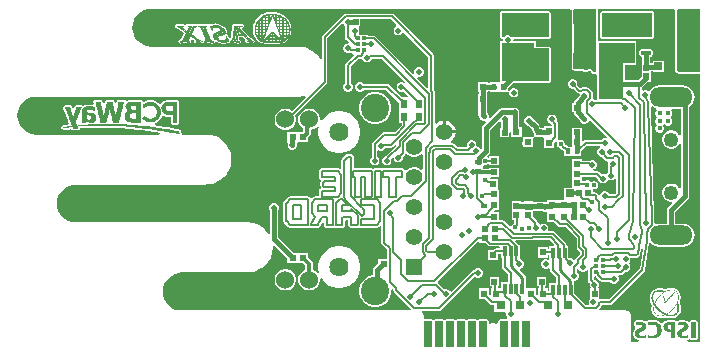
<source format=gbl>
G04*
G04 #@! TF.GenerationSoftware,Altium Limited,Altium Designer,24.8.2 (39)*
G04*
G04 Layer_Physical_Order=4*
G04 Layer_Color=16711680*
%FSLAX44Y44*%
%MOMM*%
G71*
G04*
G04 #@! TF.SameCoordinates,B24E7647-DC98-4454-BF0C-B73D814473A7*
G04*
G04*
G04 #@! TF.FilePolarity,Positive*
G04*
G01*
G75*
%ADD12C,0.2000*%
%ADD30R,0.5000X0.6000*%
%ADD31R,0.5153X0.4725*%
%ADD32R,0.4725X0.5153*%
%ADD35R,0.5000X0.5500*%
%ADD41O,3.6600X1.6600*%
%ADD42C,1.2500*%
%ADD43C,1.6250*%
%ADD44C,2.4000*%
%ADD45C,1.5300*%
%ADD46C,1.4000*%
%ADD47R,1.4000X1.4000*%
%ADD48C,0.5000*%
%ADD49C,0.6000*%
%ADD50C,0.1524*%
%ADD51C,0.3810*%
%ADD52C,0.2030*%
%ADD53C,0.1800*%
%ADD54C,0.1530*%
%ADD55C,0.3490*%
%ADD56R,0.6500X2.2250*%
%ADD57C,0.4000*%
%ADD58C,0.4800*%
%ADD59C,0.4500*%
%ADD60R,0.4000X0.3000*%
%ADD61R,0.6153X0.5725*%
%ADD62R,0.5000X0.4000*%
%ADD63R,0.6000X0.7500*%
%ADD64R,2.3062X1.5549*%
%ADD65R,0.6000X0.5000*%
%ADD66R,1.6500X2.4000*%
%ADD67O,0.7000X0.4000*%
%ADD68R,0.5621X0.5596*%
%ADD69R,0.6500X1.0500*%
%ADD70R,0.8000X0.8000*%
%ADD71R,0.6500X0.6500*%
%ADD72R,0.5500X0.5000*%
%ADD73R,0.6500X0.7000*%
%ADD74O,0.9000X0.4000*%
%ADD75R,0.3000X0.8500*%
%ADD76R,0.4000X0.5000*%
%ADD77R,0.5596X0.5621*%
%ADD78R,0.4725X0.5811*%
%ADD79C,0.2761*%
%ADD80C,0.0127*%
G36*
X830000Y770000D02*
X797639D01*
X797266Y770373D01*
X795796Y770982D01*
X794204D01*
X792734Y770373D01*
X792361Y770000D01*
X790000D01*
Y790000D01*
X830000D01*
Y770000D01*
D02*
G37*
G36*
X958217Y778125D02*
Y740000D01*
X946811D01*
Y740286D01*
X939432D01*
X938183Y741553D01*
X938627Y768650D01*
X938233Y792836D01*
X939124Y793741D01*
X958217D01*
X958217Y778125D01*
D02*
G37*
G36*
X870000Y740000D02*
X867679D01*
X867340Y740817D01*
X866215Y741942D01*
X864745Y742551D01*
X863154D01*
X861802Y741991D01*
X859311D01*
Y742786D01*
X851608D01*
X850718Y743691D01*
X851127Y768650D01*
X850733Y792836D01*
X851624Y793741D01*
X870000D01*
Y740000D01*
D02*
G37*
G36*
X936572Y792857D02*
X936610Y792809D01*
X936892Y775473D01*
X936863Y775330D01*
X936897Y775162D01*
X937003Y768649D01*
X936965Y766341D01*
X936863Y765830D01*
X936949Y765397D01*
X936559Y741580D01*
X936562Y741572D01*
X936559Y741564D01*
X936790Y740995D01*
X937016Y740424D01*
X937023Y740421D01*
X937027Y740413D01*
X938276Y739146D01*
X938282Y739143D01*
X938284Y739138D01*
X938853Y738902D01*
X939421Y738662D01*
X939426Y738664D01*
X939432Y738662D01*
X946121D01*
X946811Y738376D01*
X958217D01*
X958217Y511679D01*
X947359D01*
X946857Y512949D01*
X947033Y513115D01*
X947492D01*
X947939Y513300D01*
X948047D01*
X949195Y513775D01*
X949490Y513775D01*
X950638Y513300D01*
X954154D01*
X955302Y513775D01*
X955778Y514924D01*
Y528062D01*
X955302Y529210D01*
X954154Y529686D01*
X950638D01*
X949490Y529210D01*
X949402Y528998D01*
X948904Y528766D01*
X947715Y528840D01*
X947584Y528894D01*
X947530Y529025D01*
X946382Y529501D01*
X946350D01*
X945456Y529871D01*
X944978D01*
X944531Y530056D01*
X942125D01*
X941679Y529871D01*
X940460D01*
X940013Y529686D01*
X939720D01*
X939178Y529461D01*
X938233Y529275D01*
X937344Y529443D01*
X936759Y529686D01*
X929912D01*
X929465Y529501D01*
X928987D01*
X927839Y529025D01*
X927823Y528987D01*
X927468Y528840D01*
X927453Y528802D01*
X927098Y528655D01*
X927044Y528524D01*
X926913Y528470D01*
X926859Y528339D01*
X926728Y528285D01*
X926674Y528154D01*
X926543Y528100D01*
X926489Y527969D01*
X926358Y527915D01*
X926321Y527824D01*
X926022Y527707D01*
X925150Y527575D01*
X924783Y527693D01*
X924768Y527730D01*
X924637Y527784D01*
X924583Y527915D01*
X924452Y527969D01*
X924398Y528100D01*
X924044Y528247D01*
X924028Y528285D01*
X923897Y528339D01*
X923843Y528470D01*
X923489Y528617D01*
X923473Y528655D01*
X923119Y528802D01*
X923103Y528840D01*
X922748Y528987D01*
X922733Y529025D01*
X922378Y529172D01*
X922363Y529210D01*
X921214Y529686D01*
X920921D01*
X920474Y529871D01*
X919996D01*
X919549Y530056D01*
X916403D01*
X915956Y529871D01*
X914737D01*
X914291Y529686D01*
X913812D01*
X912664Y529210D01*
X911437Y529105D01*
X910481Y529501D01*
X910450D01*
X909556Y529871D01*
X909078D01*
X908631Y530056D01*
X906225D01*
X905778Y529871D01*
X904560D01*
X904113Y529686D01*
X903819D01*
X902671Y529210D01*
X902617Y529080D01*
X902486Y529025D01*
X902011Y527877D01*
Y525657D01*
X902486Y524509D01*
X902961Y524312D01*
X903010Y524232D01*
X903286Y523457D01*
X903226Y522919D01*
X903172Y522788D01*
X903042Y522733D01*
X902987Y522603D01*
X902856Y522548D01*
X902802Y522417D01*
X902671Y522363D01*
X902617Y522233D01*
X902486Y522178D01*
X902432Y522047D01*
X902301Y521993D01*
X902247Y521862D01*
X902116Y521808D01*
X901969Y521454D01*
X901931Y521438D01*
X901784Y521084D01*
X901746Y521068D01*
X901271Y519920D01*
Y519627D01*
X901086Y519180D01*
Y517884D01*
X901271Y517438D01*
Y517144D01*
X901746Y515996D01*
X901784Y515980D01*
X901931Y515626D01*
X901969Y515610D01*
X902116Y515256D01*
X902247Y515202D01*
X902301Y515071D01*
X902432Y515017D01*
X902486Y514886D01*
X902617Y514832D01*
X902671Y514701D01*
X902802Y514646D01*
X902856Y514516D01*
X902987Y514461D01*
X903042Y514331D01*
X903396Y514184D01*
X903412Y514146D01*
X903766Y513999D01*
X903782Y513960D01*
X904136Y513814D01*
X904152Y513775D01*
X905300Y513300D01*
X905408D01*
X905855Y513115D01*
X906017Y512949D01*
X905483Y511679D01*
X899599Y511679D01*
Y533122D01*
X899512Y533561D01*
X899443Y534003D01*
X898751Y535882D01*
X898738Y535902D01*
X898734Y535926D01*
X898479Y536325D01*
X898232Y536730D01*
X898212Y536744D01*
X898199Y536764D01*
X897811Y537036D01*
X897428Y537315D01*
X897404Y537321D01*
X897385Y537335D01*
X895552Y538140D01*
X895524Y538147D01*
X895501Y538162D01*
X895040Y538254D01*
X894581Y538355D01*
X894553Y538351D01*
X894526Y538356D01*
X872648D01*
X872122Y539626D01*
X873893Y541397D01*
X874393Y542145D01*
X874549Y542932D01*
X881972D01*
X882855Y543107D01*
X883603Y543607D01*
X910802Y570806D01*
X910959Y571041D01*
X911150Y571251D01*
X911207Y571412D01*
X911302Y571555D01*
X911357Y571832D01*
X911453Y572098D01*
X914844Y594931D01*
X916179Y595277D01*
X916461Y594911D01*
X918508Y593340D01*
X920892Y592352D01*
X923450Y592015D01*
X943450D01*
X946008Y592352D01*
X948392Y593340D01*
X950439Y594911D01*
X952010Y596958D01*
X952998Y599342D01*
X953335Y601900D01*
X952998Y604458D01*
X952010Y606842D01*
X950439Y608889D01*
X948392Y610460D01*
X946008Y611448D01*
X943450Y611785D01*
X936922D01*
Y621691D01*
X947455Y632224D01*
X948207Y633350D01*
X948472Y634679D01*
Y710401D01*
X950439Y711911D01*
X952010Y713958D01*
X952998Y716342D01*
X953335Y718900D01*
X952998Y721458D01*
X952010Y723842D01*
X950439Y725889D01*
X948392Y727460D01*
X946008Y728448D01*
X943450Y728784D01*
X923450D01*
X920892Y728448D01*
X918508Y727460D01*
X916461Y725889D01*
X915084Y724096D01*
X913647Y723737D01*
X913517Y723866D01*
X912047Y724475D01*
X910456D01*
X910071Y724316D01*
X908801Y725164D01*
Y727309D01*
X909153Y727545D01*
X913547Y731939D01*
X916362D01*
Y740731D01*
X917750D01*
Y739750D01*
X927250D01*
Y749750D01*
X917750D01*
Y747674D01*
X916362D01*
Y748061D01*
X915938D01*
Y752962D01*
X916298Y753033D01*
X917455Y753807D01*
X918229Y754964D01*
X918501Y756330D01*
X918229Y757696D01*
X917455Y758853D01*
X916298Y759627D01*
X914932Y759899D01*
X909932D01*
X908566Y759627D01*
X907409Y758853D01*
X906635Y757696D01*
X906363Y756330D01*
X906635Y754964D01*
X907409Y753807D01*
X908566Y753033D01*
X908994Y752948D01*
Y748061D01*
X908638D01*
Y736849D01*
X905260Y733472D01*
X894124D01*
Y745876D01*
X902500D01*
X903648Y746352D01*
X904124Y747500D01*
Y765000D01*
X903648Y766148D01*
X902500Y766624D01*
X872500D01*
X871624Y767209D01*
Y793741D01*
X935611D01*
X936572Y792857D01*
D02*
G37*
G36*
X700922Y780051D02*
X700624Y778552D01*
X700234Y778391D01*
X699109Y777266D01*
X698500Y775796D01*
Y774204D01*
X699109Y772734D01*
X700234Y771609D01*
X701704Y771000D01*
X703296D01*
X704766Y771609D01*
X705891Y772734D01*
X706052Y773124D01*
X707551Y773422D01*
X727926Y753047D01*
Y726995D01*
X726752Y726509D01*
X718234Y735027D01*
X718954Y736104D01*
X719204Y736000D01*
X720796D01*
X722266Y736609D01*
X723391Y737734D01*
X724000Y739204D01*
Y740796D01*
X723391Y742266D01*
X722266Y743391D01*
X720796Y744000D01*
X719204D01*
X717734Y743391D01*
X716609Y742266D01*
X716000Y740796D01*
Y739204D01*
X716104Y738954D01*
X715027Y738234D01*
X683189Y770073D01*
X682440Y770573D01*
X681558Y770749D01*
X676943D01*
Y771442D01*
X669478D01*
X668952Y772712D01*
X668974Y772734D01*
X669583Y774204D01*
Y775796D01*
X668974Y777266D01*
X668872Y777368D01*
X669398Y778638D01*
X670291D01*
Y784956D01*
X696017D01*
X700922Y780051D01*
D02*
G37*
G36*
X817500Y760000D02*
X830000D01*
Y732500D01*
X790000D01*
Y765000D01*
X817500D01*
Y760000D01*
D02*
G37*
G36*
X656448Y780624D02*
X656609Y780234D01*
X657436Y779407D01*
Y769329D01*
X657631Y768347D01*
X658187Y767516D01*
X660432Y765270D01*
X659906Y764000D01*
X659204D01*
X657734Y763391D01*
X656609Y762266D01*
X656000Y760796D01*
Y759204D01*
X656609Y757734D01*
X657734Y756609D01*
X659204Y756000D01*
X660796D01*
X661590Y756329D01*
X661616Y756311D01*
X662498Y756136D01*
X663461D01*
X664338Y755517D01*
X664596Y754205D01*
X658187Y747795D01*
X657631Y746963D01*
X657436Y745982D01*
Y730593D01*
X656609Y729766D01*
X656000Y728296D01*
Y726704D01*
X656609Y725234D01*
X657734Y724109D01*
X659204Y723500D01*
X660796D01*
X662266Y724109D01*
X663391Y725234D01*
X664000Y726704D01*
Y728296D01*
X663391Y729766D01*
X662564Y730593D01*
Y744920D01*
X669062Y751418D01*
X670540D01*
X670589Y751428D01*
X671651Y751415D01*
X672215Y750555D01*
X672468Y749943D01*
X673593Y748818D01*
X675063Y748209D01*
X676655D01*
X678125Y748818D01*
X679250Y749943D01*
X679857Y751408D01*
X688530D01*
X708137Y731800D01*
X707266Y730891D01*
X705796Y731500D01*
X704204D01*
X702734Y730891D01*
X701609Y729766D01*
X701000Y728296D01*
Y726704D01*
X701609Y725234D01*
X702734Y724109D01*
X704204Y723500D01*
X705796D01*
X706558Y723816D01*
X710700Y719673D01*
X710214Y718500D01*
X705876D01*
X695063Y729313D01*
X694231Y729869D01*
X693250Y730064D01*
X673093D01*
X672266Y730891D01*
X670796Y731500D01*
X669204D01*
X667734Y730891D01*
X666609Y729766D01*
X666000Y728296D01*
Y726704D01*
X666609Y725234D01*
X667734Y724109D01*
X669204Y723500D01*
X670796D01*
X672266Y724109D01*
X673093Y724936D01*
X692188D01*
X702952Y714172D01*
X703000Y714140D01*
Y708000D01*
X703000D01*
Y707000D01*
X703000D01*
Y696500D01*
X705194D01*
Y694984D01*
X699267Y689057D01*
X690016D01*
X689133Y688881D01*
X688385Y688381D01*
X680869Y680865D01*
X680369Y680117D01*
X680194Y679234D01*
Y668351D01*
X679109Y667266D01*
X678500Y665796D01*
Y664204D01*
X679109Y662734D01*
X680234Y661609D01*
X681704Y661000D01*
X683296D01*
X684766Y661609D01*
X685891Y662734D01*
X686500Y664204D01*
Y665796D01*
X685891Y667266D01*
X684806Y668351D01*
Y672912D01*
X686076Y673760D01*
X686704Y673500D01*
X688296D01*
X689766Y674109D01*
X690891Y675234D01*
X691234Y676061D01*
X696116D01*
X696998Y676236D01*
X697746Y676736D01*
X699281Y678271D01*
X700659Y677853D01*
X700698Y677658D01*
X692040Y669000D01*
X691704D01*
X690234Y668391D01*
X689109Y667266D01*
X688500Y665796D01*
Y664204D01*
X689109Y662734D01*
X690234Y661609D01*
X691704Y661000D01*
X693296D01*
X694766Y661609D01*
X695891Y662734D01*
X696500Y664204D01*
Y665796D01*
X696166Y666603D01*
X697230Y667667D01*
X698500Y667141D01*
Y666704D01*
X699109Y665234D01*
X700234Y664109D01*
X701704Y663500D01*
X703296D01*
X704766Y664109D01*
X705891Y665234D01*
X706500Y666704D01*
Y668238D01*
X708369Y670107D01*
X708492Y670291D01*
X709933Y670557D01*
X710057Y670522D01*
X710781Y669798D01*
X712719Y668679D01*
X714881Y668100D01*
X717119D01*
X719281Y668679D01*
X721219Y669798D01*
X721956Y670535D01*
X723226Y670009D01*
Y657791D01*
X721956Y657265D01*
X721219Y658002D01*
X719281Y659121D01*
X717119Y659700D01*
X714881D01*
X712719Y659121D01*
X710781Y658002D01*
X709489Y656709D01*
X709392Y656691D01*
X708332Y656861D01*
X708065Y656997D01*
X708062Y657003D01*
X708034Y657125D01*
X707814Y657430D01*
X707626Y657754D01*
X707526Y657830D01*
X707453Y657932D01*
X707133Y658130D01*
X706835Y658358D01*
X706714Y658390D01*
X706607Y658456D01*
X706188Y658613D01*
X705740Y658686D01*
X705294Y658775D01*
X689742D01*
X689267Y658680D01*
X688791Y658591D01*
X688501Y658474D01*
X688450Y658502D01*
X688010Y658647D01*
X687609Y658696D01*
X687214Y658775D01*
X682895D01*
X682494Y658695D01*
X682088Y658643D01*
X681644Y658495D01*
X681486Y658405D01*
X681311Y658358D01*
X681058Y658161D01*
X681017Y658138D01*
X681009Y658143D01*
X680602Y658414D01*
X680598Y658415D01*
X680594Y658417D01*
X680181Y658586D01*
X679701Y658679D01*
X679218Y658775D01*
X664735D01*
Y668322D01*
X664541Y669298D01*
X663988Y670125D01*
X663161Y670677D01*
X662186Y670871D01*
X660931D01*
X660835Y670852D01*
X660736Y670864D01*
X660160Y670819D01*
X659878Y670741D01*
X659586Y670708D01*
X659038Y670535D01*
X658940Y670481D01*
X658831Y670460D01*
X658508Y670243D01*
X658167Y670056D01*
X658097Y669969D01*
X658004Y669907D01*
X655125Y667028D01*
X655069Y666945D01*
X654990Y666882D01*
X654795Y666534D01*
X654573Y666201D01*
X654553Y666103D01*
X654504Y666015D01*
X654331Y665483D01*
X654303Y665250D01*
X654227Y665029D01*
X654151Y664452D01*
X654162Y664283D01*
X654129Y664117D01*
Y658240D01*
X653418Y657946D01*
X652859Y657831D01*
X652836Y657846D01*
X652774Y657925D01*
X652425Y658120D01*
X652092Y658343D01*
X651994Y658362D01*
X651907Y658411D01*
X651374Y658585D01*
X651145Y658612D01*
X650928Y658687D01*
X650363Y658764D01*
X650190Y658753D01*
X650020Y658787D01*
X638097Y658787D01*
X637618Y658691D01*
X637138Y658599D01*
X636716Y658428D01*
X636701Y658418D01*
X636684Y658415D01*
X636287Y658146D01*
X635886Y657881D01*
X635876Y657867D01*
X635861Y657856D01*
X635597Y657456D01*
X635327Y657058D01*
X635324Y657041D01*
X635314Y657026D01*
X635143Y656604D01*
X635051Y656125D01*
X634955Y655645D01*
X634955Y651702D01*
X634959Y651684D01*
X634955Y651667D01*
X635056Y651197D01*
X635149Y650726D01*
X635159Y650712D01*
X635163Y650695D01*
X635336Y650291D01*
X635341Y650283D01*
X635343Y650274D01*
X635623Y649874D01*
X635899Y649472D01*
X635908Y649467D01*
X635913Y649459D01*
X636093Y649344D01*
X636101Y649338D01*
X636722Y648446D01*
X636705Y647785D01*
X636621Y647317D01*
X636528Y646851D01*
Y643726D01*
X636607Y643325D01*
X636658Y642920D01*
X636807Y642475D01*
X636727Y641921D01*
X636075Y641193D01*
X635880Y641061D01*
X635873Y641051D01*
X635863Y641044D01*
X635600Y640638D01*
X635331Y640232D01*
X635157Y639809D01*
X635063Y639326D01*
X634967Y638843D01*
X634967Y635899D01*
X634069Y635000D01*
X633230D01*
X633055Y634966D01*
X632877Y634976D01*
X632300Y634895D01*
X632098Y634825D01*
X631885Y634801D01*
X631337Y634628D01*
X631239Y634574D01*
X631129Y634552D01*
X630806Y634336D01*
X630465Y634149D01*
X630395Y634062D01*
X630303Y634000D01*
X629494Y633191D01*
X629443Y633177D01*
X628875Y633214D01*
X627985Y633479D01*
X627850Y633676D01*
X627571Y634086D01*
X627568Y634089D01*
X627565Y634092D01*
X627148Y634364D01*
X626740Y634632D01*
X626735Y634632D01*
X626731Y634635D01*
X626314Y634802D01*
X625839Y634890D01*
X625367Y634984D01*
X611815D01*
X611640Y634949D01*
X611462Y634960D01*
X610885Y634879D01*
X610683Y634809D01*
X610470Y634785D01*
X609921Y634612D01*
X609830Y634562D01*
X609727Y634542D01*
X609397Y634324D01*
X609050Y634133D01*
X608984Y634051D01*
X608897Y633994D01*
X606002Y631131D01*
X605946Y631047D01*
X605866Y630984D01*
X605669Y630638D01*
X605445Y630307D01*
X605425Y630208D01*
X605375Y630119D01*
X605205Y629607D01*
X605176Y629373D01*
X605099Y629149D01*
X605023Y628585D01*
X605033Y628412D01*
X605000Y628242D01*
X605000Y614786D01*
X605033Y614616D01*
X605023Y614443D01*
X605099Y613879D01*
X605174Y613661D01*
X605202Y613432D01*
X605375Y612900D01*
X605424Y612812D01*
X605444Y612714D01*
X605666Y612381D01*
X605862Y612033D01*
X605941Y611970D01*
X605996Y611887D01*
X608875Y609008D01*
X608940Y608965D01*
X608987Y608903D01*
X609351Y608690D01*
X609702Y608456D01*
X609778Y608440D01*
X609845Y608401D01*
X610394Y608212D01*
X610682Y608172D01*
X610960Y608086D01*
X611537Y608025D01*
X611671Y608038D01*
X611803Y608012D01*
X625367Y608012D01*
X625768Y608091D01*
X626174Y608143D01*
X626618Y608291D01*
X626776Y608381D01*
X626951Y608429D01*
X627012Y608476D01*
X627072Y608427D01*
X627185Y608394D01*
X627284Y608329D01*
X627627Y608187D01*
X628112Y608092D01*
X628597Y607995D01*
X633573Y607995D01*
X633913Y608063D01*
X634260Y608090D01*
X634764Y608231D01*
X634876Y608288D01*
X635000Y608310D01*
X635316Y608511D01*
X635651Y608681D01*
X635733Y608776D01*
X635839Y608844D01*
X636214Y609203D01*
X636415Y609489D01*
X636648Y609750D01*
X638093Y612203D01*
X639318Y611869D01*
Y611137D01*
X639398Y610735D01*
X639450Y610328D01*
X639599Y609881D01*
X639692Y609719D01*
X639743Y609539D01*
X639937Y609291D01*
X640093Y609018D01*
X640241Y608904D01*
X640357Y608756D01*
X640631Y608602D01*
X640880Y608409D01*
X641060Y608360D01*
X641223Y608269D01*
X641671Y608122D01*
X642070Y608074D01*
X642464Y607995D01*
X646782Y607995D01*
X647184Y608075D01*
X647589Y608126D01*
X648034Y608275D01*
X648191Y608365D01*
X648366Y608412D01*
X648547Y608553D01*
X648810Y608378D01*
X648851Y608370D01*
X648887Y608348D01*
X649310Y608191D01*
X649755Y608120D01*
X650198Y608032D01*
X654549Y608032D01*
X655008Y608123D01*
X655470Y608204D01*
X655876Y608362D01*
X655927Y608394D01*
X655985Y608406D01*
X656344Y608659D01*
X656716Y608895D01*
X656750Y608944D01*
X656799Y608978D01*
X657035Y609349D01*
X657287Y609709D01*
X657300Y609767D01*
X657332Y609817D01*
X657490Y610224D01*
X657571Y610686D01*
X657662Y611145D01*
X657662Y613904D01*
X658560Y614802D01*
X659931D01*
X659931Y611145D01*
X660022Y610686D01*
X660103Y610224D01*
X660261Y609817D01*
X660293Y609767D01*
X660306Y609709D01*
X660558Y609349D01*
X660794Y608978D01*
X660843Y608944D01*
X660877Y608895D01*
X661248Y608659D01*
X661608Y608406D01*
X661666Y608393D01*
X661716Y608362D01*
X662123Y608204D01*
X662585Y608123D01*
X663044Y608032D01*
X667395Y608032D01*
X667857Y608124D01*
X668321Y608206D01*
X668725Y608363D01*
X668733Y608368D01*
X668742Y608370D01*
X669150Y608635D01*
X669241Y608693D01*
X669332Y608634D01*
X669725Y608368D01*
X669747Y608364D01*
X669766Y608352D01*
X670190Y608182D01*
X670664Y608093D01*
X671137Y607999D01*
X683028Y607999D01*
X683164Y608026D01*
X683302Y608014D01*
X683862Y608075D01*
X684148Y608164D01*
X684444Y608208D01*
X684976Y608397D01*
X685032Y608431D01*
X685097Y608443D01*
X685457Y608685D01*
X685830Y608907D01*
X685869Y608960D01*
X685923Y608996D01*
X687032Y610105D01*
X688206Y609619D01*
Y595688D01*
X688382Y594804D01*
X688882Y594055D01*
X692956Y589982D01*
Y581500D01*
X685500D01*
Y578410D01*
X681910Y574820D01*
X681158Y573694D01*
X680893Y572365D01*
Y568062D01*
X677789Y567230D01*
X674711Y565453D01*
X672197Y562939D01*
X670420Y559861D01*
X669500Y556427D01*
Y552873D01*
X670420Y549439D01*
X672197Y546361D01*
X674711Y543847D01*
X677789Y542070D01*
X681223Y541150D01*
X684777D01*
X688211Y542070D01*
X691289Y543847D01*
X693803Y546361D01*
X695580Y549439D01*
X696500Y552873D01*
Y555597D01*
X697741Y556332D01*
X698077Y556129D01*
X698211Y555980D01*
Y555241D01*
X698387Y554357D01*
X698888Y553608D01*
X712922Y539573D01*
X712397Y538302D01*
X665617Y538242D01*
X516438Y538242D01*
X514162Y538554D01*
X512039Y539389D01*
X507617Y542871D01*
X504323Y548124D01*
X503434Y551054D01*
X503108Y554281D01*
X503451Y557458D01*
X504399Y560477D01*
X505914Y563254D01*
X507963Y565707D01*
X510453Y567711D01*
X513258Y569175D01*
X516293Y570068D01*
X519614Y570365D01*
X574634Y570365D01*
X574750Y570388D01*
X574868Y570376D01*
X578656Y570725D01*
X578901Y570798D01*
X579156Y570822D01*
X582691Y571885D01*
X582912Y572003D01*
X583152Y572075D01*
X586358Y573778D01*
X586549Y573934D01*
X586766Y574049D01*
X589566Y576317D01*
X589723Y576505D01*
X589913Y576657D01*
X592232Y579416D01*
X592351Y579631D01*
X592510Y579819D01*
X594271Y582993D01*
X594347Y583232D01*
X594469Y583451D01*
X595597Y586966D01*
X595626Y587220D01*
X595703Y587464D01*
X596121Y591245D01*
X596097Y591525D01*
X596121Y591804D01*
X595975Y593135D01*
X597120Y593685D01*
X608638Y582167D01*
Y578138D01*
X621683D01*
X623791Y576030D01*
Y572886D01*
X623568Y572826D01*
X621482Y571622D01*
X619778Y569918D01*
X618574Y567832D01*
X617950Y565505D01*
Y563095D01*
X618574Y560768D01*
X619778Y558682D01*
X621482Y556978D01*
X623568Y555774D01*
X625895Y555150D01*
X628305D01*
X630632Y555774D01*
X632718Y556978D01*
X634422Y558682D01*
X635626Y560768D01*
X636250Y563095D01*
Y565085D01*
X637520Y565470D01*
X638713Y563685D01*
X641185Y561213D01*
X644092Y559270D01*
X647322Y557932D01*
X650752Y557250D01*
X654248D01*
X657678Y557932D01*
X660908Y559270D01*
X663815Y561213D01*
X666287Y563685D01*
X668230Y566592D01*
X669568Y569823D01*
X670250Y573252D01*
Y576748D01*
X669568Y580177D01*
X668230Y583408D01*
X666287Y586315D01*
X663815Y588787D01*
X660908Y590730D01*
X657678Y592068D01*
X654248Y592750D01*
X650752D01*
X647322Y592068D01*
X644092Y590730D01*
X641185Y588787D01*
X638713Y586315D01*
X636770Y583408D01*
X635432Y580177D01*
X634750Y576748D01*
Y573252D01*
X635213Y570923D01*
X634043Y570297D01*
X632718Y571622D01*
X630632Y572826D01*
X630409Y572886D01*
Y577400D01*
X630157Y578666D01*
X629440Y579740D01*
X626362Y582817D01*
Y586862D01*
X613762D01*
X600710Y599914D01*
Y622929D01*
X601239Y624204D01*
Y625796D01*
X600630Y627266D01*
X599504Y628391D01*
X598034Y629000D01*
X596443D01*
X594973Y628391D01*
X593848Y627266D01*
X593239Y625796D01*
Y624204D01*
X593767Y622929D01*
Y603809D01*
X592606Y603249D01*
X592497Y603256D01*
X592355Y603424D01*
X592236Y603640D01*
X589918Y606400D01*
X589727Y606553D01*
X589571Y606741D01*
X586770Y609010D01*
X586552Y609125D01*
X586362Y609281D01*
X583156Y610985D01*
X582915Y611057D01*
X582694Y611175D01*
X579158Y612239D01*
X578903Y612264D01*
X578657Y612337D01*
X574868Y612686D01*
X574750Y612673D01*
X574634Y612696D01*
X429392Y612696D01*
X426015Y613056D01*
X423023Y614001D01*
X420315Y615485D01*
X417954Y617445D01*
X416007Y619818D01*
X414539Y622534D01*
X413612Y625532D01*
X413288Y628749D01*
X413630Y631913D01*
X414578Y634931D01*
X416093Y637709D01*
X418142Y640162D01*
X420633Y642166D01*
X423437Y643630D01*
X426473Y644522D01*
X429794Y644820D01*
X539720Y644820D01*
X539836Y644843D01*
X539953Y644831D01*
X543743Y645180D01*
X543988Y645253D01*
X544244Y645277D01*
X547779Y646342D01*
X548001Y646459D01*
X548241Y646532D01*
X551447Y648236D01*
X551638Y648392D01*
X551856Y648506D01*
X554656Y650776D01*
X554813Y650964D01*
X555003Y651117D01*
X557322Y653877D01*
X557440Y654093D01*
X557600Y654280D01*
X559360Y657456D01*
X559437Y657695D01*
X559558Y657915D01*
X560685Y661431D01*
X560714Y661685D01*
X560791Y661928D01*
X561209Y665711D01*
X561185Y665988D01*
X561210Y666265D01*
X560812Y669943D01*
X560737Y670183D01*
X560710Y670433D01*
X559613Y673929D01*
X559493Y674148D01*
X559418Y674387D01*
X557663Y677604D01*
X557502Y677797D01*
X557381Y678017D01*
X555010Y680856D01*
X554813Y681015D01*
X554651Y681208D01*
X551769Y683528D01*
X551547Y683644D01*
X551351Y683801D01*
X548103Y685498D01*
X547863Y685568D01*
X547642Y685684D01*
X544126Y686717D01*
X543875Y686740D01*
X543634Y686810D01*
X539950Y687141D01*
X539835Y687129D01*
X539722Y687151D01*
X519210Y687151D01*
X519064Y687369D01*
Y688407D01*
X518718Y689242D01*
Y689791D01*
X518243Y690939D01*
X517998Y691041D01*
X517896Y691286D01*
X516748Y691761D01*
X515854D01*
X515018Y692107D01*
X513777D01*
X512941Y692453D01*
X512047D01*
X511211Y692799D01*
X509970D01*
X509134Y693146D01*
X507893D01*
X507058Y693492D01*
X505817D01*
X504981Y693838D01*
X503394D01*
X502559Y694184D01*
X500971D01*
X500136Y694530D01*
X498203D01*
X497367Y694876D01*
X496722D01*
X496421Y695222D01*
X496404Y695293D01*
X496396Y695426D01*
X496833Y696683D01*
X497477Y696950D01*
X497507Y697021D01*
X498169Y697296D01*
X498199Y697367D01*
X498861Y697642D01*
X498963Y697887D01*
X499207Y697988D01*
X499309Y698233D01*
X499553Y698334D01*
X499655Y698579D01*
X499900Y698680D01*
X500001Y698925D01*
X500246Y699026D01*
X500347Y699271D01*
X500592Y699372D01*
X500693Y699617D01*
X500938Y699718D01*
X501039Y699963D01*
X501284Y700064D01*
X501558Y700727D01*
X501630Y700757D01*
X501904Y701419D01*
X501976Y701449D01*
X502416Y702511D01*
X502460Y702579D01*
X502669Y702702D01*
X503339Y703024D01*
X503911Y703004D01*
X504635Y702704D01*
X504838D01*
X505673Y702358D01*
X510280D01*
Y697059D01*
X510755Y695911D01*
X511903Y695436D01*
X515364D01*
X516512Y695911D01*
X516988Y697059D01*
Y711941D01*
Y714710D01*
X516512Y715858D01*
X515364Y716334D01*
X505673D01*
X504525Y715858D01*
X504496Y715787D01*
X503833Y715512D01*
X503803Y715441D01*
X503141Y715166D01*
X503040Y714921D01*
X502795Y714820D01*
X502765Y714748D01*
X502103Y714474D01*
X502001Y714229D01*
X501757Y714128D01*
X501496Y713499D01*
X501430Y713444D01*
X501411Y713436D01*
X500385Y713131D01*
X500156Y713208D01*
X499958Y713296D01*
X499900Y713436D01*
X499655Y713537D01*
X499553Y713782D01*
X499309Y713883D01*
X499207Y714128D01*
X498545Y714402D01*
X498515Y714474D01*
X498270Y714575D01*
X498169Y714820D01*
X497507Y715094D01*
X497477Y715166D01*
X496329Y715642D01*
X496126D01*
X495291Y715988D01*
X494742D01*
X493906Y716334D01*
X491830D01*
X490994Y715988D01*
X490099D01*
X489264Y715642D01*
X489061D01*
X487913Y715166D01*
X487883Y715094D01*
X487455Y714917D01*
X487150Y714951D01*
X486613Y715140D01*
X485970Y715575D01*
X485710Y716204D01*
X484562Y716680D01*
X475909D01*
X475074Y716334D01*
X474179D01*
X473037Y715861D01*
X473030Y715858D01*
X472239Y715597D01*
X471520Y716204D01*
X470372Y716680D01*
X465873D01*
X464725Y716204D01*
X464623Y715960D01*
X464379Y715858D01*
X463983Y714903D01*
X463591Y714582D01*
X462714Y714221D01*
X462556Y714229D01*
X462305Y714364D01*
X461829Y715512D01*
X461758Y715542D01*
X461483Y716204D01*
X460335Y716680D01*
X455836D01*
X454688Y716204D01*
X454413Y715542D01*
X454342Y715512D01*
X453924Y714503D01*
X453194Y714176D01*
X452268Y714710D01*
X451793Y715858D01*
X451548Y715960D01*
X451446Y716204D01*
X450298Y716680D01*
X445799D01*
X444651Y716204D01*
X444176Y715056D01*
Y714710D01*
X444522Y713875D01*
Y713700D01*
X444317Y713169D01*
X443478Y712527D01*
X437839D01*
X437004Y712181D01*
X436801D01*
X435653Y711705D01*
X434461Y712146D01*
X434378Y712181D01*
X429879D01*
X428731Y711705D01*
X428456Y711043D01*
X428385Y711013D01*
X427909Y709865D01*
X427353Y709803D01*
X426311Y710557D01*
X425835Y711705D01*
X424688Y712181D01*
X420188D01*
X419040Y711705D01*
X418565Y710557D01*
Y710211D01*
X418911Y709375D01*
Y709173D01*
X419386Y708025D01*
X419458Y707995D01*
X419603Y707645D01*
Y707442D01*
X419949Y706607D01*
Y706404D01*
X420295Y705568D01*
Y705366D01*
X420771Y704218D01*
X420842Y704188D01*
X420987Y703838D01*
Y703635D01*
X421333Y702800D01*
Y702597D01*
X421809Y701449D01*
X421881Y701419D01*
X422026Y701069D01*
Y700866D01*
X422372Y700031D01*
Y699828D01*
X422718Y698993D01*
Y698790D01*
X423193Y697642D01*
X423254Y696630D01*
X422385Y695568D01*
X422265D01*
X421429Y695222D01*
X419150D01*
X418002Y694746D01*
X417901Y694502D01*
X417656Y694400D01*
X417180Y693252D01*
Y692906D01*
X417656Y691758D01*
X417901Y691657D01*
X418002Y691412D01*
X419150Y690937D01*
X419496D01*
X420332Y691283D01*
X423995D01*
X424831Y691629D01*
X425526D01*
X425616Y691412D01*
X425861Y691311D01*
X425962Y691066D01*
X427110Y690591D01*
X431609D01*
X432757Y691066D01*
X433233Y692214D01*
Y692321D01*
X435762D01*
X436598Y692667D01*
X440954D01*
X441789Y693013D01*
X459500D01*
X460335Y692667D01*
X466075D01*
X466911Y692321D01*
X471267D01*
X472102Y691975D01*
X475074D01*
X475909Y691629D01*
X478881D01*
X479716Y691283D01*
X481996D01*
X482831Y690937D01*
X484764D01*
X485600Y690591D01*
X487879D01*
X488715Y690244D01*
X490302D01*
X491138Y689898D01*
X492725D01*
X493560Y689552D01*
X495147D01*
X495983Y689206D01*
X497224D01*
X498059Y688860D01*
X499300D01*
X500136Y688514D01*
X500670D01*
X500746Y688421D01*
X500146Y687151D01*
X396342Y687151D01*
X391870Y687642D01*
X387946Y689188D01*
X384561Y691702D01*
X381908Y695079D01*
X380244Y699039D01*
X379691Y703219D01*
X380244Y707399D01*
X381908Y711358D01*
X384561Y714736D01*
X387946Y717250D01*
X391870Y718796D01*
X396342Y719286D01*
X617968Y719286D01*
X618081Y719309D01*
X618195Y719296D01*
X621880Y719627D01*
X622121Y719698D01*
X622371Y719720D01*
X623771Y720132D01*
X624440Y719005D01*
X612588Y707152D01*
X612418Y707322D01*
X610332Y708526D01*
X608005Y709150D01*
X605595D01*
X603268Y708526D01*
X601182Y707322D01*
X599478Y705618D01*
X598274Y703532D01*
X597650Y701205D01*
Y698795D01*
X598274Y696468D01*
X599478Y694382D01*
X601182Y692678D01*
X603268Y691474D01*
X605595Y690850D01*
X608005D01*
X610332Y691474D01*
X612418Y692678D01*
X614122Y694382D01*
X615326Y696468D01*
X615950Y698795D01*
Y701205D01*
X615363Y703395D01*
X641820Y729852D01*
X642320Y730601D01*
X642496Y731485D01*
Y768469D01*
X654949Y780922D01*
X656448Y780624D01*
D02*
G37*
G36*
X902500Y747500D02*
X892500D01*
Y717500D01*
X872500D01*
X872500Y765000D01*
X902500D01*
Y747500D01*
D02*
G37*
G36*
X849072Y792857D02*
X849110Y792809D01*
X849503Y768649D01*
X849094Y743718D01*
X849097Y743711D01*
X849094Y743704D01*
X849325Y743133D01*
X849551Y742562D01*
X849558Y742559D01*
X849560Y742552D01*
X850451Y741647D01*
X850458Y741644D01*
X850460Y741638D01*
X851029Y741402D01*
X851595Y741162D01*
X851602Y741165D01*
X851608Y741162D01*
X858030D01*
X858163Y740843D01*
X859311Y740367D01*
X861802D01*
X862100Y740491D01*
X862423D01*
X863476Y740927D01*
X864422D01*
X865295Y740565D01*
X865964Y739897D01*
X866179Y739379D01*
X866407Y739150D01*
X866530Y738852D01*
X866829Y738728D01*
X867057Y738500D01*
X867380D01*
X867679Y738376D01*
X870000D01*
X870876Y737791D01*
Y717500D01*
X869923Y716517D01*
X869215Y716441D01*
X869000Y716657D01*
X867530Y717265D01*
X867036Y717867D01*
X867068Y718027D01*
Y721973D01*
X866893Y722855D01*
X866393Y723603D01*
X863603Y726393D01*
X862855Y726893D01*
X861973Y727068D01*
X857689D01*
X856806Y726893D01*
X856544Y726717D01*
X854000Y729262D01*
Y730796D01*
X853391Y732266D01*
X852266Y733391D01*
X850796Y734000D01*
X849204D01*
X847734Y733391D01*
X846609Y732266D01*
X846000Y730796D01*
Y729204D01*
X846609Y727734D01*
X847734Y726609D01*
X849204Y726000D01*
X850738D01*
X853966Y722773D01*
X854714Y722273D01*
X855197Y722177D01*
X856084Y720998D01*
X856000Y720796D01*
Y720588D01*
X852002Y716590D01*
X851250Y715464D01*
X850986Y714135D01*
Y713862D01*
X849709D01*
Y706138D01*
X850986D01*
Y705865D01*
X851250Y704536D01*
X852002Y703410D01*
X856000Y699412D01*
Y699204D01*
X856609Y697734D01*
X857734Y696609D01*
X859204Y696000D01*
X860796D01*
X862266Y696609D01*
X863391Y697734D01*
X863757Y698619D01*
X865173Y698999D01*
X879153Y685020D01*
X878433Y683943D01*
X878296Y684000D01*
X876704D01*
X875234Y683391D01*
X874407Y682564D01*
X861000D01*
X860019Y682369D01*
X859187Y681813D01*
X859036Y681662D01*
X857862Y682148D01*
Y684862D01*
X857862D01*
Y685138D01*
X857862D01*
Y692862D01*
X849709D01*
Y685138D01*
X849709D01*
Y684862D01*
X849709D01*
Y678184D01*
X849520Y677116D01*
X848496Y677000D01*
X846126D01*
X845191Y677936D01*
X844359Y678492D01*
X843728Y678617D01*
X843511Y678833D01*
Y679916D01*
X842979Y681203D01*
X841994Y682187D01*
X840708Y682720D01*
X839315D01*
X838029Y682187D01*
X837269Y683143D01*
X837328Y683202D01*
X837884Y684034D01*
X838079Y685015D01*
Y696181D01*
X837884Y697163D01*
X837328Y697995D01*
X836388Y698934D01*
X836500Y699204D01*
Y700796D01*
X835891Y702266D01*
X834766Y703391D01*
X833296Y704000D01*
X831704D01*
X830234Y703391D01*
X829109Y702266D01*
X828500Y700796D01*
Y699204D01*
X829109Y697734D01*
X830234Y696609D01*
X831704Y696000D01*
X831873D01*
X832528Y695270D01*
X832159Y694000D01*
X825500D01*
X825468Y693005D01*
X822653D01*
X822125Y693532D01*
X821923Y694550D01*
X821171Y695676D01*
X816788Y700058D01*
X816413Y700963D01*
X815288Y702088D01*
X813818Y702698D01*
X812227D01*
X810757Y702088D01*
X809631Y700963D01*
X809022Y699493D01*
Y697902D01*
X809631Y696432D01*
X810757Y695306D01*
X812227Y694697D01*
X812329D01*
X815306Y691721D01*
X815508Y690704D01*
X816261Y689577D01*
X817743Y688095D01*
Y686121D01*
X817743Y686101D01*
X816811Y685286D01*
X816310Y685286D01*
X816311Y685286D01*
X808189D01*
Y682015D01*
X808042Y681868D01*
X807509Y680581D01*
Y679189D01*
X808042Y677902D01*
X808189Y677755D01*
Y676689D01*
X809578D01*
X810313Y676385D01*
X811705D01*
X812440Y676689D01*
X816811D01*
Y684016D01*
X816811Y684036D01*
X817743Y684851D01*
X818243Y684851D01*
X818243Y684851D01*
X824583D01*
X825489Y684010D01*
X825500Y683595D01*
Y676000D01*
X834500D01*
Y680374D01*
X836089Y681963D01*
X837044Y681203D01*
X836512Y679916D01*
Y678524D01*
X837044Y677238D01*
X838029Y676253D01*
X839315Y675720D01*
X839372D01*
X840783Y674309D01*
X841615Y673754D01*
X842245Y673628D01*
X842500Y673374D01*
Y669000D01*
X849230D01*
X849500Y669000D01*
X850500D01*
X850770Y669000D01*
X857500D01*
Y672874D01*
X862062Y677436D01*
X873145D01*
X873397Y676166D01*
X872734Y675891D01*
X871609Y674766D01*
X871000Y673296D01*
Y671704D01*
X871609Y670234D01*
X872734Y669109D01*
X874204Y668500D01*
X874824D01*
X877627Y665698D01*
X878454Y665145D01*
X879429Y664951D01*
X879492D01*
X880341Y663681D01*
X880184Y663302D01*
Y661711D01*
X880354Y661300D01*
X880145Y660986D01*
X879951Y660011D01*
Y655552D01*
X879109Y654710D01*
X878854Y654095D01*
X878113Y653312D01*
X877321Y653460D01*
X876520Y653791D01*
X874929D01*
X874706Y653699D01*
X872782Y655624D01*
X871950Y656180D01*
X870969Y656375D01*
X867797D01*
X867544Y657645D01*
X868592Y658079D01*
X869718Y659204D01*
X870327Y660674D01*
Y662266D01*
X869718Y663736D01*
X868592Y664861D01*
X867122Y665470D01*
X865531D01*
X864433Y665015D01*
X864076Y665086D01*
X857862D01*
Y666362D01*
X849709D01*
Y658929D01*
X849709Y658638D01*
X849743Y657382D01*
Y649948D01*
X849602Y649651D01*
X849602D01*
Y642250D01*
X842750D01*
Y632750D01*
X842750D01*
X842702Y631500D01*
X838000D01*
Y631500D01*
X837000D01*
Y631500D01*
X828000D01*
Y629686D01*
X826362D01*
Y630362D01*
X818638D01*
Y629686D01*
X816362D01*
Y630561D01*
X808638D01*
Y629674D01*
X806500D01*
Y630500D01*
X798500D01*
Y622000D01*
Y614500D01*
X800146D01*
Y611797D01*
X799349Y611467D01*
X798364Y610482D01*
X798207Y610103D01*
X796709Y609805D01*
X792259Y614255D01*
X791510Y614755D01*
X790628Y614931D01*
X787791D01*
Y621362D01*
X783648D01*
X783162Y622536D01*
X783966Y623339D01*
X784165Y623638D01*
X787791D01*
Y631362D01*
X787791D01*
X787872Y632542D01*
X787872D01*
X787872Y632599D01*
Y640267D01*
X787673D01*
X786500Y640500D01*
Y649500D01*
X781263D01*
X781015Y649549D01*
X780668D01*
X780511Y649868D01*
X781299Y651138D01*
X787791D01*
Y658862D01*
X779638D01*
Y658309D01*
X774190D01*
X774000Y659500D01*
X774000D01*
X774237Y660652D01*
X775270Y661316D01*
X775380Y661270D01*
X776773D01*
X778059Y661803D01*
X778368Y662111D01*
X779638Y661815D01*
Y661138D01*
X787791D01*
Y668862D01*
X779638D01*
Y667449D01*
X778347D01*
X778059Y667737D01*
X777878Y667812D01*
X777630Y669058D01*
X779050Y670477D01*
X779802Y671604D01*
X780067Y672932D01*
Y691008D01*
X787459Y698400D01*
X788957Y698102D01*
X789028Y697929D01*
Y692862D01*
X788638D01*
Y684709D01*
X796362D01*
Y688410D01*
X797632Y688913D01*
X798189Y688321D01*
Y684714D01*
X806811D01*
Y693311D01*
X804314D01*
Y703771D01*
X804842Y705047D01*
Y706638D01*
X804233Y708108D01*
X803108Y709233D01*
X801638Y709842D01*
X800047D01*
X798923Y709377D01*
X790054D01*
X788726Y709112D01*
X787599Y708360D01*
X779972Y700733D01*
X778896Y701452D01*
X779000Y701704D01*
Y703296D01*
X778391Y704766D01*
X777266Y705891D01*
X777257Y705894D01*
Y713638D01*
X777862D01*
Y721362D01*
X777371D01*
Y723189D01*
X778311D01*
Y724028D01*
X780000D01*
Y723500D01*
X786730D01*
X787000Y723500D01*
X788000D01*
X788270Y723500D01*
X794815Y723500D01*
X795067Y723456D01*
X796000Y722848D01*
X796000Y722706D01*
Y721704D01*
X796609Y720234D01*
X797734Y719109D01*
X799204Y718500D01*
X800796D01*
X802266Y719109D01*
X803391Y720234D01*
X804000Y721704D01*
Y723296D01*
X803391Y724766D01*
X802266Y725891D01*
X800796Y726500D01*
X799204D01*
X797734Y725891D01*
X796609Y724766D01*
X796270Y723948D01*
X795039Y724193D01*
X795000Y724662D01*
X795000Y724745D01*
Y726590D01*
X799286Y730876D01*
X830000D01*
X831148Y731352D01*
X831624Y732500D01*
Y756105D01*
X831637Y756170D01*
X831624Y756235D01*
Y760000D01*
X831148Y761148D01*
X830000Y761624D01*
X819124D01*
Y765000D01*
X818648Y766148D01*
X817500Y766624D01*
X799385D01*
X799253Y767167D01*
X800178Y768376D01*
X830000D01*
X831148Y768852D01*
X831624Y770000D01*
Y775105D01*
X831637Y775170D01*
X831624Y775235D01*
Y790000D01*
X831148Y791148D01*
X830000Y791624D01*
X790000D01*
X788852Y791148D01*
X788376Y790000D01*
Y770000D01*
X788852Y768852D01*
X789892Y768421D01*
X790800Y767894D01*
X790778Y766624D01*
X790000D01*
X788852Y766148D01*
X788376Y765000D01*
Y732500D01*
X787559Y731500D01*
X787000D01*
X786730Y731500D01*
X780000D01*
Y730972D01*
X778311D01*
Y731811D01*
X769714D01*
Y723189D01*
X770427D01*
Y721362D01*
X769709D01*
Y713638D01*
X770314D01*
Y704036D01*
X770578Y702708D01*
X771000Y702076D01*
Y701704D01*
X771609Y700234D01*
X772734Y699109D01*
X774204Y698500D01*
X775796D01*
X776048Y698604D01*
X776767Y697528D01*
X774140Y694901D01*
X773388Y693774D01*
X773123Y692446D01*
Y675185D01*
X771853Y674932D01*
X771712Y675274D01*
X770586Y676400D01*
X769574Y676819D01*
X768456Y677440D01*
Y679031D01*
X767847Y680501D01*
X766722Y681626D01*
X765252Y682235D01*
X763661D01*
X762191Y681626D01*
X761065Y680501D01*
X760456Y679031D01*
Y677440D01*
X760572Y677161D01*
X759784Y676200D01*
X752874D01*
X749535Y679540D01*
X748741Y680070D01*
X747804Y680256D01*
X747356D01*
X747016Y681526D01*
X747258Y681666D01*
X749034Y683442D01*
X750290Y685618D01*
X750936Y688030D01*
X741400D01*
Y689300D01*
X740130D01*
Y698836D01*
X737718Y698190D01*
X735542Y696934D01*
X734892Y696284D01*
X733622Y696810D01*
Y722968D01*
X733447Y723852D01*
X732946Y724601D01*
X732544Y725002D01*
Y754004D01*
X732369Y754887D01*
X731868Y755637D01*
X698607Y788898D01*
X697858Y789399D01*
X696974Y789574D01*
X658026D01*
X657142Y789399D01*
X656393Y788898D01*
X638554Y771058D01*
X638053Y770309D01*
X637877Y769425D01*
Y751103D01*
X636607Y750779D01*
X635909Y752059D01*
X635748Y752252D01*
X635627Y752472D01*
X633256Y755311D01*
X633059Y755470D01*
X632898Y755663D01*
X630015Y757982D01*
X629793Y758099D01*
X629597Y758256D01*
X626349Y759953D01*
X626109Y760023D01*
X625888Y760139D01*
X622371Y761172D01*
X622121Y761195D01*
X621880Y761265D01*
X618196Y761596D01*
X618081Y761583D01*
X617968Y761606D01*
X515033Y761606D01*
X493280D01*
X490006Y761930D01*
X487010Y762841D01*
X484248Y764316D01*
X481802Y766322D01*
X479797Y768769D01*
X478324Y771533D01*
X477415Y774529D01*
X477105Y777679D01*
X477416Y780826D01*
X478326Y783821D01*
X479800Y786582D01*
X481806Y789028D01*
X484251Y791033D01*
X487012Y792507D01*
X490007Y793417D01*
X493280Y793741D01*
X848111D01*
X849072Y792857D01*
D02*
G37*
G36*
X444069Y710557D02*
X445453D01*
Y710211D01*
X445799D01*
Y707096D01*
X444761D01*
Y707442D01*
X443723D01*
Y707788D01*
X442338D01*
Y708134D01*
X440262D01*
Y707788D01*
X439223D01*
Y707442D01*
X438877D01*
Y707096D01*
X438531D01*
Y706058D01*
X439916D01*
Y705712D01*
X442684D01*
Y705366D01*
X443723D01*
Y705020D01*
X444761D01*
Y704673D01*
X445107D01*
Y704327D01*
X445799D01*
Y703635D01*
X446145D01*
Y703289D01*
X446491D01*
Y702597D01*
X446838D01*
Y699828D01*
X446491D01*
Y698790D01*
X446145D01*
Y698444D01*
X445799D01*
Y698098D01*
X445453D01*
Y697752D01*
X445107D01*
Y697405D01*
X444415D01*
Y697059D01*
X443377D01*
Y696713D01*
X441646D01*
Y697059D01*
X440608D01*
Y697405D01*
X439916D01*
Y697752D01*
X439223D01*
Y698098D01*
X438877D01*
Y698444D01*
X438531D01*
Y697405D01*
X438185D01*
Y697059D01*
X434378D01*
Y708134D01*
X434724D01*
Y708827D01*
X435070D01*
Y709173D01*
X435416D01*
Y709519D01*
X435762D01*
Y709865D01*
X436109D01*
Y710211D01*
X436801D01*
Y710557D01*
X437839D01*
Y710903D01*
X444069D01*
Y710557D01*
D02*
G37*
G36*
X470372Y714364D02*
X470026D01*
Y712980D01*
X469680D01*
Y711595D01*
X469334D01*
Y710211D01*
X468988D01*
Y708827D01*
X468641D01*
Y707442D01*
X468295D01*
Y706058D01*
X467949D01*
Y705712D01*
Y705366D01*
Y704673D01*
X467603D01*
Y703289D01*
X467257D01*
Y701905D01*
X466911D01*
Y700520D01*
X466565D01*
Y699136D01*
X466219D01*
Y697752D01*
X465873D01*
Y697059D01*
X461027D01*
Y697405D01*
X460681D01*
Y698790D01*
X460335D01*
Y700174D01*
X459989D01*
Y701559D01*
X459643D01*
Y702943D01*
X459297D01*
Y704327D01*
X458951D01*
Y705712D01*
X458605D01*
Y707096D01*
X458259D01*
Y707788D01*
X457912D01*
Y706404D01*
X457566D01*
Y705020D01*
X457220D01*
Y703635D01*
X456874D01*
Y702597D01*
X456528D01*
Y701212D01*
X456182D01*
Y699828D01*
X455836D01*
Y698444D01*
X455490D01*
Y697405D01*
X455144D01*
Y697059D01*
X450298D01*
Y698098D01*
X449952D01*
Y699482D01*
X449606D01*
Y700866D01*
X449260D01*
Y702251D01*
X448914D01*
Y703635D01*
X448568D01*
Y705020D01*
X448222D01*
Y706404D01*
X447876D01*
Y707788D01*
X447530D01*
Y709173D01*
X447184D01*
Y710557D01*
X446838D01*
Y711941D01*
X446491D01*
Y713326D01*
X446145D01*
Y714710D01*
X445799D01*
Y715056D01*
X450298D01*
Y714710D01*
X450644D01*
Y712980D01*
X450991D01*
Y711595D01*
X451337D01*
Y709865D01*
X451683D01*
Y708134D01*
X452029D01*
Y706750D01*
X452375D01*
Y705020D01*
X452721D01*
Y703635D01*
X453067D01*
Y704327D01*
X453413D01*
Y705712D01*
X453759D01*
Y707096D01*
X454105D01*
Y708481D01*
X454451D01*
Y709865D01*
X454798D01*
Y711595D01*
X455144D01*
Y712980D01*
X455490D01*
Y714364D01*
X455836D01*
Y715056D01*
X460335D01*
Y714364D01*
X460681D01*
Y712980D01*
X461027D01*
Y711595D01*
X461373D01*
Y710211D01*
X461720D01*
Y708827D01*
X462066D01*
Y707442D01*
X462412D01*
Y706058D01*
X462758D01*
Y704673D01*
X463104D01*
Y703635D01*
X463450D01*
Y704673D01*
X463796D01*
Y706404D01*
X464142D01*
Y708134D01*
X464488D01*
Y709865D01*
X464834D01*
Y711595D01*
X465181D01*
Y713326D01*
X465527D01*
Y714710D01*
X465873D01*
Y715056D01*
X470372D01*
Y714364D01*
D02*
G37*
G36*
X434378Y709865D02*
X434032D01*
Y709173D01*
X433686D01*
Y708134D01*
X433340D01*
Y707442D01*
X432994D01*
Y706404D01*
X432648D01*
Y705366D01*
X432301D01*
Y704673D01*
X431955D01*
Y703635D01*
X431609D01*
Y702597D01*
X431263D01*
Y701905D01*
X430917D01*
Y700866D01*
X430571D01*
Y699828D01*
X430225D01*
Y699136D01*
X429879D01*
Y698098D01*
X429533D01*
Y697059D01*
X429879D01*
Y696021D01*
X430225D01*
Y694983D01*
X430571D01*
Y694637D01*
X431609D01*
Y694983D01*
X435416D01*
Y695329D01*
X439916D01*
Y695675D01*
X446145D01*
Y696021D01*
X466911D01*
Y695675D01*
X472448D01*
Y695329D01*
X478332D01*
Y694983D01*
X481793D01*
Y694637D01*
X485600D01*
Y694291D01*
X489061D01*
Y693944D01*
X492176D01*
Y693598D01*
X494944D01*
Y693252D01*
X497367D01*
Y692906D01*
X500136D01*
Y692560D01*
X502559D01*
Y692214D01*
X504981D01*
Y691868D01*
X507058D01*
Y691522D01*
X509134D01*
Y691176D01*
X511211D01*
Y690830D01*
X512941D01*
Y690484D01*
X515018D01*
Y690137D01*
X516748D01*
Y689791D01*
X517094D01*
Y688407D01*
X517441D01*
Y687369D01*
X516056D01*
Y687715D01*
X513980D01*
Y688061D01*
X512249D01*
Y688407D01*
X510519D01*
Y688753D01*
X508442D01*
Y689099D01*
X506366D01*
Y689445D01*
X504289D01*
Y689791D01*
X502559D01*
Y690137D01*
X500136D01*
Y690484D01*
X498059D01*
Y690830D01*
X495983D01*
Y691176D01*
X493560D01*
Y691522D01*
X491138D01*
Y691868D01*
X488715D01*
Y692214D01*
X485600D01*
Y692560D01*
X482831D01*
Y692906D01*
X479716D01*
Y693252D01*
X475909D01*
Y693598D01*
X472102D01*
Y693944D01*
X466911D01*
Y694291D01*
X460335D01*
Y694637D01*
X440954D01*
Y694291D01*
X435762D01*
Y693944D01*
X431609D01*
Y693598D01*
X430917D01*
Y693252D01*
X431263D01*
Y692560D01*
X431609D01*
Y692214D01*
X427110D01*
Y692560D01*
X426764D01*
Y693252D01*
X423995D01*
Y692906D01*
X419496D01*
Y692560D01*
X419150D01*
Y692906D01*
X418804D01*
Y693252D01*
X419150D01*
Y693598D01*
X422265D01*
Y693944D01*
X425034D01*
Y694291D01*
X426072D01*
Y695329D01*
X425726D01*
Y696021D01*
X425380D01*
Y697059D01*
X425034D01*
Y698098D01*
X424688D01*
Y698790D01*
X424341D01*
Y699828D01*
X423995D01*
Y700866D01*
X423649D01*
Y701905D01*
X423303D01*
Y702251D01*
Y702597D01*
X422957D01*
Y703635D01*
X422611D01*
Y704673D01*
X422265D01*
Y705366D01*
X421919D01*
Y706404D01*
X421573D01*
Y707442D01*
X421227D01*
Y708481D01*
X420880D01*
Y709173D01*
X420534D01*
Y710211D01*
X420188D01*
Y710557D01*
X424688D01*
Y709519D01*
X425034D01*
Y708481D01*
X425380D01*
Y707442D01*
X425726D01*
Y706404D01*
X426072D01*
Y705020D01*
X426418D01*
Y703981D01*
X426764D01*
Y702943D01*
X427110D01*
Y702597D01*
X427456D01*
Y703635D01*
X427802D01*
Y704673D01*
X428148D01*
Y705712D01*
X428494D01*
Y706750D01*
X428841D01*
Y707788D01*
X429187D01*
Y708827D01*
X429533D01*
Y709865D01*
X429879D01*
Y710557D01*
X434378D01*
Y709865D01*
D02*
G37*
G36*
X493906Y714364D02*
X495291D01*
Y714018D01*
X496329D01*
Y713672D01*
X497021D01*
Y713326D01*
X497367D01*
Y712980D01*
X498059D01*
Y712634D01*
X498405D01*
Y712288D01*
X498751D01*
Y711941D01*
X499098D01*
Y711595D01*
X499444D01*
Y711249D01*
X499790D01*
Y710903D01*
X500136D01*
Y710211D01*
X500482D01*
Y709519D01*
X500828D01*
Y708481D01*
X501174D01*
Y703635D01*
X500828D01*
Y702597D01*
X500482D01*
Y701905D01*
X500136D01*
Y701212D01*
X499790D01*
Y700866D01*
X499444D01*
Y700520D01*
X499098D01*
Y700174D01*
X498751D01*
Y699828D01*
X498405D01*
Y699482D01*
X498059D01*
Y699136D01*
X497713D01*
Y698790D01*
X497021D01*
Y698444D01*
X496329D01*
Y698098D01*
X495291D01*
Y697752D01*
X493214D01*
Y697405D01*
X492176D01*
Y697752D01*
X490099D01*
Y698098D01*
X489061D01*
Y698444D01*
X488369D01*
Y698790D01*
X487677D01*
Y699136D01*
X486984D01*
Y699482D01*
X486638D01*
Y699828D01*
X486292D01*
Y700174D01*
X485946D01*
Y700520D01*
X485600D01*
Y700866D01*
X485946D01*
Y701212D01*
X486292D01*
Y701559D01*
X486638D01*
Y701905D01*
X486984D01*
Y702251D01*
X487330D01*
Y702597D01*
X488023D01*
Y702251D01*
X488369D01*
Y701905D01*
X489061D01*
Y701559D01*
X489407D01*
Y701212D01*
X490099D01*
Y700866D01*
X491484D01*
Y700520D01*
X493906D01*
Y700866D01*
X494944D01*
Y701212D01*
X495637D01*
Y701559D01*
X495983D01*
Y701905D01*
X496675D01*
Y702251D01*
X497021D01*
Y702943D01*
X497367D01*
Y703289D01*
X497713D01*
Y704327D01*
X498059D01*
Y707788D01*
X497713D01*
Y708827D01*
X497367D01*
Y709173D01*
X497021D01*
Y709519D01*
X496675D01*
Y710211D01*
X495983D01*
Y710557D01*
X495637D01*
Y710903D01*
X494944D01*
Y711249D01*
X493906D01*
Y711595D01*
X491138D01*
Y711249D01*
X490099D01*
Y710903D01*
X489407D01*
Y710557D01*
X489061D01*
Y710211D01*
X488369D01*
Y709865D01*
X488023D01*
Y709519D01*
X487330D01*
Y709865D01*
X486638D01*
Y710211D01*
X486292D01*
Y710557D01*
X485946D01*
Y710903D01*
X485600D01*
Y711595D01*
X485946D01*
Y711941D01*
X486292D01*
Y712288D01*
X486638D01*
Y712634D01*
X486984D01*
Y712980D01*
X487677D01*
Y713326D01*
X488369D01*
Y713672D01*
X489061D01*
Y714018D01*
X490099D01*
Y714364D01*
X491830D01*
Y714710D01*
X493906D01*
Y714364D01*
D02*
G37*
G36*
X515364Y712288D02*
Y711941D01*
Y697059D01*
X511903D01*
Y703981D01*
X505673D01*
Y704327D01*
X504635D01*
Y704673D01*
X504289D01*
Y705020D01*
X503597D01*
Y705366D01*
X503251D01*
Y706058D01*
X502905D01*
Y706404D01*
X502559D01*
Y707096D01*
X502212D01*
Y708827D01*
X501866D01*
Y710211D01*
X502212D01*
Y711595D01*
X502559D01*
Y712288D01*
X502905D01*
Y712980D01*
X503251D01*
Y713326D01*
X503943D01*
Y713672D01*
X504289D01*
Y714018D01*
X504981D01*
Y714364D01*
X505673D01*
Y714710D01*
X515364D01*
Y712288D01*
D02*
G37*
G36*
X484562Y697059D02*
X475909D01*
Y697405D01*
X474179D01*
Y697752D01*
X473141D01*
Y698098D01*
X472794D01*
Y698444D01*
X472102D01*
Y698790D01*
X471756D01*
Y699136D01*
X471410D01*
Y699482D01*
X471064D01*
Y700174D01*
X470718D01*
Y704673D01*
X471064D01*
Y705366D01*
X471410D01*
Y705712D01*
X471756D01*
Y706058D01*
X472102D01*
Y706404D01*
X472794D01*
Y706750D01*
X473833D01*
Y707096D01*
X473487D01*
Y707442D01*
X473141D01*
Y707788D01*
X472794D01*
Y708134D01*
X472448D01*
Y708481D01*
X472102D01*
Y709173D01*
X471756D01*
Y710211D01*
X471410D01*
Y710903D01*
Y711249D01*
Y711595D01*
X471756D01*
Y712634D01*
X472102D01*
Y713326D01*
X472448D01*
Y713672D01*
X472794D01*
Y714018D01*
X473487D01*
Y714364D01*
X474179D01*
Y714710D01*
X475909D01*
Y715056D01*
X484562D01*
Y697059D01*
D02*
G37*
G36*
X918508Y710340D02*
X920840Y709374D01*
X920945Y709139D01*
X921224Y708027D01*
X920571Y707374D01*
X920000Y705996D01*
Y704504D01*
X920571Y703126D01*
X920992Y702705D01*
X921505Y701875D01*
X920992Y701045D01*
X920571Y700624D01*
X920000Y699246D01*
Y697754D01*
X920571Y696376D01*
X921572Y695375D01*
X920571Y694374D01*
X920000Y692996D01*
Y691504D01*
X920571Y690126D01*
X921626Y689071D01*
X923004Y688500D01*
X924496D01*
X925874Y689071D01*
X926929Y690126D01*
X927500Y691504D01*
Y692996D01*
X926929Y694374D01*
X926605Y694698D01*
X926712Y695098D01*
X927849Y695737D01*
X928199Y695747D01*
X928626Y695321D01*
X930004Y694750D01*
X931496D01*
X932874Y695321D01*
X933929Y696376D01*
X934500Y697754D01*
Y699246D01*
X933929Y700624D01*
X933508Y701045D01*
X932995Y701875D01*
X933508Y702705D01*
X933929Y703126D01*
X934500Y704504D01*
Y705996D01*
X933929Y707374D01*
X933558Y707746D01*
X934084Y709016D01*
X941528D01*
Y686948D01*
X940258Y686608D01*
X939651Y687659D01*
X938209Y689101D01*
X936441Y690122D01*
X934470Y690650D01*
X932430D01*
X930459Y690122D01*
X928691Y689101D01*
X927249Y687659D01*
X926228Y685891D01*
X925700Y683920D01*
Y681880D01*
X926228Y679909D01*
X927249Y678141D01*
X928691Y676699D01*
X930459Y675678D01*
X932430Y675150D01*
X934470D01*
X936441Y675678D01*
X938209Y676699D01*
X939651Y678141D01*
X940258Y679192D01*
X941528Y678852D01*
Y641948D01*
X940258Y641608D01*
X939651Y642659D01*
X938209Y644101D01*
X936441Y645122D01*
X934470Y645650D01*
X932430D01*
X930459Y645122D01*
X928691Y644101D01*
X927249Y642659D01*
X926228Y640891D01*
X925700Y638920D01*
Y636880D01*
X926228Y634909D01*
X927249Y633141D01*
X928691Y631698D01*
X930459Y630678D01*
X932430Y630150D01*
X933765D01*
X934291Y628880D01*
X930995Y625584D01*
X930243Y624458D01*
X929978Y623129D01*
Y611785D01*
X923450D01*
X920892Y611448D01*
X920386Y611238D01*
X919330Y611944D01*
Y614372D01*
X919324Y614407D01*
X919329Y614441D01*
X916474Y710300D01*
X917725Y710940D01*
X918508Y710340D01*
D02*
G37*
G36*
X871724Y649428D02*
Y648996D01*
X872333Y647526D01*
X873459Y646400D01*
X874929Y645791D01*
X876520D01*
X877990Y646400D01*
X879116Y647526D01*
X879370Y648141D01*
X880112Y648923D01*
X880903Y648776D01*
X881704Y648444D01*
X883296D01*
X884766Y649053D01*
X885365Y649652D01*
X886635Y649126D01*
Y637690D01*
X886097Y637151D01*
X880647D01*
X880600Y637266D01*
X879475Y638391D01*
X878005Y639000D01*
X876413D01*
X874943Y638391D01*
X873818Y637266D01*
X873328Y636085D01*
X872429Y635925D01*
X872291Y635926D01*
X872009Y635965D01*
X871578Y636611D01*
X870685Y637504D01*
X869937Y638004D01*
X869054Y638180D01*
X867000D01*
Y640449D01*
X867512Y640791D01*
X868905D01*
X870191Y641324D01*
X871176Y642309D01*
X871709Y643595D01*
Y644988D01*
X871176Y646274D01*
X870191Y647259D01*
X868905Y647792D01*
X867512D01*
X866226Y647259D01*
X866135Y647167D01*
X865392Y646727D01*
X864407Y647711D01*
X863121Y648244D01*
X861729D01*
X860442Y647711D01*
X860416Y647685D01*
X857755D01*
Y649651D01*
X857896Y649948D01*
X857896D01*
Y651246D01*
X869907D01*
X871724Y649428D01*
D02*
G37*
G36*
X834497Y593800D02*
X833971Y592530D01*
X830330D01*
Y590064D01*
X829000D01*
Y592000D01*
X821000D01*
Y583000D01*
X829000D01*
Y584936D01*
X830330D01*
Y582001D01*
X829060Y581190D01*
X828311Y581500D01*
X826719D01*
X825249Y580891D01*
X824124Y579766D01*
X823515Y578296D01*
Y576704D01*
X824124Y575234D01*
X825249Y574109D01*
X826719Y573500D01*
X828311D01*
X829496Y573991D01*
X830766Y573434D01*
Y572455D01*
X830961Y571474D01*
X831517Y570642D01*
X835766Y566393D01*
Y561030D01*
X830330D01*
Y555064D01*
X829000D01*
Y557000D01*
X826957D01*
Y558638D01*
X827862D01*
Y566362D01*
X819709D01*
Y558638D01*
X821829D01*
Y557000D01*
X821000D01*
Y551372D01*
X819891Y550898D01*
X819000Y551632D01*
Y557000D01*
X811000D01*
X810500Y558063D01*
Y562500D01*
X810437D01*
Y565751D01*
X810213Y566875D01*
X809577Y567828D01*
X809577Y567828D01*
X805175Y572230D01*
X805701Y573500D01*
X805796D01*
X807266Y574109D01*
X808391Y575234D01*
X809000Y576704D01*
Y578296D01*
X808391Y579766D01*
X807266Y580891D01*
X805974Y581426D01*
X805500Y582500D01*
Y594000D01*
X803772D01*
X803393Y594568D01*
X801496Y596465D01*
X801982Y597638D01*
X815298D01*
X815421Y597663D01*
X830635D01*
X834497Y593800D01*
D02*
G37*
G36*
X909504Y590378D02*
X907002Y573529D01*
X881017Y547544D01*
X873218D01*
X872953Y548223D01*
X872791Y548767D01*
Y556362D01*
X872290D01*
X871764Y557632D01*
X871866Y557734D01*
X872475Y559204D01*
Y560796D01*
X871866Y562266D01*
X870741Y563391D01*
X869270Y564000D01*
X868905D01*
X868196Y564709D01*
Y566694D01*
X869466Y567072D01*
X869754Y566641D01*
X873026Y563369D01*
X873774Y562869D01*
X874657Y562694D01*
X881649D01*
X882734Y561609D01*
X884204Y561000D01*
X885796D01*
X887266Y561609D01*
X888391Y562734D01*
X889000Y564204D01*
Y565796D01*
X888446Y567132D01*
X888676Y567758D01*
X889050Y568402D01*
X890709D01*
X891591Y568578D01*
X892340Y569078D01*
X894262Y571000D01*
X895796D01*
X897266Y571609D01*
X898391Y572734D01*
X899000Y574204D01*
Y575796D01*
X898391Y577266D01*
X897407Y578250D01*
X898391Y579234D01*
X899000Y580704D01*
Y582296D01*
X899266Y582694D01*
X903725D01*
X903725Y582694D01*
X903725Y582694D01*
X904107Y582694D01*
X904990Y582869D01*
X904990Y582869D01*
X905490Y583204D01*
X905738Y583369D01*
X906631Y584262D01*
X906761Y584457D01*
X906926Y584624D01*
X907009Y584827D01*
X907131Y585010D01*
X907176Y585240D01*
X907265Y585457D01*
X908252Y590591D01*
X909504Y590378D01*
D02*
G37*
G36*
X818638Y622209D02*
X824460D01*
X824694Y621975D01*
X826164Y621366D01*
X827756D01*
X828000Y621203D01*
Y613500D01*
X833734D01*
X837834Y609400D01*
X838584Y608899D01*
X839467Y608723D01*
X843939D01*
X853369Y599293D01*
Y591839D01*
X853544Y590956D01*
X854045Y590206D01*
X856286Y587966D01*
Y585932D01*
X852837Y582483D01*
X852336Y581734D01*
X852332Y581713D01*
X850954Y581295D01*
X850329Y581921D01*
X848858Y582530D01*
X847267D01*
X846374Y583452D01*
Y586042D01*
X846330Y586265D01*
Y592530D01*
X844898D01*
Y593967D01*
X844723Y594850D01*
X844223Y595598D01*
X835197Y604624D01*
X834449Y605124D01*
X833566Y605299D01*
X830119D01*
X829271Y606569D01*
X829432Y606959D01*
Y608551D01*
X828823Y610021D01*
X827698Y611146D01*
X826228Y611755D01*
X824637D01*
X823166Y611146D01*
X823100Y611079D01*
X822357Y610687D01*
X821232Y611812D01*
X820963Y611924D01*
Y612403D01*
X820767Y613385D01*
X820211Y614217D01*
X816362Y618066D01*
Y622743D01*
X818638D01*
Y622209D01*
D02*
G37*
G36*
X771060Y596288D02*
Y595488D01*
X776220D01*
X776321Y595338D01*
X778563Y593095D01*
X779312Y592595D01*
X780194Y592419D01*
X787961D01*
X789032Y591485D01*
X788912Y590814D01*
X785250D01*
X784269Y590619D01*
X783437Y590063D01*
X782874Y589500D01*
X778500D01*
Y580500D01*
X786500D01*
Y585686D01*
X789500D01*
Y582500D01*
X789936D01*
Y575243D01*
X790131Y574261D01*
X790687Y573429D01*
X794936Y569180D01*
Y562500D01*
X789500D01*
Y558063D01*
X789000Y557000D01*
X786957D01*
Y558638D01*
X787862D01*
Y566362D01*
X779709D01*
Y558638D01*
X781829D01*
Y557000D01*
X781000D01*
Y551372D01*
X779891Y550898D01*
X779000Y551632D01*
Y557000D01*
X771000D01*
Y548000D01*
X775374D01*
X779702Y543672D01*
X780534Y543116D01*
X781515Y542921D01*
X783750D01*
Y537000D01*
X792856D01*
X793561Y535944D01*
X793500Y535796D01*
Y534204D01*
X794109Y532734D01*
X794895Y531948D01*
X794415Y530678D01*
X788485D01*
X787337Y530203D01*
X786861Y529055D01*
Y527324D01*
X785591Y526646D01*
X785504Y526704D01*
X783630Y527480D01*
X783140Y527577D01*
X782663Y527674D01*
X782659Y527673D01*
X782655Y527674D01*
X782170Y527577D01*
X781687Y527483D01*
X780451Y526976D01*
X779217Y527723D01*
X779181Y527784D01*
Y529055D01*
X778706Y530203D01*
X777558Y530678D01*
X771058D01*
X769910Y530203D01*
X769294Y530203D01*
X768146Y530678D01*
X761646D01*
X760498Y530203D01*
X759883Y530203D01*
X758735Y530678D01*
X752235D01*
X751087Y530203D01*
X750471Y530203D01*
X749323Y530678D01*
X742823D01*
X741675Y530203D01*
X741060Y530203D01*
X739912Y530678D01*
X733411D01*
X732263Y530203D01*
X731648Y530203D01*
X730500Y530678D01*
X724059D01*
X724059Y532985D01*
X723967Y533447D01*
X723886Y533909D01*
X723109Y535908D01*
X723078Y535956D01*
X723066Y536011D01*
X722812Y536373D01*
X722632Y536656D01*
X722798Y537349D01*
X723133Y537926D01*
X736974D01*
X737858Y538101D01*
X738607Y538602D01*
X767174Y567169D01*
X767734Y566609D01*
X769204Y566000D01*
X770796D01*
X772266Y566609D01*
X773391Y567734D01*
X774000Y569204D01*
Y570796D01*
X773391Y572266D01*
X772266Y573391D01*
X770796Y574000D01*
X769204D01*
X767734Y573391D01*
X766631Y572288D01*
X765855Y572134D01*
X765106Y571633D01*
X747551Y554078D01*
X746052Y554376D01*
X745891Y554766D01*
X744766Y555891D01*
X743296Y556500D01*
X741704D01*
X741204Y556293D01*
X736134Y561362D01*
X736103Y561399D01*
X735947Y562971D01*
X769790Y596814D01*
X771060Y596288D01*
D02*
G37*
G36*
X855317Y572815D02*
X856442Y571690D01*
X857912Y571081D01*
X859504D01*
X860974Y571690D01*
X861798Y572514D01*
X863068Y572088D01*
Y563646D01*
X863263Y562665D01*
X863819Y561833D01*
X864586Y561065D01*
X864475Y560796D01*
Y559204D01*
X865084Y557734D01*
X865185Y557632D01*
X864660Y556362D01*
X864638D01*
Y548638D01*
X864638Y548638D01*
X864638D01*
X864638Y548638D01*
X864336Y547493D01*
X864109Y547266D01*
X863500Y545796D01*
Y544204D01*
X863661Y543814D01*
X862813Y542544D01*
X861577D01*
X851330Y552792D01*
Y561030D01*
X851147D01*
Y563084D01*
X851147Y563084D01*
X851489Y563500D01*
X852199D01*
X853669Y564109D01*
X854795Y565234D01*
X855404Y566704D01*
Y568296D01*
X854795Y569766D01*
X853713Y570848D01*
Y573369D01*
X854983Y573622D01*
X855317Y572815D01*
D02*
G37*
G36*
X919549Y528247D02*
X920474D01*
Y528062D01*
X921214D01*
Y527877D01*
X921584D01*
Y527692D01*
X921955D01*
Y527507D01*
X922325D01*
Y527322D01*
X922695D01*
Y527137D01*
X922880D01*
Y526952D01*
X923250D01*
Y526767D01*
X923435D01*
Y526582D01*
X923620D01*
Y526397D01*
X923805D01*
Y526212D01*
X923990D01*
Y525842D01*
X924175D01*
Y525657D01*
X924360D01*
Y525471D01*
X924545D01*
Y525101D01*
X924730D01*
Y524731D01*
X924915D01*
Y524176D01*
X925100D01*
Y523621D01*
X925286D01*
Y522511D01*
X925471D01*
Y520290D01*
X925286D01*
Y519365D01*
X925100D01*
Y518810D01*
X924915D01*
Y518254D01*
X924730D01*
Y517884D01*
X924545D01*
Y517514D01*
X924360D01*
Y517329D01*
X924175D01*
Y516959D01*
X923990D01*
Y516774D01*
X923805D01*
Y516589D01*
X923620D01*
Y516404D01*
X923435D01*
Y516219D01*
X923250D01*
Y516034D01*
X923065D01*
Y515849D01*
X922695D01*
Y515664D01*
X922325D01*
Y515479D01*
X922140D01*
Y515294D01*
X921584D01*
Y515108D01*
X921214D01*
Y514924D01*
X920474D01*
Y514738D01*
X919549D01*
Y514553D01*
X916773D01*
Y514738D01*
X915293D01*
Y514924D01*
X914367D01*
Y515108D01*
X913812D01*
Y515294D01*
X913442D01*
Y517514D01*
X913997D01*
Y517329D01*
X914367D01*
Y517144D01*
X915108D01*
Y516959D01*
X915663D01*
Y516774D01*
X918624D01*
Y516959D01*
X919179D01*
Y517144D01*
X919549D01*
Y517329D01*
X919919D01*
Y517514D01*
X920289D01*
Y517699D01*
X920474D01*
Y517884D01*
X920659D01*
Y518069D01*
X920844D01*
Y518439D01*
X921029D01*
Y518624D01*
X921214D01*
Y518995D01*
X921400D01*
Y519550D01*
X921584D01*
Y520290D01*
X921770D01*
Y522881D01*
X921584D01*
Y523621D01*
X921400D01*
Y524176D01*
X921214D01*
Y524361D01*
X921029D01*
Y524731D01*
X920844D01*
Y524916D01*
X920659D01*
Y525101D01*
X920474D01*
Y525286D01*
X920289D01*
Y525471D01*
X920104D01*
Y525657D01*
X919734D01*
Y525842D01*
X919364D01*
Y526027D01*
X918809D01*
Y526212D01*
X916033D01*
Y526027D01*
X915293D01*
Y525842D01*
X914553D01*
Y525657D01*
X913997D01*
Y525471D01*
X913627D01*
Y527877D01*
X913812D01*
Y528062D01*
X914737D01*
Y528247D01*
X916403D01*
Y528432D01*
X919549D01*
Y528247D01*
D02*
G37*
G36*
X954154Y514924D02*
X950638D01*
Y519550D01*
Y519735D01*
Y528062D01*
X954154D01*
Y514924D01*
D02*
G37*
G36*
X936759D02*
X933428D01*
Y520105D01*
X930282D01*
Y520290D01*
X929542D01*
Y520475D01*
X929172D01*
Y520660D01*
X928802D01*
Y520845D01*
X928616D01*
Y521030D01*
X928431D01*
Y521215D01*
X928246D01*
Y521400D01*
X928061D01*
Y521585D01*
X927876D01*
Y521771D01*
X927691D01*
Y522141D01*
X927506D01*
Y522511D01*
X927321D01*
Y522881D01*
X927136D01*
Y523806D01*
X926951D01*
Y525286D01*
X927136D01*
Y526027D01*
X927321D01*
Y526582D01*
X927506D01*
Y526767D01*
X927691D01*
Y526952D01*
X927876D01*
Y527137D01*
X928061D01*
Y527322D01*
X928246D01*
Y527507D01*
X928616D01*
Y527692D01*
X928987D01*
Y527877D01*
X929912D01*
Y528062D01*
X936759D01*
Y514924D01*
D02*
G37*
G36*
X944531Y528247D02*
X945456D01*
Y528062D01*
X945826D01*
Y527877D01*
X946382D01*
Y527692D01*
X946567D01*
Y527507D01*
X946937D01*
Y527322D01*
X947122D01*
Y527137D01*
X947307D01*
Y526952D01*
X947492D01*
Y526767D01*
X947677D01*
Y526397D01*
X947862D01*
Y526027D01*
X948047D01*
Y525286D01*
X948232D01*
Y523991D01*
X948047D01*
Y523436D01*
X947862D01*
Y522881D01*
X947677D01*
Y522696D01*
X947492D01*
Y522326D01*
X947307D01*
Y522141D01*
X947122D01*
Y521955D01*
X946937D01*
Y521771D01*
X946752D01*
Y521585D01*
X946382D01*
Y521400D01*
X946197D01*
Y521215D01*
X946012D01*
Y521030D01*
X945641D01*
Y520845D01*
X945271D01*
Y520660D01*
X945086D01*
Y520475D01*
X944716D01*
Y520290D01*
X944346D01*
Y520105D01*
X943976D01*
Y519920D01*
X943606D01*
Y519735D01*
X943421D01*
Y519550D01*
X943051D01*
Y519365D01*
X942866D01*
Y519180D01*
X942681D01*
Y518995D01*
X942495D01*
Y518624D01*
X942310D01*
Y517514D01*
X942495D01*
Y517329D01*
X942681D01*
Y517144D01*
X942866D01*
Y516959D01*
X943421D01*
Y516774D01*
X946197D01*
Y516959D01*
X946937D01*
Y517144D01*
X947492D01*
Y517329D01*
X948047D01*
Y514924D01*
X947492D01*
Y514738D01*
X945826D01*
Y514553D01*
X942866D01*
Y514738D01*
X941755D01*
Y514924D01*
X941200D01*
Y515108D01*
X940830D01*
Y515294D01*
X940460D01*
Y515479D01*
X940090D01*
Y515664D01*
X939905D01*
Y515849D01*
X939720D01*
Y516034D01*
X939535D01*
Y516219D01*
X939350D01*
Y516404D01*
X939165D01*
Y516774D01*
X938979D01*
Y517144D01*
X938794D01*
Y517884D01*
X938609D01*
Y519180D01*
X938794D01*
Y519920D01*
X938979D01*
Y520290D01*
X939165D01*
Y520660D01*
X939350D01*
Y520845D01*
X939535D01*
Y521030D01*
X939720D01*
Y521215D01*
X939905D01*
Y521400D01*
X940090D01*
Y521585D01*
X940275D01*
Y521771D01*
X940460D01*
Y521955D01*
X940645D01*
Y522141D01*
X941015D01*
Y522326D01*
X941200D01*
Y522511D01*
X941570D01*
Y522696D01*
X941940D01*
Y522881D01*
X942310D01*
Y523066D01*
X942681D01*
Y523251D01*
X943051D01*
Y523436D01*
X943236D01*
Y523621D01*
X943606D01*
Y523806D01*
X943976D01*
Y523991D01*
X944161D01*
Y524176D01*
X944346D01*
Y524361D01*
X944531D01*
Y524546D01*
X944716D01*
Y524916D01*
Y525101D01*
Y525471D01*
X944531D01*
Y525842D01*
X944161D01*
Y526027D01*
X943791D01*
Y526212D01*
X941755D01*
Y526027D01*
X940830D01*
Y525842D01*
X940275D01*
Y525657D01*
X939535D01*
Y527877D01*
X939720D01*
Y528062D01*
X940460D01*
Y528247D01*
X942125D01*
Y528432D01*
X944531D01*
Y528247D01*
D02*
G37*
G36*
X908631D02*
X909556D01*
Y528062D01*
X909926D01*
Y527877D01*
X910481D01*
Y527692D01*
X910666D01*
Y527507D01*
X911037D01*
Y527322D01*
X911221D01*
Y527137D01*
X911407D01*
Y526952D01*
X911592D01*
Y526767D01*
X911777D01*
Y526397D01*
X911962D01*
Y526027D01*
X912147D01*
Y525286D01*
X912332D01*
Y523991D01*
X912147D01*
Y523436D01*
X911962D01*
Y522881D01*
X911777D01*
Y522696D01*
X911592D01*
Y522326D01*
X911407D01*
Y522141D01*
X911221D01*
Y521955D01*
X911037D01*
Y521771D01*
X910851D01*
Y521585D01*
X910481D01*
Y521400D01*
X910296D01*
Y521215D01*
X910111D01*
Y521030D01*
X909741D01*
Y520845D01*
X909371D01*
Y520660D01*
X909186D01*
Y520475D01*
X908816D01*
Y520290D01*
X908446D01*
Y520105D01*
X908076D01*
Y519920D01*
X907706D01*
Y519735D01*
X907521D01*
Y519550D01*
X907150D01*
Y519365D01*
X906965D01*
Y519180D01*
X906780D01*
Y518995D01*
X906595D01*
Y518624D01*
X906410D01*
Y517514D01*
X906595D01*
Y517329D01*
X906780D01*
Y517144D01*
X906965D01*
Y516959D01*
X907521D01*
Y516774D01*
X910296D01*
Y516959D01*
X911037D01*
Y517144D01*
X911592D01*
Y517329D01*
X912147D01*
Y514924D01*
X911592D01*
Y514738D01*
X909926D01*
Y514553D01*
X906965D01*
Y514738D01*
X905855D01*
Y514924D01*
X905300D01*
Y515108D01*
X904930D01*
Y515294D01*
X904560D01*
Y515479D01*
X904190D01*
Y515664D01*
X904004D01*
Y515849D01*
X903819D01*
Y516034D01*
X903634D01*
Y516219D01*
X903449D01*
Y516404D01*
X903264D01*
Y516774D01*
X903079D01*
Y517144D01*
X902894D01*
Y517884D01*
X902709D01*
Y519180D01*
X902894D01*
Y519920D01*
X903079D01*
Y520290D01*
X903264D01*
Y520660D01*
X903449D01*
Y520845D01*
X903634D01*
Y521030D01*
X903819D01*
Y521215D01*
X904004D01*
Y521400D01*
X904190D01*
Y521585D01*
X904374D01*
Y521771D01*
X904560D01*
Y521955D01*
X904745D01*
Y522141D01*
X905115D01*
Y522326D01*
X905300D01*
Y522511D01*
X905670D01*
Y522696D01*
X906040D01*
Y522881D01*
X906410D01*
Y523066D01*
X906780D01*
Y523251D01*
X907150D01*
Y523436D01*
X907335D01*
Y523621D01*
X907706D01*
Y523806D01*
X908076D01*
Y523991D01*
X908261D01*
Y524176D01*
X908446D01*
Y524361D01*
X908631D01*
Y524546D01*
X908816D01*
Y525471D01*
X908631D01*
Y525842D01*
X908261D01*
Y526027D01*
X907891D01*
Y526212D01*
X905855D01*
Y526027D01*
X904930D01*
Y525842D01*
X904374D01*
Y525657D01*
X903634D01*
Y527877D01*
X903819D01*
Y528062D01*
X904560D01*
Y528247D01*
X906225D01*
Y528432D01*
X908631D01*
Y528247D01*
D02*
G37*
%LPC*%
G36*
X917500Y791624D02*
X875000D01*
X873852Y791148D01*
X873376Y790000D01*
Y770000D01*
X873852Y768852D01*
X875000Y768376D01*
X917500D01*
X918648Y768852D01*
X919124Y770000D01*
Y790000D01*
X918648Y791148D01*
X917500Y791624D01*
D02*
G37*
G36*
X934908Y557444D02*
X932688D01*
X932241Y557259D01*
X931577D01*
X931131Y557074D01*
X931022D01*
X930575Y556889D01*
X930282D01*
X929134Y556413D01*
X927945Y556414D01*
X927691Y556519D01*
X927398D01*
X926951Y556704D01*
X926658D01*
X926211Y556889D01*
X925177D01*
X924730Y557074D01*
X922695D01*
X922248Y556889D01*
X921584D01*
X921138Y556704D01*
X921029D01*
X920583Y556519D01*
X920474D01*
X920027Y556334D01*
X919919D01*
X918771Y555858D01*
X918717Y555727D01*
X918586Y555673D01*
X918570Y555635D01*
X918216Y555488D01*
X918162Y555357D01*
X918031Y555303D01*
X917977Y555172D01*
X917846Y555118D01*
X917830Y555079D01*
X917476Y554933D01*
X917421Y554802D01*
X917290Y554748D01*
X917236Y554617D01*
X917105Y554563D01*
X916959Y554208D01*
X916920Y554193D01*
X916866Y554062D01*
X916735Y554007D01*
X916681Y553877D01*
X916550Y553822D01*
X916404Y553468D01*
X916365Y553452D01*
X916218Y553098D01*
X916180Y553082D01*
X915705Y551934D01*
Y551826D01*
X915520Y551379D01*
Y551271D01*
X915335Y550824D01*
Y550160D01*
X915150Y549714D01*
Y548233D01*
X915335Y547786D01*
Y546938D01*
X915520Y546491D01*
Y546198D01*
X915705Y545751D01*
Y545642D01*
X915890Y545196D01*
Y545087D01*
X916075Y544640D01*
Y544532D01*
X916550Y543384D01*
X917000Y542311D01*
Y541833D01*
X916815Y541386D01*
Y538055D01*
X917000Y537608D01*
Y537315D01*
X917185Y536868D01*
Y536760D01*
X917661Y535612D01*
X917699Y535596D01*
X917846Y535242D01*
X917884Y535226D01*
X918031Y534871D01*
X918069Y534856D01*
X918216Y534501D01*
X918347Y534447D01*
X918401Y534316D01*
X918532Y534262D01*
X918586Y534131D01*
X918717Y534077D01*
X918771Y533946D01*
X918902Y533892D01*
X918956Y533761D01*
X919087Y533707D01*
X919141Y533576D01*
X919272Y533522D01*
X919326Y533391D01*
X919457Y533337D01*
X919511Y533206D01*
X919642Y533152D01*
X919696Y533021D01*
X920051Y532874D01*
X920066Y532836D01*
X920421Y532689D01*
X920436Y532651D01*
X920791Y532504D01*
X920807Y532466D01*
X921955Y531990D01*
X922248D01*
X922695Y531805D01*
X923173D01*
X923620Y531620D01*
X925286D01*
X925732Y531805D01*
X926396D01*
X926843Y531990D01*
X927136D01*
X927583Y532175D01*
X927691D01*
X928138Y532360D01*
X928246D01*
X928578Y532498D01*
X929357Y532175D01*
X929465D01*
X929912Y531990D01*
X930205D01*
X930652Y531805D01*
X931131D01*
X931577Y531620D01*
X934908D01*
X935355Y531805D01*
X935649D01*
X936095Y531990D01*
X936204D01*
X936650Y532175D01*
X936759D01*
X937907Y532651D01*
X937923Y532689D01*
X938277Y532836D01*
X938331Y532967D01*
X938462Y533021D01*
X938478Y533059D01*
X938832Y533206D01*
X938886Y533337D01*
X939017Y533391D01*
X939072Y533522D01*
X939202Y533576D01*
X939257Y533707D01*
X939387Y533761D01*
X939442Y533892D01*
X939572Y533946D01*
X939627Y534077D01*
X939758Y534131D01*
X939812Y534262D01*
X939942Y534316D01*
X939997Y534447D01*
X940128Y534501D01*
X940182Y534632D01*
X940313Y534687D01*
X940459Y535041D01*
X940498Y535057D01*
X940552Y535187D01*
X940683Y535242D01*
X940829Y535596D01*
X940868Y535612D01*
X941014Y535966D01*
X941053Y535982D01*
X941528Y537130D01*
Y537238D01*
X941713Y537685D01*
Y537979D01*
X941898Y538425D01*
Y541386D01*
X941713Y541833D01*
Y542126D01*
X941528Y542573D01*
Y542867D01*
X941343Y543313D01*
Y543422D01*
X941158Y543868D01*
Y543977D01*
X940705Y545071D01*
X940788Y545272D01*
Y545381D01*
X940973Y545827D01*
Y545936D01*
X941158Y546382D01*
Y546861D01*
X941343Y547308D01*
Y547786D01*
X941528Y548233D01*
Y550639D01*
X941343Y551086D01*
Y551564D01*
X941158Y552011D01*
Y552119D01*
X940973Y552566D01*
Y552674D01*
X940498Y553822D01*
X940459Y553838D01*
X940313Y554193D01*
X940182Y554247D01*
X940128Y554378D01*
X940089Y554394D01*
X939942Y554748D01*
X939812Y554802D01*
X939758Y554933D01*
X939627Y554987D01*
X939572Y555118D01*
X939442Y555172D01*
X939387Y555303D01*
X939257Y555357D01*
X939202Y555488D01*
X939072Y555542D01*
X939017Y555673D01*
X938886Y555727D01*
X938832Y555858D01*
X938701Y555912D01*
X938647Y556043D01*
X938293Y556190D01*
X938277Y556228D01*
X937923Y556375D01*
X937907Y556413D01*
X937553Y556560D01*
X937537Y556598D01*
X936389Y557074D01*
X936280D01*
X935834Y557259D01*
X935355D01*
X934908Y557444D01*
D02*
G37*
%LPD*%
G36*
X917500Y770000D02*
X875000D01*
Y790000D01*
X917500D01*
Y770000D01*
D02*
G37*
G36*
X934908Y555635D02*
X935834D01*
Y555450D01*
X936389D01*
Y555265D01*
X936759D01*
Y555080D01*
X937129D01*
Y554895D01*
X937499D01*
Y554710D01*
X937684D01*
Y554525D01*
X937869D01*
Y554340D01*
X938054D01*
Y554155D01*
X938239D01*
Y553970D01*
X938424D01*
Y553785D01*
X938609D01*
Y553600D01*
X938794D01*
Y553229D01*
X938979D01*
Y553045D01*
X939165D01*
Y552674D01*
X939350D01*
Y552119D01*
X939535D01*
Y551564D01*
X939720D01*
Y550639D01*
X939905D01*
Y548233D01*
X939720D01*
Y547308D01*
X939535D01*
Y546382D01*
X939350D01*
Y545827D01*
X939165D01*
Y545272D01*
X938979D01*
Y544717D01*
X939165D01*
Y544347D01*
X939350D01*
Y543977D01*
X939535D01*
Y543422D01*
X939720D01*
Y542867D01*
X939905D01*
Y542126D01*
X940090D01*
Y541386D01*
X940275D01*
Y538425D01*
X940090D01*
Y537685D01*
X939905D01*
Y537130D01*
X939720D01*
Y536760D01*
X939535D01*
Y536390D01*
X939350D01*
Y536205D01*
X939165D01*
Y535835D01*
X938979D01*
Y535649D01*
X938794D01*
Y535464D01*
X938609D01*
Y535279D01*
X938424D01*
Y535094D01*
X938239D01*
Y534909D01*
X938054D01*
Y534724D01*
X937869D01*
Y534539D01*
X937684D01*
Y534354D01*
X937314D01*
Y534169D01*
X937129D01*
Y533984D01*
X936759D01*
Y533799D01*
X936204D01*
Y533614D01*
X935649D01*
Y533429D01*
X934908D01*
Y533244D01*
X931577D01*
Y533429D01*
X930652D01*
Y533614D01*
X929912D01*
Y533799D01*
X929357D01*
Y533984D01*
X928987D01*
Y534169D01*
X928246D01*
Y533984D01*
X927691D01*
Y533799D01*
X927136D01*
Y533614D01*
X926396D01*
Y533429D01*
X925286D01*
Y533244D01*
X923620D01*
Y533429D01*
X922695D01*
Y533614D01*
X921955D01*
Y533799D01*
X921584D01*
Y533984D01*
X921214D01*
Y534169D01*
X920844D01*
Y534354D01*
X920659D01*
Y534539D01*
X920474D01*
Y534724D01*
X920289D01*
Y534909D01*
X920104D01*
Y535094D01*
X919919D01*
Y535279D01*
X919734D01*
Y535464D01*
X919549D01*
Y535649D01*
X919364D01*
Y536020D01*
X919179D01*
Y536390D01*
X918994D01*
Y536760D01*
X918809D01*
Y537315D01*
X918624D01*
Y538055D01*
X918439D01*
Y541386D01*
X918624D01*
Y542311D01*
X918809D01*
Y542682D01*
X918624D01*
Y543052D01*
X918439D01*
Y543422D01*
X918254D01*
Y543792D01*
X918068D01*
Y544162D01*
X917883D01*
Y544532D01*
X917698D01*
Y545087D01*
X917513D01*
Y545642D01*
X917328D01*
Y546198D01*
X917143D01*
Y546938D01*
X916958D01*
Y548233D01*
X916773D01*
Y549714D01*
X916958D01*
Y550824D01*
X917143D01*
Y551379D01*
X917328D01*
Y551934D01*
X917513D01*
Y552304D01*
X917698D01*
Y552674D01*
X917883D01*
Y552859D01*
X918068D01*
Y553045D01*
X918254D01*
Y553415D01*
X918439D01*
Y553600D01*
X918624D01*
Y553785D01*
X918994D01*
Y553970D01*
X919179D01*
Y554155D01*
X919364D01*
Y554340D01*
X919734D01*
Y554525D01*
X919919D01*
Y554710D01*
X920474D01*
Y554895D01*
X921029D01*
Y555080D01*
X921584D01*
Y555265D01*
X922695D01*
Y555450D01*
X924730D01*
Y555265D01*
X926211D01*
Y555080D01*
X926951D01*
Y554895D01*
X927691D01*
Y554710D01*
X928246D01*
Y554525D01*
X928987D01*
Y554710D01*
X929542D01*
Y554895D01*
X929912D01*
Y555080D01*
X930282D01*
Y555265D01*
X931022D01*
Y555450D01*
X931577D01*
Y555635D01*
X932688D01*
Y555820D01*
X934908D01*
Y555635D01*
D02*
G37*
%LPC*%
G36*
X925286Y554155D02*
X921955D01*
Y553970D01*
X921214D01*
Y553785D01*
X920844D01*
Y553600D01*
X920474D01*
Y553415D01*
X920104D01*
Y553229D01*
X919919D01*
Y553045D01*
X919549D01*
Y552859D01*
X919364D01*
Y552489D01*
X919179D01*
Y552304D01*
X918994D01*
Y552119D01*
X918809D01*
Y551564D01*
X918624D01*
Y551194D01*
X918439D01*
Y550269D01*
X918254D01*
Y548233D01*
X918439D01*
Y547123D01*
X918624D01*
Y546568D01*
X918809D01*
Y546012D01*
X918994D01*
Y545457D01*
X919179D01*
Y544902D01*
X919364D01*
Y544717D01*
X919549D01*
Y544902D01*
Y545087D01*
X919734D01*
Y545457D01*
X919919D01*
Y545827D01*
X920104D01*
Y546198D01*
X920289D01*
Y546568D01*
X920474D01*
Y546753D01*
X920659D01*
Y547123D01*
X920844D01*
Y547308D01*
X921029D01*
Y547678D01*
X921214D01*
Y548048D01*
X921400D01*
Y548233D01*
X921584D01*
Y548418D01*
X921770D01*
Y548788D01*
X921955D01*
Y548973D01*
X922140D01*
Y549158D01*
X922325D01*
Y549343D01*
X922510D01*
Y549714D01*
X922695D01*
Y549899D01*
X922880D01*
Y550084D01*
X923065D01*
Y550269D01*
X923250D01*
Y550454D01*
X923435D01*
Y550639D01*
X923620D01*
Y550824D01*
X923805D01*
Y551009D01*
X923990D01*
Y551194D01*
X924175D01*
Y551379D01*
X924360D01*
Y551564D01*
X924545D01*
Y551749D01*
X924915D01*
Y551934D01*
X925100D01*
Y552119D01*
X925286D01*
Y552304D01*
X925471D01*
Y552489D01*
X925656D01*
Y552674D01*
X926026D01*
Y552859D01*
X926211D01*
Y553045D01*
X926396D01*
Y553229D01*
X926766D01*
Y553415D01*
X926951D01*
Y553600D01*
X926766D01*
Y553785D01*
X926026D01*
Y553970D01*
X925286D01*
Y554155D01*
D02*
G37*
G36*
X934168Y555450D02*
X933613D01*
Y555265D01*
X932133D01*
Y555080D01*
X931392D01*
Y554895D01*
X930652D01*
Y554710D01*
X930282D01*
Y554525D01*
X929727D01*
Y554340D01*
X929357D01*
Y554155D01*
X928987D01*
Y553970D01*
X928616D01*
Y553785D01*
X928246D01*
Y553600D01*
X927876D01*
Y553415D01*
X927691D01*
Y553229D01*
X927321D01*
Y553045D01*
X927136D01*
Y552859D01*
X926766D01*
Y552674D01*
X926581D01*
Y552489D01*
X926211D01*
Y552304D01*
X926026D01*
Y552119D01*
X925841D01*
Y551934D01*
X925471D01*
Y551749D01*
X925286D01*
Y551564D01*
X925100D01*
Y551379D01*
X924915D01*
Y551194D01*
X924730D01*
Y551009D01*
X924545D01*
Y550824D01*
X924360D01*
Y550639D01*
X924175D01*
Y550454D01*
X923990D01*
Y550269D01*
X923805D01*
Y550084D01*
X923620D01*
Y549899D01*
X923435D01*
Y549714D01*
X923250D01*
Y549343D01*
X923065D01*
Y549158D01*
X922880D01*
Y548973D01*
X922695D01*
Y548788D01*
X922510D01*
Y548603D01*
X922325D01*
Y548233D01*
X922140D01*
Y548048D01*
X921955D01*
Y547863D01*
X921770D01*
Y547493D01*
X921584D01*
Y547308D01*
X921400D01*
Y546938D01*
X921214D01*
Y546568D01*
X921029D01*
Y546382D01*
X920844D01*
Y546012D01*
X920659D01*
Y545642D01*
X920474D01*
Y545272D01*
X920289D01*
Y544902D01*
X920104D01*
Y544532D01*
X919919D01*
Y543607D01*
X920104D01*
Y543237D01*
X920289D01*
Y542867D01*
X920474D01*
Y542682D01*
X920659D01*
Y542311D01*
X920844D01*
Y542126D01*
X921029D01*
Y541941D01*
X921214D01*
Y541571D01*
X921400D01*
Y541386D01*
X921584D01*
Y541201D01*
X921770D01*
Y540831D01*
X921955D01*
Y540646D01*
X922140D01*
Y540461D01*
X922325D01*
Y540276D01*
X922510D01*
Y540091D01*
X922695D01*
Y539906D01*
X922880D01*
Y539721D01*
X923065D01*
Y539536D01*
X923250D01*
Y539351D01*
X923435D01*
Y539165D01*
X923620D01*
Y538980D01*
X923805D01*
Y538795D01*
X923990D01*
Y538610D01*
X924175D01*
Y538425D01*
X924360D01*
Y538240D01*
X924730D01*
Y538055D01*
X924915D01*
Y537870D01*
X925100D01*
Y537685D01*
X925471D01*
Y537500D01*
X925656D01*
Y537315D01*
X926026D01*
Y537130D01*
X926211D01*
Y536945D01*
X926396D01*
Y536760D01*
X926766D01*
Y536575D01*
X927136D01*
Y536390D01*
X927321D01*
Y536205D01*
X927691D01*
Y536020D01*
X928061D01*
Y535835D01*
X928431D01*
Y535649D01*
X928802D01*
Y535464D01*
X929357D01*
Y535279D01*
X929727D01*
Y535464D01*
X930097D01*
Y535649D01*
X930467D01*
Y535835D01*
X930837D01*
Y536020D01*
X931022D01*
Y536205D01*
X931392D01*
Y536390D01*
X931577D01*
Y536575D01*
X931762D01*
Y536760D01*
X932133D01*
Y536945D01*
X932318D01*
Y537130D01*
X932503D01*
Y537315D01*
X932873D01*
Y537500D01*
X933058D01*
Y537685D01*
X933243D01*
Y537870D01*
X933428D01*
Y538055D01*
X933613D01*
Y538240D01*
X933798D01*
Y538425D01*
X933983D01*
Y538610D01*
X934168D01*
Y538795D01*
X934353D01*
Y538980D01*
X934538D01*
Y539165D01*
X934723D01*
Y539351D01*
X934908D01*
Y539536D01*
X935093D01*
Y539721D01*
X935278D01*
Y539906D01*
X935463D01*
Y540091D01*
X935649D01*
Y540276D01*
X935834D01*
Y540646D01*
X936019D01*
Y540831D01*
X936204D01*
Y541016D01*
X936389D01*
Y541386D01*
X936574D01*
Y541571D01*
X936759D01*
Y541941D01*
X936944D01*
Y542126D01*
X937129D01*
Y542496D01*
X937314D01*
Y542867D01*
X937499D01*
Y543052D01*
X937684D01*
Y543422D01*
X937869D01*
Y543792D01*
X938054D01*
Y544162D01*
X938239D01*
Y544717D01*
X938424D01*
Y545087D01*
X938609D01*
Y545642D01*
X938794D01*
Y546198D01*
X938979D01*
Y546753D01*
X939165D01*
Y547678D01*
X939350D01*
Y551194D01*
X939165D01*
Y551934D01*
X938979D01*
Y552304D01*
X938794D01*
Y552674D01*
X938609D01*
Y553045D01*
X938424D01*
Y553229D01*
X938239D01*
Y553600D01*
X938054D01*
Y553785D01*
X937869D01*
Y553970D01*
X937684D01*
Y554155D01*
X937314D01*
Y554340D01*
X937129D01*
Y554525D01*
X936759D01*
Y554710D01*
X936574D01*
Y554895D01*
X936019D01*
Y555080D01*
X935463D01*
Y555265D01*
X934168D01*
Y555450D01*
D02*
G37*
G36*
X938239Y543052D02*
X938054D01*
Y542867D01*
X937869D01*
Y542496D01*
X937684D01*
Y542126D01*
X937499D01*
Y541941D01*
X937314D01*
Y541571D01*
X937129D01*
Y541386D01*
X936944D01*
Y541016D01*
X936759D01*
Y540831D01*
X936574D01*
Y540461D01*
X936389D01*
Y540276D01*
X936204D01*
Y540091D01*
X936019D01*
Y539906D01*
X935834D01*
Y539536D01*
X935649D01*
Y539351D01*
X935463D01*
Y539165D01*
X935278D01*
Y538980D01*
X935093D01*
Y538795D01*
X934908D01*
Y538425D01*
X934723D01*
Y538240D01*
X934538D01*
Y538055D01*
X934353D01*
Y537870D01*
X933983D01*
Y537685D01*
X933798D01*
Y537500D01*
X933613D01*
Y537315D01*
X933428D01*
Y537130D01*
X933243D01*
Y536945D01*
X933058D01*
Y536760D01*
X932873D01*
Y536575D01*
X932503D01*
Y536390D01*
X932318D01*
Y536205D01*
X932133D01*
Y536020D01*
X931762D01*
Y535835D01*
X931577D01*
Y535649D01*
X931207D01*
Y535464D01*
X931022D01*
Y535279D01*
X930652D01*
Y535094D01*
X930467D01*
Y534909D01*
X930837D01*
Y534724D01*
X931577D01*
Y534539D01*
X932688D01*
Y534354D01*
X934353D01*
Y534539D01*
X935463D01*
Y534724D01*
X935834D01*
Y534909D01*
X936389D01*
Y535094D01*
X936574D01*
Y535279D01*
X936944D01*
Y535464D01*
X937129D01*
Y535649D01*
X937314D01*
Y535835D01*
X937499D01*
Y536020D01*
X937684D01*
Y536205D01*
X937869D01*
Y536390D01*
X938054D01*
Y536760D01*
X938239D01*
Y537130D01*
X938424D01*
Y537500D01*
X938609D01*
Y538055D01*
X938794D01*
Y539165D01*
Y539351D01*
Y541201D01*
X938609D01*
Y541941D01*
X938424D01*
Y542496D01*
X938239D01*
Y543052D01*
D02*
G37*
G36*
X919364Y541756D02*
X919179D01*
Y541571D01*
X918994D01*
Y537870D01*
X919179D01*
Y537315D01*
X919364D01*
Y536760D01*
X919549D01*
Y536575D01*
Y536390D01*
X919734D01*
Y536205D01*
X919919D01*
Y535835D01*
X920104D01*
Y535649D01*
X920289D01*
Y535464D01*
X920474D01*
Y535279D01*
X920659D01*
Y535094D01*
X920844D01*
Y534909D01*
X921029D01*
Y534724D01*
X921400D01*
Y534539D01*
X921584D01*
Y534354D01*
X921955D01*
Y534169D01*
X922510D01*
Y533984D01*
X923435D01*
Y533799D01*
X925471D01*
Y533984D01*
X926581D01*
Y534169D01*
X927321D01*
Y534354D01*
X927691D01*
Y534539D01*
X927506D01*
Y534724D01*
X927136D01*
Y534909D01*
X926766D01*
Y535094D01*
X926581D01*
Y535279D01*
X926211D01*
Y535464D01*
X925841D01*
Y535649D01*
X925471D01*
Y535835D01*
X925286D01*
Y536020D01*
X924915D01*
Y536205D01*
X924730D01*
Y536390D01*
X924545D01*
Y536575D01*
X924175D01*
Y536760D01*
X923990D01*
Y536945D01*
X923805D01*
Y537130D01*
X923435D01*
Y537315D01*
X923250D01*
Y537500D01*
X923065D01*
Y537685D01*
X922880D01*
Y537870D01*
X922695D01*
Y538055D01*
X922510D01*
Y538240D01*
X922325D01*
Y538425D01*
X922140D01*
Y538610D01*
X921955D01*
Y538795D01*
X921770D01*
Y538980D01*
X921584D01*
Y539165D01*
X921400D01*
Y539351D01*
X921214D01*
Y539536D01*
X921029D01*
Y539721D01*
X920844D01*
Y539906D01*
X920659D01*
Y540091D01*
X920474D01*
Y540276D01*
X920289D01*
Y540646D01*
X920104D01*
Y540831D01*
X919919D01*
Y541016D01*
X919734D01*
Y541386D01*
X919549D01*
Y541571D01*
X919364D01*
Y541756D01*
D02*
G37*
%LPD*%
G36*
X936574Y553600D02*
X936759D01*
Y553045D01*
X936574D01*
Y552859D01*
X936389D01*
Y552674D01*
X936204D01*
Y552489D01*
X936019D01*
Y552304D01*
X935834D01*
Y552119D01*
X935649D01*
Y551934D01*
X935463D01*
Y551749D01*
X935278D01*
Y551564D01*
X935093D01*
Y551379D01*
X934908D01*
Y551194D01*
X934723D01*
Y550824D01*
X934538D01*
Y550639D01*
X934353D01*
Y550454D01*
X934168D01*
Y550269D01*
X933983D01*
Y550084D01*
X933798D01*
Y549899D01*
X933613D01*
Y549714D01*
X933428D01*
Y549529D01*
X933243D01*
Y549343D01*
X933058D01*
Y549158D01*
X932873D01*
Y548973D01*
X932688D01*
Y548788D01*
X932503D01*
Y548603D01*
X932318D01*
Y548418D01*
X932133D01*
Y548233D01*
X931947D01*
Y548048D01*
X931762D01*
Y547863D01*
X931577D01*
Y547678D01*
X931392D01*
Y547493D01*
X931207D01*
Y547308D01*
X931022D01*
Y547123D01*
X930837D01*
Y546938D01*
X930652D01*
Y546753D01*
X930467D01*
Y546568D01*
X930282D01*
Y546382D01*
X930097D01*
Y546198D01*
X929912D01*
Y545827D01*
X929727D01*
Y545642D01*
X929542D01*
Y545272D01*
X929357D01*
Y544902D01*
X929172D01*
Y544717D01*
X928987D01*
Y544532D01*
X928802D01*
Y544347D01*
X928246D01*
Y544162D01*
X928061D01*
Y544347D01*
X927691D01*
Y544717D01*
X927506D01*
Y545087D01*
X927691D01*
Y545642D01*
X927876D01*
Y545827D01*
X928061D01*
Y546012D01*
X927876D01*
Y546568D01*
X927691D01*
Y546753D01*
Y547123D01*
X927506D01*
Y547493D01*
X927321D01*
Y548048D01*
X927136D01*
Y548603D01*
X926951D01*
Y548973D01*
X926766D01*
Y549529D01*
X926581D01*
Y550084D01*
X926396D01*
Y550454D01*
X926211D01*
Y550824D01*
X926766D01*
Y550639D01*
X927136D01*
Y550269D01*
X927321D01*
Y549714D01*
X927506D01*
Y549158D01*
X927691D01*
Y548788D01*
X927876D01*
Y548233D01*
X928061D01*
Y547678D01*
X928246D01*
Y547308D01*
X928431D01*
Y546753D01*
X928616D01*
Y546382D01*
X928802D01*
Y546198D01*
X929172D01*
Y546382D01*
X929357D01*
Y546568D01*
X929542D01*
Y546753D01*
X929727D01*
Y546938D01*
X929912D01*
Y547123D01*
X930097D01*
Y547493D01*
X930282D01*
Y547678D01*
X930467D01*
Y547863D01*
X930652D01*
Y548048D01*
X930837D01*
Y548233D01*
X931022D01*
Y548418D01*
X931207D01*
Y548603D01*
X931392D01*
Y548788D01*
X931577D01*
Y548973D01*
X931762D01*
Y549158D01*
X931947D01*
Y549343D01*
X932133D01*
Y549529D01*
X932318D01*
Y549714D01*
X932503D01*
Y549899D01*
X932688D01*
Y550084D01*
X932873D01*
Y550269D01*
X933058D01*
Y550454D01*
X933243D01*
Y550639D01*
X933428D01*
Y550824D01*
X933613D01*
Y551009D01*
X933798D01*
Y551194D01*
X933983D01*
Y551379D01*
X934168D01*
Y551564D01*
X934353D01*
Y551749D01*
X934538D01*
Y551934D01*
X934723D01*
Y552304D01*
X934908D01*
Y552489D01*
X935093D01*
Y552674D01*
X935278D01*
Y552859D01*
X935463D01*
Y553045D01*
X935649D01*
Y553229D01*
X935834D01*
Y553415D01*
X936019D01*
Y553600D01*
X936204D01*
Y553785D01*
X936389D01*
Y553970D01*
X936574D01*
Y553600D01*
D02*
G37*
%LPC*%
G36*
X684777Y723150D02*
X681223D01*
X677789Y722230D01*
X674711Y720453D01*
X672197Y717939D01*
X670420Y714861D01*
X669500Y711427D01*
Y707873D01*
X670420Y704439D01*
X672197Y701361D01*
X674711Y698847D01*
X677789Y697070D01*
X681223Y696150D01*
X684777D01*
X688211Y697070D01*
X691289Y698847D01*
X693803Y701361D01*
X695580Y704439D01*
X696500Y707873D01*
Y711427D01*
X695580Y714861D01*
X693803Y717939D01*
X691289Y720453D01*
X688211Y722230D01*
X684777Y723150D01*
D02*
G37*
G36*
X628305Y709150D02*
X625895D01*
X623568Y708526D01*
X621482Y707322D01*
X619778Y705618D01*
X618574Y703532D01*
X617950Y701205D01*
Y698795D01*
X618574Y696468D01*
X619778Y694382D01*
X621482Y692678D01*
X621532Y692649D01*
Y689362D01*
X608638D01*
Y680638D01*
X608638D01*
X608913Y679368D01*
X608728Y678919D01*
Y677328D01*
X609337Y675857D01*
X610462Y674732D01*
X611932Y674123D01*
X613523D01*
X614994Y674732D01*
X616119Y675857D01*
X616728Y677328D01*
Y678919D01*
X616542Y679368D01*
X617390Y680638D01*
X626362D01*
Y684683D01*
X627180Y685501D01*
X627897Y686574D01*
X628149Y687840D01*
Y690850D01*
X628305D01*
X630632Y691474D01*
X632718Y692678D01*
X634043Y694003D01*
X635213Y693377D01*
X634750Y691048D01*
Y687552D01*
X635432Y684122D01*
X636770Y680892D01*
X638713Y677985D01*
X641185Y675513D01*
X644092Y673570D01*
X647322Y672232D01*
X650752Y671550D01*
X654248D01*
X657678Y672232D01*
X660908Y673570D01*
X663815Y675513D01*
X666287Y677985D01*
X668230Y680892D01*
X669568Y684122D01*
X670250Y687552D01*
Y691048D01*
X669568Y694477D01*
X668230Y697708D01*
X666287Y700615D01*
X663815Y703087D01*
X660908Y705030D01*
X657678Y706368D01*
X654248Y707050D01*
X650752D01*
X647322Y706368D01*
X644092Y705030D01*
X641185Y703087D01*
X638713Y700615D01*
X637520Y698830D01*
X636250Y699215D01*
Y701205D01*
X635626Y703532D01*
X634422Y705618D01*
X632718Y707322D01*
X630632Y708526D01*
X628305Y709150D01*
D02*
G37*
G36*
X608005Y573450D02*
X605595D01*
X603268Y572826D01*
X601182Y571622D01*
X599478Y569918D01*
X598274Y567832D01*
X597650Y565505D01*
Y563095D01*
X598274Y560768D01*
X599478Y558682D01*
X601182Y556978D01*
X603268Y555774D01*
X605595Y555150D01*
X608005D01*
X610332Y555774D01*
X612418Y556978D01*
X614122Y558682D01*
X615326Y560768D01*
X615950Y563095D01*
Y565505D01*
X615326Y567832D01*
X614122Y569918D01*
X612418Y571622D01*
X610332Y572826D01*
X608005Y573450D01*
D02*
G37*
G36*
X596719Y791116D02*
X594971Y791113D01*
X594897Y791098D01*
X594821Y791106D01*
X593021Y790933D01*
X592944Y790910D01*
X592865Y790910D01*
X591159Y790575D01*
X591080Y790542D01*
X590994Y790533D01*
X589450Y790054D01*
X589390Y790021D01*
X589322Y790008D01*
X587999Y789471D01*
X587980Y789458D01*
X587957Y789453D01*
X586598Y788854D01*
X586498Y788816D01*
X586492Y788812D01*
X586484Y788810D01*
X586229Y788645D01*
X585973Y788482D01*
X585969Y788476D01*
X585962Y788472D01*
X585799Y788236D01*
X585791Y788228D01*
X585769Y788218D01*
X584753Y787518D01*
X584668Y787430D01*
X584564Y787365D01*
X583327Y786198D01*
X583287Y786141D01*
X583231Y786099D01*
X582621Y785414D01*
X582471Y785275D01*
X582466Y785268D01*
X582458Y785263D01*
X582408Y785192D01*
X582358Y785162D01*
X582270Y785045D01*
X582160Y784949D01*
X582042Y784796D01*
X581950Y784613D01*
X581835Y784443D01*
X581832Y784427D01*
X581511Y783999D01*
X581479Y783932D01*
X581429Y783878D01*
X580792Y782842D01*
X580764Y782768D01*
X580716Y782705D01*
X580198Y781640D01*
X580177Y781560D01*
X580134Y781490D01*
X579733Y780394D01*
X579720Y780311D01*
X579684Y780235D01*
X579400Y779105D01*
X579396Y779023D01*
X579368Y778945D01*
X579200Y777779D01*
X579204Y777700D01*
X579185Y777622D01*
X579131Y776418D01*
X579142Y776343D01*
X579131Y776268D01*
X579195Y774980D01*
X579215Y774900D01*
X579212Y774818D01*
X579400Y773587D01*
X579430Y773505D01*
X579435Y773417D01*
X579750Y772236D01*
X579790Y772156D01*
X579805Y772067D01*
X580250Y770930D01*
X580298Y770855D01*
X580323Y770769D01*
X580900Y769670D01*
X580953Y769605D01*
X580985Y769527D01*
X581697Y768459D01*
X581752Y768404D01*
X581788Y768336D01*
X582638Y767294D01*
X582691Y767250D01*
X582729Y767192D01*
X583720Y766169D01*
X583754Y766145D01*
X583778Y766112D01*
X584773Y765184D01*
X584955Y765071D01*
X585122Y764937D01*
X585639Y764667D01*
X585835Y764609D01*
X586021Y764526D01*
X586763Y764356D01*
X586878Y764352D01*
X586988Y764321D01*
X588117Y764228D01*
X588164Y764233D01*
X588211Y764222D01*
X589885Y764184D01*
X589903Y764187D01*
X589921Y764183D01*
X594003Y764180D01*
X594077Y764177D01*
X594096Y764180D01*
X595544Y764179D01*
X595546Y764180D01*
X595548Y764179D01*
X599938Y764186D01*
X600021Y764181D01*
X600051Y764186D01*
X600157Y764186D01*
X600187Y764182D01*
X600269Y764186D01*
X600988Y764187D01*
X601012Y764192D01*
X601036Y764188D01*
X602886Y764246D01*
X602909Y764246D01*
X602919Y764247D01*
X603027Y764251D01*
X603046Y764248D01*
X603152Y764255D01*
X603810Y764275D01*
X603897Y764295D01*
X603985Y764290D01*
X604713Y764394D01*
X604854Y764444D01*
X605001Y764463D01*
X605472Y764623D01*
X605645Y764723D01*
X605830Y764797D01*
X606180Y765025D01*
X606250Y765095D01*
X606337Y765142D01*
X606601Y765365D01*
X606979Y765588D01*
X606981Y765590D01*
X607132Y765651D01*
X607167Y765686D01*
X607211Y765707D01*
X607388Y765903D01*
X607575Y766088D01*
X607594Y766133D01*
X607627Y766170D01*
X607675Y766305D01*
X607961Y766607D01*
X607977Y766632D01*
X608001Y766650D01*
X609021Y767806D01*
X609074Y767898D01*
X609148Y767972D01*
X610073Y769349D01*
X610109Y769435D01*
X610167Y769509D01*
X610931Y770995D01*
X610959Y771094D01*
X611012Y771181D01*
X611551Y772668D01*
X611573Y772814D01*
X611625Y772952D01*
X611855Y774346D01*
X611851Y774442D01*
X611874Y774536D01*
X611950Y776284D01*
X611939Y776354D01*
X611950Y776424D01*
X611921Y777075D01*
X611922Y777351D01*
X611908Y777423D01*
X611916Y777497D01*
X611887Y777823D01*
X611871Y778178D01*
X611849Y778270D01*
X611852Y778365D01*
X611620Y779776D01*
X611569Y779912D01*
X611548Y780055D01*
X610983Y781631D01*
X610922Y781734D01*
X610886Y781849D01*
X610076Y783355D01*
X610005Y783442D01*
X609957Y783544D01*
X608896Y784987D01*
X608822Y785055D01*
X608769Y785140D01*
X608376Y785555D01*
X608280Y785723D01*
X608224Y785766D01*
X608184Y785824D01*
X608018Y785932D01*
X607452Y786529D01*
X607382Y786578D01*
X607329Y786645D01*
X606431Y787411D01*
X606382Y787439D01*
X606344Y787481D01*
X605312Y788242D01*
X605265Y788265D01*
X605227Y788302D01*
X604260Y788923D01*
X604172Y788957D01*
X604096Y789014D01*
X603407Y789350D01*
X602946Y789586D01*
X602928Y789591D01*
X602913Y789602D01*
X602436Y789833D01*
X602333Y789859D01*
X602239Y789912D01*
X601225Y790244D01*
X601169Y790251D01*
X601117Y790275D01*
X598656Y790893D01*
X598548Y790899D01*
X598446Y790931D01*
X596900Y791106D01*
X596809Y791098D01*
X596719Y791116D01*
D02*
G37*
G36*
X547565Y781217D02*
X547462Y781200D01*
X547357Y781210D01*
X546186Y781095D01*
X546002Y781123D01*
X545887Y781095D01*
X545770Y781096D01*
X545467Y781038D01*
X545421Y781019D01*
X544850Y780963D01*
X544814Y780952D01*
X544776Y780954D01*
X544684Y780940D01*
X544563Y780967D01*
X544508Y780957D01*
X544453Y780966D01*
X544203Y780904D01*
X543951Y780860D01*
X543841Y780817D01*
X543416Y780755D01*
X543298Y780714D01*
X543175Y780701D01*
X542609Y780526D01*
X542521Y780478D01*
X542075Y780251D01*
X541071Y780425D01*
X540870Y780538D01*
X540682Y780670D01*
X540601Y780689D01*
X540528Y780730D01*
X540179Y780844D01*
X539973Y780868D01*
X539772Y780920D01*
X538955Y780965D01*
X538888Y780955D01*
X538821Y780966D01*
X537884Y780938D01*
X537794Y780918D01*
X537701Y780922D01*
X536990Y780819D01*
X536882Y780780D01*
X536768Y780770D01*
X536374Y780653D01*
X536294Y780611D01*
X536247Y780602D01*
X536120Y780633D01*
X535928Y780708D01*
X535101Y780858D01*
X535000Y780856D01*
X534903Y780881D01*
X533523Y780955D01*
X533449Y780945D01*
X533376Y780956D01*
X532732Y780932D01*
X532719Y780929D01*
X532706Y780931D01*
X532417Y780856D01*
X532127Y780787D01*
X532117Y780779D01*
X532104Y780776D01*
X531993Y780723D01*
X531897Y780775D01*
X531544Y780883D01*
X531340Y780903D01*
X531140Y780951D01*
X530478Y780977D01*
X530423Y780988D01*
X529768D01*
X529679Y780970D01*
X529589Y780978D01*
X529092Y780921D01*
X529078Y780917D01*
X529074Y780917D01*
X528432Y780803D01*
X528238Y780728D01*
X528036Y780678D01*
X527951Y780615D01*
X527852Y780577D01*
X527792Y780520D01*
X527575Y780661D01*
X527531Y780669D01*
X527492Y780691D01*
X527235Y780778D01*
X527031Y780804D01*
X526831Y780858D01*
X526751Y780863D01*
X526584Y780882D01*
X526396Y780932D01*
X525933Y780962D01*
X525780Y780941D01*
X525626Y780952D01*
X525549Y780942D01*
X525298Y780958D01*
X525206Y780946D01*
X525115Y780959D01*
X524004Y780904D01*
X523802Y780853D01*
X523595Y780829D01*
X523503Y780778D01*
X523401Y780753D01*
X523233Y780628D01*
X523051Y780527D01*
X522986Y780444D01*
X522902Y780382D01*
X522795Y780203D01*
X522665Y780040D01*
X522636Y779938D01*
X522582Y779848D01*
X521321Y779725D01*
X521280Y779734D01*
X521243Y779807D01*
X521197Y779964D01*
X521103Y780081D01*
X521035Y780215D01*
X520910Y780321D01*
X520808Y780449D01*
X520676Y780521D01*
X520562Y780619D01*
X520406Y780670D01*
X520262Y780749D01*
X520113Y780765D01*
X519971Y780811D01*
X519181Y780905D01*
X519101Y780899D01*
X519022Y780916D01*
X518428Y780927D01*
X518106Y780969D01*
X517896Y780955D01*
X517685Y780968D01*
X517510Y780944D01*
X517124Y780952D01*
X517090Y780946D01*
X517057Y780951D01*
X515158Y780907D01*
X514551Y780771D01*
X514042Y780414D01*
X513709Y779888D01*
X513602Y779276D01*
X513671Y778969D01*
X513645Y778811D01*
X513788Y778206D01*
X514152Y777701D01*
X514681Y777374D01*
X515384Y777112D01*
X516041Y776749D01*
X516894Y776236D01*
X516921Y776226D01*
X516942Y776208D01*
X517186Y776072D01*
X518562Y775079D01*
X520175Y773841D01*
X520634Y773153D01*
X520462Y772598D01*
X520418Y772432D01*
X520044Y771513D01*
X519471Y770503D01*
X519470Y770499D01*
X519467Y770496D01*
X519074Y769794D01*
X518599Y768987D01*
X518085Y768307D01*
X517642Y767851D01*
X517251Y767593D01*
X517036Y767453D01*
X516958Y767377D01*
X516864Y767324D01*
X516737Y767162D01*
X516590Y767019D01*
X516547Y766920D01*
X516480Y766835D01*
X516388Y766652D01*
X516340Y766478D01*
X516263Y766315D01*
X516257Y766181D01*
X516222Y766053D01*
X516243Y765874D01*
X516235Y765693D01*
X516281Y765568D01*
X516297Y765436D01*
X516385Y765278D01*
X516447Y765108D01*
X516501Y765020D01*
X516581Y764931D01*
X516603Y764894D01*
X516648Y764858D01*
X516699Y764802D01*
X516894Y764580D01*
X516909Y764573D01*
X516920Y764560D01*
X517187Y764435D01*
X517452Y764305D01*
X517620Y764260D01*
X517868Y764243D01*
X518115Y764208D01*
X518834Y764245D01*
X518857Y764250D01*
X518881Y764248D01*
X520293Y764362D01*
X520351Y764379D01*
X520411Y764376D01*
X520671Y764417D01*
X520716Y764433D01*
X520765Y764434D01*
X521007Y764540D01*
X521255Y764631D01*
X521290Y764664D01*
X521335Y764683D01*
X521350Y764694D01*
X521363Y764690D01*
X521480Y764629D01*
X521983Y764480D01*
X522118Y764467D01*
X522248Y764425D01*
X523367Y764292D01*
X523417Y764296D01*
X523465Y764283D01*
X524616Y764218D01*
X524731Y764234D01*
X524847Y764221D01*
X525446Y764274D01*
X525714Y764352D01*
X525983Y764418D01*
X526011Y764438D01*
X526044Y764448D01*
X526261Y764622D01*
X526484Y764787D01*
X526502Y764816D01*
X526529Y764837D01*
X526662Y765081D01*
X526806Y765319D01*
X526811Y765353D01*
X526828Y765383D01*
X526858Y765659D01*
X526900Y765934D01*
X526894Y766067D01*
X526888Y766090D01*
X526891Y766115D01*
X526814Y766392D01*
X526745Y766671D01*
X526730Y766690D01*
X526724Y766714D01*
X526573Y766906D01*
X526595Y767098D01*
X526738Y767562D01*
X527777Y767931D01*
X528226Y767849D01*
X528315Y767777D01*
X528496Y767682D01*
X528571Y767660D01*
X528639Y767575D01*
X528851Y767397D01*
X529054Y767210D01*
X529613Y766540D01*
X529588Y766424D01*
X529535Y766318D01*
X529521Y766123D01*
X529479Y765932D01*
X529500Y765816D01*
X529491Y765697D01*
X529553Y765512D01*
X529587Y765320D01*
X529651Y765220D01*
X529689Y765107D01*
X529817Y764960D01*
X529922Y764795D01*
X530019Y764727D01*
X530097Y764638D01*
X530271Y764551D01*
X530431Y764439D01*
X530547Y764413D01*
X530653Y764360D01*
X530848Y764347D01*
X531039Y764304D01*
X533727Y764247D01*
X533777Y764256D01*
X533827Y764248D01*
X536515Y764360D01*
X536743Y764415D01*
X536976Y764448D01*
X537043Y764488D01*
X537119Y764507D01*
X537196Y764563D01*
X537238Y764545D01*
X537303Y764491D01*
X537522Y764423D01*
X537732Y764333D01*
X537816Y764331D01*
X537897Y764306D01*
X538373Y764256D01*
X538478Y764266D01*
X538581Y764248D01*
X539642Y764275D01*
X539677Y764283D01*
X539714Y764279D01*
X540804Y764356D01*
X540886Y764379D01*
X540971Y764377D01*
X541536Y764478D01*
X541667Y764529D01*
X541806Y764551D01*
X541860Y764584D01*
X541885Y764575D01*
X542151Y764476D01*
X543144Y764316D01*
X543223Y764319D01*
X543300Y764299D01*
X545027Y764193D01*
X545183Y764214D01*
X545341Y764204D01*
X545700Y764254D01*
X545939Y764336D01*
X546184Y764401D01*
X546231Y764437D01*
X546288Y764457D01*
X546477Y764625D01*
X546678Y764778D01*
X546784Y764898D01*
X546880Y765062D01*
X547000Y765211D01*
X547267Y765599D01*
X548578Y765799D01*
X548996Y765464D01*
X549045Y765438D01*
X549084Y765398D01*
X549419Y765166D01*
X549584Y765094D01*
X549736Y764995D01*
X550648Y764631D01*
X550727Y764616D01*
X550797Y764579D01*
X551785Y764294D01*
X551951Y764279D01*
X552112Y764235D01*
X553503Y764134D01*
X553584Y764144D01*
X553664Y764130D01*
X555743Y764190D01*
X555822Y764208D01*
X555904Y764203D01*
X556617Y764296D01*
X556749Y764341D01*
X556888Y764355D01*
X557154Y764439D01*
X557730Y764508D01*
X558358Y764565D01*
X558394Y764576D01*
X558431Y764573D01*
X558691Y764663D01*
X558955Y764741D01*
X559266Y764658D01*
X559386Y764583D01*
X559487Y764485D01*
X559647Y764421D01*
X559794Y764329D01*
X559933Y764306D01*
X560064Y764254D01*
X560237Y764256D01*
X560408Y764228D01*
X561846Y764274D01*
X561894Y764286D01*
X561943Y764280D01*
X563300Y764408D01*
X563528Y764476D01*
X563717Y764513D01*
X563864Y764461D01*
X563885Y764462D01*
X563905Y764456D01*
X565609Y764256D01*
X565652Y764259D01*
X565694Y764248D01*
X567010Y764164D01*
X567186Y764188D01*
X567365Y764181D01*
X567630Y764224D01*
X567908Y764327D01*
X568189Y764426D01*
X568200Y764436D01*
X568213Y764441D01*
X568430Y764643D01*
X568652Y764842D01*
X568728Y764944D01*
X568749Y764987D01*
X568783Y765022D01*
X568883Y765267D01*
X568997Y765505D01*
X569000Y765553D01*
X569018Y765598D01*
X569016Y765862D01*
X569031Y766126D01*
X569015Y766171D01*
X569015Y766220D01*
X568912Y766463D01*
X568824Y766713D01*
X568792Y766749D01*
X568773Y766793D01*
X568644Y766984D01*
X568558Y767069D01*
X568496Y767171D01*
X568339Y767286D01*
X568201Y767422D01*
X568090Y767467D01*
X567993Y767538D01*
X567682Y767682D01*
X567635Y767694D01*
X567579Y768097D01*
X567649Y769116D01*
X567719Y769643D01*
X568916Y769696D01*
X570764Y769732D01*
X571821Y768667D01*
X573277Y767073D01*
X573118Y766904D01*
X573091Y766832D01*
X573043Y766772D01*
X572980Y766544D01*
X572896Y766323D01*
X572898Y766246D01*
X572878Y766172D01*
X572907Y765938D01*
X572914Y765701D01*
X572945Y765631D01*
X572955Y765555D01*
X573071Y765349D01*
X573088Y765311D01*
X573110Y765238D01*
X573134Y765209D01*
X573168Y765134D01*
X573219Y765061D01*
X573253Y765029D01*
X573262Y765014D01*
X573304Y764981D01*
X573371Y764918D01*
X573503Y764756D01*
X573595Y764706D01*
X573671Y764634D01*
X573866Y764559D01*
X574050Y764460D01*
X574228Y764405D01*
X574436Y764384D01*
X574640Y764336D01*
X576804Y764258D01*
X576848Y764265D01*
X576892Y764257D01*
X578601Y764290D01*
X578662Y764304D01*
X578724Y764297D01*
X579434Y764366D01*
X579561Y764405D01*
X579693Y764413D01*
X579856Y764493D01*
X580030Y764546D01*
X580132Y764630D01*
X580251Y764688D01*
X580370Y764825D01*
X580511Y764940D01*
X580574Y765056D01*
X580661Y765155D01*
X580719Y765328D01*
X580805Y765488D01*
X580818Y765619D01*
X580861Y765744D01*
X580849Y765926D01*
X580867Y766107D01*
X580829Y766233D01*
X580821Y766365D01*
X580740Y766528D01*
X580688Y766702D01*
X580604Y766805D01*
X580546Y766923D01*
X580409Y767043D01*
X580294Y767184D01*
X580178Y767246D01*
X580078Y767333D01*
X579164Y767862D01*
X579153Y767866D01*
X579144Y767873D01*
X578621Y768165D01*
X578558Y768221D01*
X578550Y768233D01*
X578467Y768312D01*
X578406Y768409D01*
X578244Y768525D01*
X578100Y768662D01*
X577993Y768704D01*
X577900Y768771D01*
X577843Y768796D01*
X577550Y768978D01*
X576995Y769489D01*
X576995Y769491D01*
X576868Y769643D01*
X576765Y769812D01*
X576671Y769880D01*
X576597Y769969D01*
X576422Y770061D01*
X576281Y770164D01*
X572025Y774469D01*
X572012Y774488D01*
X571934Y774561D01*
X570938Y775569D01*
X570278Y776277D01*
X570211Y776600D01*
X570211Y776721D01*
X570625Y777768D01*
X570655Y777783D01*
X570849Y777937D01*
X571056Y778075D01*
X571092Y778129D01*
X571143Y778169D01*
X571264Y778386D01*
X571402Y778592D01*
X571414Y778655D01*
X571446Y778712D01*
X571475Y778959D01*
X571523Y779202D01*
X571523Y779325D01*
X571518Y779350D01*
X571523Y779376D01*
X571458Y779654D01*
X571403Y779935D01*
X571388Y779957D01*
X571382Y779982D01*
X571216Y780214D01*
X571057Y780452D01*
X571036Y780467D01*
X571021Y780488D01*
X570778Y780639D01*
X570540Y780798D01*
X570515Y780803D01*
X570493Y780817D01*
X570230Y780916D01*
X569929Y780966D01*
X569626Y781019D01*
X567884Y780975D01*
X567849Y780967D01*
X567814Y780971D01*
X567459Y780947D01*
X567280Y780966D01*
X567123Y780952D01*
X566966Y780969D01*
X566520Y780928D01*
X566491Y780920D01*
X566462Y780922D01*
X566292Y780865D01*
X565674Y780823D01*
X565476Y780769D01*
X565272Y780742D01*
X565261Y780736D01*
X565087Y780795D01*
X564982Y780788D01*
X564880Y780808D01*
X564121D01*
X564098Y780804D01*
X564074Y780808D01*
X563641Y780795D01*
X563420Y780744D01*
X563195Y780717D01*
X562957Y780640D01*
X562725Y780509D01*
X562485Y780392D01*
X562455Y780358D01*
X562415Y780335D01*
X562250Y780126D01*
X562073Y779926D01*
X561957Y779726D01*
X561868Y779466D01*
X561767Y779212D01*
X561697Y778830D01*
X561697Y778775D01*
X561680Y778722D01*
X561472Y776886D01*
X561006Y772852D01*
X560621Y770062D01*
X559570Y769113D01*
X558948Y769267D01*
X558909Y769362D01*
X558896Y769463D01*
X558791Y769646D01*
X558709Y769842D01*
X558637Y769914D01*
X558629Y769929D01*
X558526Y770163D01*
X558521Y770190D01*
X558496Y770440D01*
X558467Y770494D01*
X558456Y770555D01*
X558321Y770767D01*
X558202Y770988D01*
X558046Y771178D01*
X557931Y771271D01*
X557839Y771386D01*
X557578Y771605D01*
X557553Y771618D01*
X557208Y771895D01*
X556900Y772694D01*
X556883Y772795D01*
X556859Y773117D01*
X556867Y773196D01*
X556889Y773276D01*
X556900Y773420D01*
X556997Y773856D01*
X556999Y773953D01*
X557027Y774045D01*
X557088Y774668D01*
X557072Y774820D01*
X557088Y774974D01*
X557069Y775170D01*
X557026Y775316D01*
X557012Y775468D01*
X556937Y775611D01*
X556891Y775766D01*
X556795Y775884D01*
X556724Y776019D01*
X556665Y776092D01*
X556645Y776109D01*
X556573Y776272D01*
X556542Y776316D01*
X556527Y776367D01*
X556213Y776964D01*
X556113Y777088D01*
X556038Y777230D01*
X555610Y777756D01*
X555464Y777876D01*
X555340Y778017D01*
X554962Y778305D01*
X554793Y778387D01*
X554639Y778495D01*
X554516Y778523D01*
X554403Y778578D01*
X554215Y778590D01*
X554032Y778631D01*
X553914Y778633D01*
X553865Y778625D01*
X553816Y778633D01*
X553747Y778616D01*
X553734Y778635D01*
X553375Y778983D01*
X553341Y779005D01*
X553316Y779037D01*
X552679Y779597D01*
X552541Y779677D01*
X552421Y779781D01*
X551991Y780029D01*
X551884Y780065D01*
X551789Y780126D01*
X551006Y780440D01*
X550933Y780453D01*
X550901Y780470D01*
X550848Y780517D01*
X550717Y780561D01*
X550712Y780564D01*
X550698Y780575D01*
X550687Y780579D01*
X550599Y780632D01*
X550471Y780679D01*
X550285Y780707D01*
X550106Y780765D01*
X549981Y780754D01*
X549952Y780759D01*
X548998Y781041D01*
X548917Y781048D01*
X548842Y781079D01*
X548344Y781173D01*
X548220Y781172D01*
X548099Y781200D01*
X547565Y781217D01*
D02*
G37*
G36*
X742670Y698836D02*
Y690570D01*
X750936D01*
X750290Y692982D01*
X749034Y695158D01*
X747258Y696934D01*
X745082Y698190D01*
X742670Y698836D01*
D02*
G37*
G36*
X440954Y703289D02*
X438531D01*
Y700520D01*
X438877D01*
Y700174D01*
X439570D01*
Y699828D01*
X441646D01*
Y700174D01*
X442338D01*
Y700866D01*
X442684D01*
Y701905D01*
X442338D01*
Y702597D01*
X441646D01*
Y702943D01*
X440954D01*
Y703289D01*
D02*
G37*
G36*
X511903Y711595D02*
X507058D01*
Y711249D01*
X506366D01*
Y710903D01*
X506020D01*
Y710211D01*
X505673D01*
Y708481D01*
X506020D01*
Y707788D01*
X506366D01*
Y707442D01*
X506712D01*
Y707096D01*
X507750D01*
Y706750D01*
X511903D01*
Y711595D01*
D02*
G37*
G36*
X480062D02*
X476948D01*
Y711249D01*
X476601D01*
Y710903D01*
X476255D01*
Y708827D01*
X476601D01*
Y708481D01*
X476948D01*
Y708134D01*
X480062D01*
Y711595D01*
D02*
G37*
G36*
Y705020D02*
X477294D01*
Y704673D01*
X475909D01*
Y704327D01*
X475563D01*
Y703981D01*
X475217D01*
Y703289D01*
X474871D01*
Y702251D01*
X475217D01*
Y701212D01*
X475563D01*
Y700866D01*
X476601D01*
Y700520D01*
X480062D01*
Y705020D01*
D02*
G37*
G36*
X933428Y525842D02*
X931392D01*
Y525657D01*
X931022D01*
Y525471D01*
X930837D01*
Y525286D01*
X930652D01*
Y524916D01*
X930467D01*
Y523436D01*
X930652D01*
Y523251D01*
Y523066D01*
X930837D01*
Y522696D01*
X931022D01*
Y522511D01*
X931207D01*
Y522326D01*
X931577D01*
Y522141D01*
X932133D01*
Y521955D01*
X933428D01*
Y525842D01*
D02*
G37*
%LPD*%
D12*
X885079Y668650D02*
X888012D01*
X889184Y636634D02*
Y667478D01*
X884184Y661695D02*
Y662506D01*
X882500Y660011D02*
X884184Y661695D01*
X881850Y672150D02*
X889462D01*
X887152Y634602D02*
X889184Y636634D01*
X892684Y635184D02*
Y668928D01*
X888012Y668650D02*
X889184Y667478D01*
X888799Y631299D02*
X892684Y635184D01*
X889462Y672150D02*
X892684Y668928D01*
X882500Y652444D02*
Y660011D01*
X881500Y672500D02*
X881850Y672150D01*
X875000Y671929D02*
X879429Y667500D01*
X883929D02*
X885079Y668650D01*
X875000Y671929D02*
Y672500D01*
X879429Y667500D02*
X883929D01*
X888799Y631299D02*
Y631299D01*
X877607Y634602D02*
X887152D01*
X877209Y625629D02*
X883129D01*
X888799Y631299D01*
X877209Y635000D02*
X877607Y634602D01*
X687189Y628790D02*
X687250Y628226D01*
X687000Y629319D02*
X687189Y628790D01*
X684121Y632197D02*
X687000Y629319D01*
X683669Y632371D02*
X684121Y632197D01*
X683306Y632452D02*
X683669Y632371D01*
X671105Y632452D02*
X683306Y632452D01*
X674891Y634335D02*
X679210Y634335D01*
X682895D02*
X687214Y634335D01*
X695310Y634339D02*
X699694Y634339D01*
X687214Y634335D02*
X687659Y634483D01*
X610678Y610810D02*
X611226Y610621D01*
X607799Y613689D02*
X610678Y610810D01*
X607625Y614222D02*
X607799Y613689D01*
X607549Y614786D02*
X607625Y614222D01*
X613085Y615839D02*
X620436D01*
X613085D02*
Y627129D01*
X620436Y615839D02*
Y627129D01*
X607549Y628242D02*
X607549Y614786D01*
X613085Y627129D02*
X617746D01*
X617746Y627129D01*
X620436Y627129D01*
X607549Y628242D02*
X607625Y628806D01*
X607795Y629319D01*
X610690Y632181D01*
X625784Y632268D02*
X625960Y631855D01*
X610690Y632181D02*
X611238Y632355D01*
X625367Y632435D02*
X625784Y632268D01*
X611238Y632355D02*
X611815Y632435D01*
X625367D01*
X634077Y610685D02*
X634452Y611044D01*
X628254Y610686D02*
X628287Y611044D01*
X641867Y611137D02*
X642017Y610691D01*
X647227Y610693D02*
X647375Y611137D01*
X625812Y610709D02*
X625960Y611153D01*
X634452Y611044D02*
X637956Y616992D01*
X641867Y616960D02*
X641867Y611137D01*
X628287Y611044D02*
X632165Y617520D01*
X641829Y617079D02*
X641867Y616960D01*
X637956Y616992D02*
X638173Y617117D01*
X641710D02*
X641829Y617079D01*
X638173Y617117D02*
X641710D01*
X629286Y620464D02*
X632165Y617520D01*
X629069Y620947D02*
X629286Y620464D01*
X628976Y621403D02*
X629069Y620947D01*
X647375Y631855D02*
X647375Y611137D01*
X625960Y631855D02*
X625960Y611153D01*
X634512Y622028D02*
X642085D01*
Y627347D01*
X634512Y622028D02*
Y627347D01*
X628976Y628226D02*
X628976Y621403D01*
X634512Y627347D02*
X642085D01*
X634512D02*
X634512D01*
X628976Y628226D02*
X629053Y628790D01*
X629226Y629319D01*
X632105Y632197D01*
X647203Y632276D02*
X647375Y631855D01*
X632105Y632197D02*
X632653Y632371D01*
X646782Y632452D02*
X647203Y632276D01*
X632653Y632371D02*
X633230Y632452D01*
X646782Y632452D01*
X638109Y634339D02*
X650016Y634339D01*
X654548Y610581D02*
X654955Y610738D01*
X683589Y610609D02*
X684121Y610798D01*
X670540Y611141D02*
X670713Y610718D01*
X649605Y611141D02*
X649774Y610738D01*
X667798Y610738D02*
X667972Y611141D01*
X662480Y611145D02*
X662638Y610738D01*
X654955Y610738D02*
X655113Y611145D01*
X684121Y610798D02*
X687000Y613677D01*
X670540Y611141D02*
X670540Y615274D01*
X687000Y613677D02*
X687190Y614210D01*
X662480Y611145D02*
X662480Y616790D01*
X655113Y616790D02*
X655113Y611145D01*
X687190Y614210D02*
X687250Y614774D01*
X667972Y611141D02*
Y618802D01*
X670540Y615274D02*
X670714Y615677D01*
X671137Y615831D01*
X681181Y615831D01*
X681585Y616004D01*
X681754Y616427D01*
X672754Y619355D02*
X673016Y619863D01*
X681754Y626568D02*
X681754Y616427D01*
X687250Y628226D02*
X687250Y614774D01*
X673016Y619863D02*
Y623936D01*
X672762Y624431D02*
X673016Y623936D01*
X672420Y624887D02*
X672762Y624431D01*
X681585Y626972D02*
X681754Y626568D01*
X681161Y627129D02*
X681585Y626972D01*
X671105Y627129D02*
X681161Y627129D01*
X662307Y617193D02*
X662480Y616790D01*
X655113Y616790D02*
X655282Y617194D01*
X661903Y617351D02*
X662307Y617193D01*
X655282Y617194D02*
X655706Y617351D01*
X661903Y617351D01*
X671512Y618004D02*
X672399Y618887D01*
X672754Y619355D01*
X649605Y611141D02*
X649605Y628226D01*
X662464Y624262D02*
X667972Y618802D01*
X655101Y622032D02*
X662464D01*
Y624262D01*
X655101Y622032D02*
Y627573D01*
X657593Y631758D02*
X671512Y618004D01*
X671290Y626012D02*
X672420Y624887D01*
X670682Y627303D02*
X671105Y627129D01*
X670508Y627726D02*
X670682Y627303D01*
X655101Y627573D02*
X659722Y627573D01*
X649605Y628226D02*
X649669Y628806D01*
X649843Y629355D01*
X670508Y627726D02*
X670508Y631855D01*
X654762Y632484D02*
X659722Y627573D01*
X662186Y634988D02*
X671290Y626012D01*
X649843Y629355D02*
X652722Y632234D01*
X670508Y631855D02*
X670682Y632278D01*
X656916Y632770D02*
X657593Y631758D01*
X652722Y632234D02*
X653270Y632407D01*
X670682Y632278D02*
X671105Y632452D01*
X653270Y632407D02*
X653847Y632484D01*
X654762D01*
X656678Y633964D02*
X656916Y632770D01*
X666254Y634335D02*
X670198Y634335D01*
X650016Y634339D02*
X650581Y634399D01*
X670790Y650919D02*
X674294D01*
X662186Y634988D02*
Y668322D01*
X663895Y656226D02*
X663899Y650919D01*
X660931Y668322D02*
X662186D01*
X637516Y634931D02*
X637687Y634510D01*
X637516Y638843D02*
X637516Y634931D01*
X637516Y638843D02*
X637690Y639266D01*
X638093Y639439D01*
X637677Y651298D02*
X638081Y651141D01*
X637504Y651702D02*
X637677Y651298D01*
X637504Y651702D02*
X637504Y655645D01*
X637675Y656067D01*
X638097Y656238D01*
X637687Y634510D02*
X638109Y634339D01*
X650581Y634399D02*
X651113Y634589D01*
X653996Y637464D01*
X654186Y637996D01*
X654246Y638556D01*
X638093Y639439D02*
X648577Y639439D01*
X648734Y639593D01*
X648734Y642976D02*
X648734Y639593D01*
X648694Y643092D02*
X648734Y642976D01*
X648577Y643129D02*
X648694Y643092D01*
X639669Y643129D02*
X648577Y643129D01*
X639225Y643280D02*
X639669Y643129D01*
X639077Y643726D02*
X639225Y643280D01*
X654246Y652016D02*
X654246Y638556D01*
X639077Y643726D02*
Y646851D01*
X639242Y647271D01*
X639657Y647448D01*
X648577Y647447D01*
X648734Y647577D01*
X656678Y633964D02*
Y664117D01*
X648734Y647577D02*
Y650984D01*
X648692Y651109D02*
X648734Y650984D01*
X648565Y651141D02*
X648692Y651109D01*
X638081Y651141D02*
X648565Y651141D01*
X654186Y652577D02*
X654246Y652016D01*
X653996Y653109D02*
X654186Y652577D01*
X651117Y655988D02*
X653996Y653109D01*
X650585Y656161D02*
X651117Y655988D01*
X650020Y656238D02*
X650585Y656161D01*
X638097Y656238D02*
X650020Y656238D01*
X656678Y664117D02*
X656754Y664693D01*
X656927Y665226D01*
X674446Y634483D02*
X674891Y634335D01*
X682451Y634483D02*
X682895Y634335D01*
X679210D02*
X679654Y634483D01*
X665851Y634504D02*
X666254Y634335D01*
X670198Y634335D02*
X670619Y634506D01*
X674294Y634927D02*
X674446Y634483D01*
X679654Y634483D02*
X679802Y634927D01*
X682302D02*
X682451Y634483D01*
X665694Y634927D02*
X665851Y634504D01*
X670619Y634506D02*
X670790Y634927D01*
X665694Y650919D02*
X665694Y634927D01*
X674294Y650919D02*
X674294Y634927D01*
X670790Y634927D02*
Y650919D01*
X682302Y655633D02*
X682302Y634927D01*
X679802D02*
Y655645D01*
X663899Y650919D02*
X665694D01*
X660355Y668278D02*
X660931Y668322D01*
X679631Y656057D02*
X679802Y655645D01*
X682302Y655633D02*
X682451Y656077D01*
X687654Y656081D02*
X687811Y655645D01*
X679218Y656226D02*
X679631Y656057D01*
X682451Y656077D02*
X682895Y656226D01*
X687214D02*
X687654Y656081D01*
X682895Y656226D02*
X687214D01*
X663895D02*
X679218D01*
X656927Y665226D02*
X659807Y668105D01*
X660355Y668278D01*
X694907Y634508D02*
X695310Y634339D01*
X699694Y634339D02*
X700097Y634508D01*
X687659Y634483D02*
X687810Y634927D01*
X694754Y634931D02*
X694907Y634508D01*
X700097Y634508D02*
X700270Y634931D01*
X700826Y650915D02*
X705262Y650915D01*
X700270Y650355D02*
X700270Y634931D01*
X694754Y634931D02*
X694754Y650359D01*
X687810Y634927D02*
X687811Y655645D01*
X700270Y650355D02*
X700423Y650758D01*
X694581Y650762D02*
X694754Y650359D01*
X700423Y650758D02*
X700826Y650915D01*
X694177Y650919D02*
X694581Y650762D01*
X689742Y650919D02*
X694177Y650919D01*
X705262Y650915D02*
X705684Y651087D01*
X689320Y651090D02*
X689742Y650919D01*
X705684Y651087D02*
X705859Y651508D01*
X689149Y651512D02*
X689320Y651090D01*
X689149Y651512D02*
X689149Y655633D01*
X705859Y655645D02*
X705859Y651508D01*
X689149Y655633D02*
X689319Y656056D01*
X705714Y656069D02*
X705859Y655645D01*
X689319Y656056D02*
X689742Y656226D01*
X705294D02*
X705714Y656069D01*
X689742Y656226D02*
X705294D01*
X628597Y610544D02*
X633573Y610544D01*
X642464Y610544D02*
X646782Y610544D01*
X611803Y610560D02*
X625367Y610560D01*
X611226Y610621D02*
X611803Y610560D01*
X633573Y610544D02*
X634077Y610685D01*
X628254Y610686D02*
X628597Y610544D01*
X642017Y610691D02*
X642464Y610544D01*
X646782Y610544D02*
X647227Y610693D01*
X625367Y610560D02*
X625812Y610709D01*
X667395Y610581D02*
X667798Y610738D01*
X662638Y610738D02*
X663044Y610581D01*
X671137Y610548D02*
X683028Y610548D01*
X683589Y610609D01*
X663044Y610581D02*
X667395Y610581D01*
X650198Y610581D02*
X654548Y610581D01*
X670713Y610718D02*
X671137Y610548D01*
X649774Y610738D02*
X650198Y610581D01*
D30*
X815000Y552500D02*
D03*
X825000D02*
D03*
X785000Y552500D02*
D03*
X775000D02*
D03*
X825000Y587500D02*
D03*
X815000D02*
D03*
X782500Y585000D02*
D03*
X772500D02*
D03*
X792500Y645000D02*
D03*
X782500D02*
D03*
D31*
X673786Y782500D02*
D03*
X666214D02*
D03*
X773786Y717500D02*
D03*
X766214D02*
D03*
X846107Y645788D02*
D03*
X853679D02*
D03*
X791366Y636404D02*
D03*
X783795D02*
D03*
X783714Y665000D02*
D03*
X791286D02*
D03*
X846248Y653811D02*
D03*
X853819D02*
D03*
X791286Y617500D02*
D03*
X783714D02*
D03*
X791286Y627500D02*
D03*
X783714D02*
D03*
X791286Y655000D02*
D03*
X783714D02*
D03*
X846214Y662500D02*
D03*
X853786D02*
D03*
X868714Y552500D02*
D03*
X876286D02*
D03*
X823786Y562500D02*
D03*
X816214D02*
D03*
X776214Y562500D02*
D03*
X783786D02*
D03*
X853786Y710000D02*
D03*
X846214D02*
D03*
Y689000D02*
D03*
X853786D02*
D03*
X846214Y681000D02*
D03*
X853786D02*
D03*
D32*
X822500Y626286D02*
D03*
Y618714D02*
D03*
X821605Y681357D02*
D03*
Y688928D02*
D03*
X792500Y688786D02*
D03*
Y681214D02*
D03*
D35*
X802500Y626250D02*
D03*
Y618750D02*
D03*
D41*
X933450Y601900D02*
D03*
Y718900D02*
D03*
D42*
Y637900D02*
D03*
Y682900D02*
D03*
D43*
X652500Y689300D02*
D03*
Y575000D02*
D03*
D44*
X683000Y709650D02*
D03*
Y554650D02*
D03*
D45*
X606800Y564300D02*
D03*
X627100D02*
D03*
X606800Y700000D02*
D03*
X627100D02*
D03*
D46*
X741400Y689300D02*
D03*
X716000Y676600D02*
D03*
X741400Y663900D02*
D03*
X716000Y651200D02*
D03*
X741400Y638500D02*
D03*
X716000Y625800D02*
D03*
X741400Y613100D02*
D03*
X716000Y600400D02*
D03*
X741400Y587700D02*
D03*
D47*
X716000Y575000D02*
D03*
D48*
X866734Y713266D02*
D03*
X860000Y720000D02*
D03*
X850000Y730000D02*
D03*
X851500Y720000D02*
D03*
X840738D02*
D03*
X660000Y760000D02*
D03*
X675859Y752209D02*
D03*
X679585Y763680D02*
D03*
X702117Y754617D02*
D03*
X665583Y775000D02*
D03*
X680000D02*
D03*
X880000Y595015D02*
D03*
X887500Y598292D02*
D03*
X886970Y581788D02*
D03*
X895000Y581500D02*
D03*
X888500Y575471D02*
D03*
X885000Y565000D02*
D03*
X895000Y575000D02*
D03*
X902917Y600373D02*
D03*
X855446Y695362D02*
D03*
X860000Y700000D02*
D03*
X818967Y608421D02*
D03*
X825432Y607755D02*
D03*
X952500Y570000D02*
D03*
X945000Y555000D02*
D03*
X952500Y540000D02*
D03*
X937500Y570000D02*
D03*
X765000Y555000D02*
D03*
X660000D02*
D03*
X645000Y765000D02*
D03*
X652500Y750000D02*
D03*
X645000Y735000D02*
D03*
X652500Y720000D02*
D03*
Y600000D02*
D03*
X645000Y555000D02*
D03*
X630000Y765000D02*
D03*
X637500Y720000D02*
D03*
X630000Y675000D02*
D03*
Y645000D02*
D03*
X637500Y600000D02*
D03*
X630000Y585000D02*
D03*
X622500Y660000D02*
D03*
X615000Y645000D02*
D03*
X622500Y600000D02*
D03*
X600000Y675000D02*
D03*
X607500Y660000D02*
D03*
X600000Y645000D02*
D03*
X607500Y600000D02*
D03*
X600000Y585000D02*
D03*
X585000Y705000D02*
D03*
X592500Y690000D02*
D03*
X585000Y675000D02*
D03*
X592500Y660000D02*
D03*
X585000Y645000D02*
D03*
X592500Y630000D02*
D03*
X585000Y615000D02*
D03*
X592500Y570000D02*
D03*
X585000Y555000D02*
D03*
X570000Y705000D02*
D03*
X577500Y690000D02*
D03*
X570000Y675000D02*
D03*
X577500Y660000D02*
D03*
X570000Y645000D02*
D03*
X577500Y630000D02*
D03*
X570000Y555000D02*
D03*
X555000Y705000D02*
D03*
X562500Y690000D02*
D03*
X555000Y645000D02*
D03*
X562500Y630000D02*
D03*
X555000Y555000D02*
D03*
X540000Y705000D02*
D03*
X547500Y690000D02*
D03*
Y630000D02*
D03*
X540000Y555000D02*
D03*
X525000Y705000D02*
D03*
X532500Y690000D02*
D03*
Y630000D02*
D03*
X525000Y555000D02*
D03*
X517500Y630000D02*
D03*
X510000Y555000D02*
D03*
X502500Y630000D02*
D03*
X487500D02*
D03*
X472500D02*
D03*
X457500Y690000D02*
D03*
Y630000D02*
D03*
X442500Y690000D02*
D03*
Y630000D02*
D03*
X427500D02*
D03*
X405000Y705000D02*
D03*
X412500Y690000D02*
D03*
X390000Y705000D02*
D03*
X397500Y690000D02*
D03*
X884184Y662506D02*
D03*
X881500Y672500D02*
D03*
X912262Y612400D02*
D03*
X732500Y552500D02*
D03*
X894208Y710000D02*
D03*
X897500Y722500D02*
D03*
X775000Y702500D02*
D03*
X858708Y575081D02*
D03*
X875724Y649791D02*
D03*
X882500Y652444D02*
D03*
X863960Y623182D02*
D03*
X872500Y607500D02*
D03*
X865445Y606852D02*
D03*
X851404Y567500D02*
D03*
X770000Y570000D02*
D03*
X777500Y577500D02*
D03*
X695280Y620547D02*
D03*
X720000Y545000D02*
D03*
X712500Y550000D02*
D03*
X742500Y552500D02*
D03*
X762500Y605587D02*
D03*
X756686Y602093D02*
D03*
X877209Y625629D02*
D03*
Y635000D02*
D03*
X867500Y545000D02*
D03*
X860000Y550000D02*
D03*
X814010Y544530D02*
D03*
X837500Y535000D02*
D03*
X827515Y577500D02*
D03*
X817485Y579247D02*
D03*
X805000Y577500D02*
D03*
X770000Y617500D02*
D03*
X765489Y655489D02*
D03*
X759308Y657500D02*
D03*
X757500Y635000D02*
D03*
X763999Y634900D02*
D03*
X760000Y651000D02*
D03*
X687500Y677500D02*
D03*
X692500Y665000D02*
D03*
X702500Y667500D02*
D03*
X682500Y665000D02*
D03*
X847500Y600000D02*
D03*
X868475Y560000D02*
D03*
X911251Y720475D02*
D03*
X920000Y585000D02*
D03*
X797500Y535000D02*
D03*
X882500Y552500D02*
D03*
X819377Y595207D02*
D03*
X812000Y570000D02*
D03*
X848063Y578530D02*
D03*
X767531Y584889D02*
D03*
X770000Y562500D02*
D03*
X705000Y727500D02*
D03*
X670000D02*
D03*
X660000D02*
D03*
Y782500D02*
D03*
X702500Y775000D02*
D03*
X680000Y782500D02*
D03*
X863949Y738551D02*
D03*
X842500Y732500D02*
D03*
X930000Y750000D02*
D03*
X830623Y765499D02*
D03*
X832500Y700000D02*
D03*
X760000Y726970D02*
D03*
X720000Y740000D02*
D03*
X735000Y735000D02*
D03*
X795000Y766982D02*
D03*
X760000Y717500D02*
D03*
X914829Y727674D02*
D03*
X612728Y678123D02*
D03*
X597239Y625000D02*
D03*
X682500Y587500D02*
D03*
X896630Y550870D02*
D03*
X840818Y771170D02*
D03*
Y760170D02*
D03*
X927682Y760330D02*
D03*
X927680Y770000D02*
D03*
X877500Y680000D02*
D03*
X875000Y672500D02*
D03*
X792500Y700000D02*
D03*
X800000Y722500D02*
D03*
X782500Y685000D02*
D03*
X866327Y661470D02*
D03*
X881176Y643429D02*
D03*
X768320Y673009D02*
D03*
X764456Y678235D02*
D03*
X800842Y705842D02*
D03*
X817500Y715000D02*
D03*
X813022Y698698D02*
D03*
X807680Y711488D02*
D03*
X826960Y625366D02*
D03*
X905000Y740000D02*
D03*
X935000Y732500D02*
D03*
D49*
X865000Y790000D02*
D03*
Y777500D02*
D03*
X952500Y790000D02*
D03*
Y777500D02*
D03*
X807500Y755000D02*
D03*
X795000D02*
D03*
X807500Y742500D02*
D03*
X795000D02*
D03*
X877500Y722500D02*
D03*
X782500Y770000D02*
D03*
Y760000D02*
D03*
Y750000D02*
D03*
Y740000D02*
D03*
X762500Y770000D02*
D03*
Y760000D02*
D03*
Y750000D02*
D03*
Y740000D02*
D03*
X772500Y770000D02*
D03*
Y760000D02*
D03*
Y750000D02*
D03*
Y740000D02*
D03*
X828949Y668354D02*
D03*
Y658353D02*
D03*
X838949Y668354D02*
D03*
X798949D02*
D03*
Y658353D02*
D03*
Y638353D02*
D03*
Y648353D02*
D03*
X808949Y658353D02*
D03*
Y638353D02*
D03*
Y648353D02*
D03*
X887500Y722500D02*
D03*
X828949Y638353D02*
D03*
X818949D02*
D03*
X865000Y765000D02*
D03*
Y752500D02*
D03*
X952500D02*
D03*
Y765000D02*
D03*
X828949Y648353D02*
D03*
X838949Y638353D02*
D03*
X818949Y648353D02*
D03*
Y668354D02*
D03*
X838949Y648353D02*
D03*
X808949Y668354D02*
D03*
X838949Y658353D02*
D03*
X818949D02*
D03*
D50*
X912980Y603288D02*
G03*
X912890Y602106I10470J-1388D01*
G01*
X913304Y715965D02*
G03*
X914054Y714076I10146J2935D01*
G01*
X861972Y705462D02*
X897500Y669934D01*
X861972Y705462D02*
Y715238D01*
X866921Y713452D02*
X890756D01*
X864762Y718027D02*
Y721973D01*
X857689Y724762D02*
X861973D01*
X855596Y724404D02*
X857331D01*
X861972Y715238D02*
X864762Y718027D01*
X866734Y713266D02*
X866921Y713452D01*
X857331Y724404D02*
X857689Y724762D01*
X861973D02*
X864762Y721973D01*
X850000Y730000D02*
X855596Y724404D01*
X660941Y760000D02*
X662498Y758442D01*
X660000Y760000D02*
X660941D01*
X662498Y758442D02*
X667943D01*
X769564Y599850D02*
X775637D01*
X732500Y562786D02*
X769564Y599850D01*
X800284Y602968D02*
X814046D01*
X799031Y599944D02*
X815298D01*
X775637Y599850D02*
X775851D01*
X777951Y596968D02*
X780194Y594726D01*
X788258Y594762D02*
X794937D01*
X796762Y592937D01*
X790628Y612624D02*
X800284Y602968D01*
X796762Y588988D02*
Y592937D01*
X791476Y607500D02*
X799031Y599944D01*
X796762Y588988D02*
X797500Y588250D01*
X788222Y594726D02*
X788258Y594762D01*
X786272Y597786D02*
X796913D01*
X780194Y594726D02*
X788222D01*
X784208Y599850D02*
X786272Y597786D01*
X775851Y599850D02*
X777951Y597750D01*
Y596968D02*
Y597750D01*
X796913Y597786D02*
X801762Y592937D01*
Y588988D02*
Y592937D01*
Y588988D02*
X802500Y588250D01*
X729275Y562786D02*
X732500D01*
X678714Y753714D02*
X689485D01*
X676524Y752874D02*
X677874D01*
X675859Y752209D02*
X676524Y752874D01*
X677874D02*
X678714Y753714D01*
X689485D02*
X725262Y717937D01*
X673562Y763561D02*
X679466D01*
X679585Y763680D01*
X673443Y763442D02*
X673562Y763561D01*
X673443Y768442D02*
X681558D01*
X728286Y695810D02*
Y721714D01*
X681558Y768442D02*
X728286Y721714D01*
X666705Y769180D02*
Y769680D01*
X666171Y770214D02*
Y774412D01*
X667443Y768442D02*
X667943D01*
X666705Y769180D02*
X667443Y768442D01*
X666171Y770214D02*
X666705Y769680D01*
X665583Y775000D02*
X666171Y774412D01*
X665583Y774059D02*
Y775000D01*
X880000Y595015D02*
Y616104D01*
X872447Y623657D02*
X880000Y616104D01*
X907340Y598063D02*
X907679Y599950D01*
X908590Y605519D01*
X905000Y585893D02*
X907340Y598063D01*
X904107Y585000D02*
X905000Y585893D01*
X898234Y585000D02*
X903725D01*
X904107Y585000D01*
X907500Y610428D02*
X908643Y606153D01*
X908590Y605519D02*
X908643Y606153D01*
X887500Y605000D02*
X897500Y615000D01*
X887500Y598292D02*
Y605000D01*
X896684Y586550D02*
X898234Y585000D01*
X884997Y586550D02*
X896684D01*
X873239Y585000D02*
X883447D01*
X884997Y586550D01*
X871385Y583146D02*
X873239Y585000D01*
X875766Y575590D02*
X888381D01*
X888500Y575471D01*
X875647Y575709D02*
X875766Y575590D01*
X881422Y581122D02*
X882088Y581788D01*
X876060Y581122D02*
X881422D01*
X882088Y581788D02*
X886970D01*
X875647Y570709D02*
X890709D01*
X895000Y575000D01*
X885000Y565000D02*
Y565356D01*
X874657Y565000D02*
X885000D01*
X871385Y568272D02*
X874657Y565000D01*
X870147Y570709D02*
X870647D01*
X871385Y569971D01*
Y568272D02*
Y569971D01*
X870147Y580709D02*
X870647D01*
X871385Y581447D01*
Y583146D01*
X875647Y580709D02*
X876060Y581122D01*
X909172Y572437D02*
X912786Y596775D01*
X881972Y545238D02*
X909172Y572437D01*
X912786Y596775D02*
X912890Y602106D01*
X890756Y713452D02*
X894208Y710000D01*
X897500Y615000D02*
Y669934D01*
X815323Y599969D02*
X831590D01*
X815298Y599944D02*
X815323Y599969D01*
X831590D02*
X837592Y593967D01*
X833566Y602993D02*
X842592Y593967D01*
X814070Y602993D02*
X833566D01*
X814046Y602968D02*
X814070Y602993D01*
X784286Y607500D02*
X791476D01*
X912980Y603288D02*
X913453Y606856D01*
X917024Y610428D01*
X897500Y722500D02*
X907500Y712500D01*
Y610428D02*
Y712500D01*
X911251Y720475D02*
X913304Y715965D01*
X914054Y714076D02*
X917024Y614372D01*
Y610428D02*
Y614372D01*
X727500Y552500D02*
X732500D01*
X720000Y545000D02*
X727500Y552500D01*
X864537Y611964D02*
X868036D01*
X872500Y607500D01*
X859000Y617500D02*
X864537Y611964D01*
X858750Y617500D02*
X859000D01*
X705000Y568754D02*
Y581199D01*
X698292Y587907D02*
X705000Y581199D01*
X711040Y562714D02*
X729203D01*
X695280Y619803D02*
Y620547D01*
X698292Y587907D02*
Y616791D01*
X705000Y568754D02*
X711040Y562714D01*
X695280Y619803D02*
X698292Y616791D01*
X729203Y562714D02*
X729275Y562786D01*
X706738Y671738D02*
Y680436D01*
X702500Y667500D02*
X706738Y671738D01*
X702500Y667500D02*
X702500D01*
X703714Y677412D02*
Y681689D01*
X693165Y666863D02*
X703714Y677412D01*
X706738Y680436D02*
X714425Y688123D01*
X703714Y681689D02*
X717763Y695738D01*
X696116Y678367D02*
X716510Y698762D01*
X700222Y686750D02*
X707500Y694028D01*
Y701750D01*
X714425Y688123D02*
X720599D01*
X728286Y695810D01*
X741734Y552500D02*
X742500D01*
X734473Y559762D02*
X741734Y552500D01*
X730527Y559762D02*
X734473D01*
X730455Y559690D02*
X730527Y559762D01*
X722190Y559690D02*
X730455D01*
X712500Y550000D02*
X722190Y559690D01*
X855500Y637500D02*
X857238Y635762D01*
X865814Y630000D02*
X866484D01*
X855250Y637500D02*
X855500D01*
X857238Y634563D02*
Y635762D01*
Y634563D02*
X859172Y632629D01*
X863185D01*
X865814Y630000D01*
X869947Y632564D02*
X872447Y630064D01*
Y623657D02*
Y630064D01*
X869947Y632564D02*
Y634981D01*
X869054Y635873D02*
X869947Y634981D01*
X864377Y635873D02*
X869054D01*
X862750Y637500D02*
X864377Y635873D01*
X848330Y552530D02*
X860622Y540238D01*
X873155Y545238D02*
X881972D01*
X872262Y544345D02*
X873155Y545238D01*
X872262Y543027D02*
Y544345D01*
X860622Y540238D02*
X869473D01*
X872262Y543027D01*
X802500Y580941D02*
X805000Y578441D01*
Y577500D02*
Y578441D01*
X802500Y580941D02*
Y588250D01*
X770000Y617500D02*
X770500Y618000D01*
X774500D01*
X775000Y618500D01*
X687500Y677500D02*
X688441D01*
X689308Y678367D01*
X696116D01*
X716510Y698762D02*
X717762D01*
X720000Y701000D01*
Y701750D01*
X682500Y679234D02*
X690016Y686750D01*
X682500Y665000D02*
Y679234D01*
X690016Y686750D02*
X700222D01*
X693165Y665665D02*
Y666863D01*
X692500Y665000D02*
X693165Y665665D01*
X717763Y695738D02*
X723937D01*
X847500Y600000D02*
X847915Y599585D01*
Y587195D02*
X848330Y586780D01*
X847915Y587195D02*
Y599585D01*
X848330Y552530D02*
Y555280D01*
X723937Y695738D02*
X725262Y697063D01*
Y717937D01*
X776202Y607773D02*
X778029Y609600D01*
Y610382D01*
X780272Y612624D01*
X790628D01*
X837592Y587518D02*
Y593967D01*
X842592Y587518D02*
Y593967D01*
X843330Y586780D02*
X844068Y586042D01*
X842592Y587518D02*
X843330Y586780D01*
X837592Y587518D02*
X838330Y586780D01*
X844068Y582093D02*
Y586042D01*
X847631Y578530D02*
X848063D01*
X844068Y582093D02*
X847631Y578530D01*
X865386Y661470D02*
X866327D01*
X854066Y662780D02*
X864076D01*
X865386Y661470D01*
X853786Y662500D02*
X854066Y662780D01*
X827124Y625839D02*
X827500Y626214D01*
X827124Y625366D02*
Y625839D01*
X826960Y625366D02*
X827124D01*
D51*
X854457Y714135D02*
X860000Y719678D01*
X854000Y710000D02*
X854457Y710457D01*
X860000Y719678D02*
Y720000D01*
X854457Y710457D02*
Y714135D01*
X841060Y720000D02*
X844425Y716635D01*
X840738Y720000D02*
X841060D01*
X853786Y710000D02*
X854000D01*
X844425Y716635D02*
X845543D01*
X854457Y705865D02*
X860000Y700322D01*
X854457Y705865D02*
Y709543D01*
X854000Y710000D02*
X854457Y709543D01*
X860000Y700000D02*
Y700322D01*
X845543Y710457D02*
Y716635D01*
Y710457D02*
X846000Y710000D01*
X846214D01*
X912043Y735344D02*
Y735887D01*
X906698Y730000D02*
X912043Y735344D01*
X773786Y704036D02*
X775000Y702822D01*
X773786Y704036D02*
Y717500D01*
X775000Y702500D02*
Y702822D01*
X933450Y623129D02*
X945000Y634679D01*
X933450Y601900D02*
Y623129D01*
X815059Y626214D02*
X827500D01*
X832500Y627500D02*
X842500D01*
X933450Y718900D02*
X939092D01*
X945000Y712992D01*
Y634679D02*
Y712992D01*
X945286Y735000D02*
X952500D01*
X942500Y735988D02*
X943393Y735094D01*
X945192D02*
X945286Y735000D01*
X943393Y735094D02*
X945192D01*
X684365Y556015D02*
Y572365D01*
X689500Y577500D02*
X690000D01*
X683000Y554650D02*
X684365Y556015D01*
Y572365D02*
X689500Y577500D01*
X805047Y626203D02*
X814953D01*
X815000Y626155D01*
X805000Y626250D02*
X805047Y626203D01*
X673786Y782500D02*
X680000D01*
X660000D02*
X666214D01*
X855032Y738519D02*
X863917D01*
X863949Y738551D01*
X855000Y738487D02*
X855032Y738519D01*
X842500Y732500D02*
X842728Y732728D01*
Y741728D01*
X843500Y742500D01*
X830489Y765634D02*
X830623Y765499D01*
X826604Y765634D02*
X830489D01*
X826568Y765670D02*
X826604Y765634D01*
X830623Y765670D02*
X840818D01*
X795419Y743093D02*
X796012Y742500D01*
X795419Y745650D02*
X802500Y752731D01*
X795419Y741907D02*
X796012Y742500D01*
X795419Y738204D02*
X796983Y736639D01*
Y733483D02*
Y736639D01*
X791595Y727595D02*
Y728095D01*
X796983Y733483D01*
X791500Y727500D02*
X791595Y727595D01*
X795419Y738204D02*
Y741907D01*
X802500Y752731D02*
Y756244D01*
X795419Y743093D02*
Y745650D01*
X773899Y727387D02*
X774013Y727500D01*
X773899Y717613D02*
Y727387D01*
X773786Y717500D02*
X773899Y717613D01*
X774013Y727500D02*
X783500D01*
X889149Y730000D02*
X906698D01*
X912043Y735887D02*
X912500Y736345D01*
X681595Y711055D02*
X683000Y709650D01*
X612728Y678123D02*
Y684513D01*
X613214Y685000D01*
X597239Y598476D02*
X612043Y583672D01*
X597239Y598476D02*
Y625000D01*
X612043Y583457D02*
Y583672D01*
X613000Y582500D02*
X613214D01*
X612043Y583457D02*
X613000Y582500D01*
X853905Y673095D02*
Y688881D01*
X792500Y688786D02*
Y700000D01*
X776595Y672932D02*
Y692446D01*
X770595Y666932D02*
X776595Y672932D01*
Y692446D02*
X790054Y705905D01*
X770595Y664095D02*
Y666932D01*
X770500Y664000D02*
X770595Y664095D01*
X790054Y705905D02*
X800779D01*
X800842Y705842D01*
X770000Y664000D02*
X770500D01*
X802487Y689013D02*
X802500D01*
X801594Y689906D02*
X802487Y689013D01*
X801594Y689906D02*
Y689918D01*
X800842Y690670D02*
X801594Y689918D01*
X800842Y690670D02*
Y705842D01*
X813022Y698698D02*
X813239D01*
X818716Y693221D01*
Y692032D02*
Y693221D01*
Y692032D02*
X821148Y689600D01*
Y689386D02*
X821605Y688928D01*
X821148Y689386D02*
Y689600D01*
X923510Y765830D02*
X927680Y770000D01*
X829464Y689464D02*
X830000Y690000D01*
X822063Y689464D02*
X829464D01*
X853786Y689000D02*
X853905Y688881D01*
Y673095D02*
X854000Y673000D01*
X882845Y736304D02*
Y738655D01*
Y736304D02*
X889149Y730000D01*
X881500Y740000D02*
X882845Y738655D01*
X827500Y626214D02*
X829525D01*
X831905Y626905D02*
X832500Y627500D01*
X830215Y626905D02*
X831905D01*
X829525Y626214D02*
X830215Y626905D01*
X815000Y626155D02*
X815059Y626214D01*
X851250Y617500D02*
Y627500D01*
X842500D02*
X851250D01*
X898500Y740000D02*
X898500Y740000D01*
X905000D01*
X912500Y743655D02*
Y743745D01*
X912957Y744203D01*
X921953D01*
X922500Y744750D01*
X912466Y743689D02*
X912500Y743655D01*
X912432Y756330D02*
X912466Y756296D01*
Y743689D02*
Y756296D01*
X912432Y765830D02*
X923510D01*
X922500Y735000D02*
X923845Y733655D01*
X924095D01*
X925250Y732500D01*
X922500Y735000D02*
Y735250D01*
X925250Y732500D02*
X935000D01*
D52*
X910433Y714201D02*
G03*
X910777Y713340I13017J4699D01*
G01*
X801332Y608500D02*
Y609033D01*
X802710Y610412D01*
Y618540D01*
X792500Y575243D02*
Y588250D01*
X782500Y585500D02*
X785250Y588250D01*
X792500D01*
X672458Y757957D02*
X672943Y758442D01*
X673443D01*
X672458Y755900D02*
Y757957D01*
X670540Y753982D02*
X672458Y755900D01*
X668000Y753982D02*
X670540D01*
X660000Y745982D02*
X668000Y753982D01*
X680000Y774634D02*
X686870Y767765D01*
X680000Y774634D02*
Y775000D01*
X667458Y763927D02*
X667943Y763442D01*
X665402Y763927D02*
X667458D01*
X660000Y769329D02*
X665402Y763927D01*
X660000Y769329D02*
Y782500D01*
X875014Y590595D02*
X875609Y590000D01*
X900975D02*
X902164Y591189D01*
Y592661D01*
X875609Y590000D02*
X900975D01*
X899392Y596687D02*
X901806Y593181D01*
X865445Y600164D02*
X875014Y590595D01*
X901806Y593181D02*
X902164Y592661D01*
X867605Y575224D02*
X869662D01*
X865632Y573251D02*
X867605Y575224D01*
X869662D02*
X870147Y575709D01*
X865632Y563646D02*
Y573251D01*
Y563646D02*
X868475Y560804D01*
Y560000D02*
Y560804D01*
X897902Y598296D02*
X899392Y596687D01*
X897902Y602450D02*
X900778Y613694D01*
X897902Y598296D02*
Y602450D01*
X900778Y613694D02*
X902500Y707911D01*
X865445Y600164D02*
Y606852D01*
X902500Y707911D02*
Y709592D01*
X894592Y717500D02*
X901905Y710187D01*
X902500Y709592D01*
X910124Y714510D02*
X910433Y714201D01*
X906236Y718398D02*
X910124Y714510D01*
X910777Y713340D02*
X912262Y612400D01*
X906236Y718398D02*
Y729538D01*
X887500Y722500D02*
X892500Y717500D01*
X894592D01*
X906236Y729538D02*
X906698Y730000D01*
X769745Y655745D02*
X770000Y656000D01*
X769175Y655175D02*
X769745Y655745D01*
X870969Y653811D02*
X874988Y649791D01*
X875724D01*
X859000Y627500D02*
X863318Y623182D01*
X863960D01*
X858750Y627500D02*
X859000D01*
X792500Y575243D02*
X797500Y570243D01*
X815000Y552000D02*
X821515Y545485D01*
X826265D01*
X837500Y535000D02*
Y545807D01*
X816917Y579815D02*
X817485Y579247D01*
X813185Y579815D02*
X816917D01*
X807500Y585500D02*
X813185Y579815D01*
X833330Y572455D02*
X838330Y567455D01*
X833330Y572455D02*
Y586780D01*
X807500Y585500D02*
Y588250D01*
X773690Y635400D02*
X774223D01*
X775309Y636485D01*
X775000Y618500D02*
X775500D01*
X776500Y617500D01*
X783714D01*
X783500Y627500D02*
X783714D01*
X782153Y625153D02*
Y626153D01*
X775500Y618500D02*
X782153Y625153D01*
Y626153D02*
X783500Y627500D01*
X775309Y636485D02*
X783714D01*
X769175Y633068D02*
Y655175D01*
X782500Y645000D02*
Y645500D01*
X778406Y646985D02*
X781015D01*
X776109Y648750D02*
X776642D01*
X781015Y646985D02*
X782500Y645500D01*
X776642Y648750D02*
X778406Y646985D01*
X769175Y633068D02*
X775000Y627243D01*
X833815Y549492D02*
Y554795D01*
X833330Y552985D02*
Y555280D01*
X834673Y606270D02*
X841230D01*
X847500Y600000D01*
X868714Y552500D02*
Y559760D01*
X868475Y560000D02*
X868714Y559760D01*
X797500Y535000D02*
Y545807D01*
X876286Y552500D02*
X882500D01*
X693250Y727500D02*
X704765Y715985D01*
X670000Y727500D02*
X693250D01*
X705515Y715985D02*
X707500Y714000D01*
X704765Y715985D02*
X705515D01*
X818808Y594639D02*
X819377Y595207D01*
X818808Y591808D02*
Y594639D01*
X826718Y614225D02*
X834673Y606270D01*
X826718Y614225D02*
Y614282D01*
X822500Y618500D02*
X826718Y614282D01*
X822500Y618500D02*
Y618714D01*
X815000Y587500D02*
Y588000D01*
X818808Y591808D01*
X812000Y570000D02*
X812568Y569432D01*
X814690D01*
X816214Y567907D01*
X782500Y585000D02*
Y585500D01*
X767531Y584889D02*
X767587Y584944D01*
X772444D02*
X772500Y585000D01*
X767587Y584944D02*
X772444D01*
X818398Y608990D02*
X818967Y608421D01*
X818398Y608990D02*
Y612403D01*
X812500Y618302D02*
X818398Y612403D01*
X833815Y549492D02*
X837500Y545807D01*
X833330Y555280D02*
X833815Y554795D01*
X792985Y550322D02*
X797500Y545807D01*
X792985Y550322D02*
Y556265D01*
X792500Y556750D02*
X792985Y556265D01*
X783714Y636485D02*
X783795Y636404D01*
X802500Y618750D02*
X802710Y618540D01*
X776214Y562500D02*
X776214Y562500D01*
X770000Y562500D02*
X776214D01*
X816214Y562500D02*
Y567907D01*
X854885Y644582D02*
Y644766D01*
X855240Y645121D01*
X853679Y645788D02*
X854885Y644582D01*
X855240Y645121D02*
X862048D01*
X862425Y644744D01*
X797500Y556750D02*
Y570243D01*
X833330Y586780D02*
Y587015D01*
X838330Y555280D02*
Y567455D01*
X832845Y587500D02*
X833330Y587015D01*
X843330Y544920D02*
X845750Y542500D01*
X843330Y544920D02*
Y555280D01*
X826265Y545485D02*
X829250Y542500D01*
X815000Y552000D02*
Y552500D01*
X802500Y556750D02*
X802985Y556265D01*
X805750Y542500D02*
Y549193D01*
X802985Y551958D02*
X805750Y549193D01*
X802985Y551958D02*
Y556265D01*
X781515Y545485D02*
X786265D01*
X789250Y542500D01*
X775000Y552000D02*
X781515Y545485D01*
X775000Y552000D02*
Y552500D01*
X824393Y553107D02*
X825000Y552500D01*
X824393Y553107D02*
Y561893D01*
X823786Y562500D02*
X824393Y561893D01*
X832845Y552500D02*
X833330Y552985D01*
X825000Y552500D02*
X832845D01*
X786015Y553515D02*
X792015D01*
X785000Y552500D02*
X786015Y553515D01*
X792500Y554000D02*
Y556750D01*
X792015Y553515D02*
X792500Y554000D01*
X784393Y553107D02*
X785000Y552500D01*
X784393Y553107D02*
Y561893D01*
X783786Y562500D02*
X784393Y561893D01*
X825000Y587500D02*
X832845D01*
X707500Y713250D02*
Y714000D01*
X705000Y727500D02*
X705568Y726932D01*
X720000Y713250D02*
Y714000D01*
X707068Y726932D02*
X720000Y714000D01*
X705568Y726932D02*
X707068D01*
X660000Y727500D02*
Y745982D01*
X832500Y699196D02*
Y700000D01*
Y699196D02*
X835515Y696181D01*
Y685015D02*
Y696181D01*
X830500Y680000D02*
X835515Y685015D01*
X830000Y680000D02*
X830500D01*
X846000Y673000D02*
Y673500D01*
X843377Y676123D02*
X846000Y673500D01*
X842596Y676123D02*
X843377D01*
X840012Y678707D02*
X842596Y676123D01*
X840012Y678707D02*
Y679220D01*
X855485Y674485D02*
X861000Y680000D01*
X877500D01*
X854000Y673500D02*
X854985Y674485D01*
X854000Y673000D02*
Y673500D01*
X854985Y674485D02*
X855485D01*
X853819Y653811D02*
X870969D01*
X783599Y664885D02*
X783714Y665000D01*
X776191Y664885D02*
X783599D01*
X776077Y664770D02*
X776191Y664885D01*
X812500Y618302D02*
Y618845D01*
D53*
X733275Y674509D02*
X746437D01*
X732221Y673455D02*
X733275Y674509D01*
X732221Y671964D02*
X732221Y673455D01*
X728700Y669161D02*
X728921Y674822D01*
X731908Y677809D01*
X747804D01*
X759134Y657500D02*
X759308D01*
X752239Y640954D02*
X757361D01*
X753606Y644254D02*
X758728D01*
X761716Y637764D02*
Y641267D01*
X748246Y644948D02*
Y650413D01*
X749102Y651269D02*
X753733Y655900D01*
X752402Y649902D02*
Y649902D01*
X755100Y652600D01*
X751546Y649046D02*
X752402Y649902D01*
X763999Y634900D02*
Y635480D01*
X761716Y637764D02*
X763999Y635480D01*
X758112Y637351D02*
X758416Y637654D01*
X748246Y650413D02*
X749102Y651269D01*
X757534Y652600D02*
X759134Y651000D01*
X757500Y635000D02*
X758112Y635612D01*
X758728Y644254D02*
X761716Y641267D01*
X758416Y637654D02*
Y639900D01*
X749102Y651269D02*
Y651269D01*
X758112Y635612D02*
Y637351D01*
X748246Y644948D02*
X752239Y640954D01*
X753733Y655900D02*
X757534D01*
X757361Y640954D02*
X758416Y639900D01*
X755100Y652600D02*
X757534D01*
X751546Y646315D02*
Y649046D01*
X759134Y651000D02*
X760000D01*
X757534Y655900D02*
X759134Y657500D01*
X751546Y646315D02*
X753606Y644254D01*
X722959Y587388D02*
Y594066D01*
Y587388D02*
X724928Y585419D01*
X726259Y588754D02*
X727314Y587700D01*
X716000Y575000D02*
X724928Y583928D01*
X726259Y588754D02*
Y592699D01*
X724928Y583928D02*
Y585419D01*
X727314Y587700D02*
X741400D01*
X726259Y592699D02*
X732000Y598439D01*
Y667794D01*
X722959Y594066D02*
X728700Y599806D01*
Y669161D01*
X732000Y667794D02*
X732221Y668015D01*
Y671964D01*
X761253Y673753D02*
Y674166D01*
X764456Y677369D02*
Y678235D01*
X766205Y670453D02*
X768320Y672569D01*
X761253Y674166D02*
X764456Y677369D01*
X768320Y672569D02*
Y673009D01*
X750494Y670453D02*
X766205D01*
X751861Y673753D02*
X761253D01*
X746437Y674509D02*
X750494Y670453D01*
X747804Y677809D02*
X751861Y673753D01*
D54*
X731313Y681690D02*
Y722968D01*
X730235Y724046D02*
Y754004D01*
Y724046D02*
X731313Y722968D01*
X858708Y575081D02*
Y580803D01*
X851404Y567500D02*
Y575132D01*
X858708Y580803D02*
X861625Y583720D01*
X851404Y575132D02*
X854470Y578199D01*
X766739Y570000D02*
X770000D01*
X736974Y540235D02*
X766739Y570000D01*
X715526Y540235D02*
X736974D01*
X700521Y555241D02*
X715526Y540235D01*
X700521Y555241D02*
Y557303D01*
X695265Y562559D02*
Y590938D01*
X690515Y595688D02*
X695265Y590938D01*
X690515Y595688D02*
Y622521D01*
X699068Y631074D01*
X701280D02*
X705271Y635065D01*
X712968D01*
X725535Y647632D01*
Y675912D01*
X731313Y681690D01*
X696974Y787265D02*
X730235Y754004D01*
X658026Y787265D02*
X696974D01*
X640187Y769425D02*
X658026Y787265D01*
X640187Y731485D02*
Y769425D01*
X608702Y700000D02*
X640187Y731485D01*
X606800Y700000D02*
X608702D01*
X699068Y631074D02*
X701280D01*
X695265Y562559D02*
X700521Y557303D01*
X854470Y580850D02*
X858595Y584975D01*
X861625Y583720D02*
Y590178D01*
X858595Y584975D02*
Y588923D01*
X844895Y611033D02*
X855678Y600250D01*
X854470Y578199D02*
Y580850D01*
X855678Y591839D02*
X858595Y588923D01*
X855678Y591839D02*
Y600250D01*
X858708Y593094D02*
X861625Y590178D01*
X858708Y593094D02*
Y601505D01*
X839467Y611033D02*
X844895D01*
X833000Y617500D02*
X839467Y611033D01*
X846235Y613978D02*
X858708Y601505D01*
X846235Y613978D02*
Y614265D01*
X843000Y617500D02*
X846235Y614265D01*
X842500Y617500D02*
X843000D01*
X832500D02*
X833000D01*
D55*
X847046Y689617D02*
Y691789D01*
X850331Y695073D01*
X855157D01*
X846214Y689000D02*
X846429D01*
X855157Y695073D02*
X855446Y695362D01*
X846429Y689000D02*
X847046Y689617D01*
X847500Y637500D02*
X855250D01*
X798945Y638353D02*
X798949D01*
X798270D02*
X798945D01*
X796938Y637022D02*
X798270Y638353D01*
X791366Y636404D02*
X791983Y637022D01*
X796938D01*
X765745Y655745D02*
X769745D01*
X765489Y655489D02*
X765745Y655745D01*
X770500Y656000D02*
X771500Y655000D01*
X770000Y656000D02*
X770500D01*
X760000Y726970D02*
X760265Y727235D01*
X765723D01*
X765987Y727500D01*
X760000Y717500D02*
X766214D01*
X682500Y587500D02*
X690000D01*
X624840Y687840D02*
Y697740D01*
X627100Y700000D01*
X622000Y685000D02*
X624840Y687840D01*
X621786Y685000D02*
X622000D01*
X621786Y582500D02*
X622000D01*
X627100Y564300D02*
Y577400D01*
X622000Y582500D02*
X627100Y577400D01*
X822223Y675080D02*
Y680740D01*
Y675080D02*
X828949Y668354D01*
X846214Y681000D02*
Y689000D01*
X838949Y668354D02*
Y669033D01*
X792500Y674802D02*
X798949Y668354D01*
X798469Y658834D02*
X798949Y658353D01*
X791500Y665000D02*
X797666Y658834D01*
X798469D01*
X791286Y665000D02*
X791500D01*
X791286Y655000D02*
X791903Y654383D01*
X795287Y642012D02*
X798945Y638353D01*
X792920Y654383D02*
X798949Y648353D01*
X791903Y654383D02*
X792920D01*
X792500Y674802D02*
Y681214D01*
X771500Y655000D02*
X783714D01*
X808556Y692944D02*
X812487Y689013D01*
X807277Y696318D02*
Y710677D01*
Y696318D02*
X808556Y695040D01*
Y692944D02*
Y695040D01*
X812487Y689013D02*
X812500D01*
X807277Y710677D02*
X807680Y711079D01*
Y711488D01*
X791286Y627500D02*
X791326Y627540D01*
X791286Y617500D02*
Y627500D01*
X791326Y627540D02*
Y636364D01*
X791366Y636404D01*
X794988Y642012D02*
X795287D01*
X792500Y644500D02*
Y645000D01*
Y644500D02*
X794988Y642012D01*
X838949Y638353D02*
X839376Y637927D01*
X839628Y648353D02*
X841575Y646406D01*
X838949Y648353D02*
X839628D01*
X845490Y646406D02*
X846107Y645788D01*
X841575Y646406D02*
X845490D01*
X841057Y648834D02*
X846034Y653811D01*
X846248D01*
X843157Y661883D02*
X845597D01*
X839628Y658353D02*
X843157Y661883D01*
X845597D02*
X846214Y662500D01*
X838949Y658353D02*
X839628D01*
X821605Y681357D02*
X822223Y680740D01*
X802500Y674802D02*
Y680987D01*
Y674802D02*
X808949Y668354D01*
D56*
X764896Y517930D02*
D03*
X727250D02*
D03*
X736662D02*
D03*
X755485D02*
D03*
X746073D02*
D03*
X774308D02*
D03*
X801146D02*
D03*
X810558D02*
D03*
X791735D02*
D03*
D57*
X801332Y608500D02*
D03*
X807143Y607230D02*
D03*
X812998Y607808D02*
D03*
X866484Y630000D02*
D03*
X773690Y635400D02*
D03*
X776109Y648750D02*
D03*
X862425Y644744D02*
D03*
X776077Y664770D02*
D03*
X840012Y679220D02*
D03*
X868208Y644292D02*
D03*
X811009Y679885D02*
D03*
D58*
X923500Y630250D02*
D03*
Y650375D02*
D03*
Y663792D02*
D03*
Y657083D02*
D03*
Y643667D02*
D03*
X932000Y650000D02*
D03*
Y669250D02*
D03*
X923500Y670500D02*
D03*
X932000Y656417D02*
D03*
Y662833D02*
D03*
D59*
X930750Y698500D02*
D03*
Y705250D02*
D03*
X923750D02*
D03*
Y698500D02*
D03*
Y692250D02*
D03*
D60*
X667943Y768442D02*
D03*
Y763442D02*
D03*
Y758442D02*
D03*
X673443D02*
D03*
Y763442D02*
D03*
Y768442D02*
D03*
X870147Y580709D02*
D03*
Y575709D02*
D03*
Y570709D02*
D03*
X875647D02*
D03*
Y575709D02*
D03*
Y580709D02*
D03*
D61*
X775714Y607500D02*
D03*
X784286D02*
D03*
X775637Y599850D02*
D03*
X784208D02*
D03*
X613214Y582500D02*
D03*
X621786D02*
D03*
X613214Y685000D02*
D03*
X621786D02*
D03*
D62*
X775000Y626500D02*
D03*
Y618500D02*
D03*
X770000Y656000D02*
D03*
Y664000D02*
D03*
D63*
X720000Y713250D02*
D03*
Y701750D02*
D03*
X707500D02*
D03*
Y713250D02*
D03*
D64*
X890000Y778756D02*
D03*
Y756244D02*
D03*
X802500Y778756D02*
D03*
Y756244D02*
D03*
D65*
X690000Y577500D02*
D03*
Y587500D02*
D03*
X830000Y690000D02*
D03*
Y680000D02*
D03*
X842500Y627500D02*
D03*
Y617500D02*
D03*
X832500Y627500D02*
D03*
Y617500D02*
D03*
D66*
X840818Y765670D02*
D03*
X927682Y765830D02*
D03*
D67*
X855068Y756170D02*
D03*
Y765670D02*
D03*
Y775170D02*
D03*
X826568D02*
D03*
Y765670D02*
D03*
Y756170D02*
D03*
D68*
X942500Y735988D02*
D03*
Y744013D02*
D03*
X802500Y689013D02*
D03*
Y680987D02*
D03*
X812500Y689013D02*
D03*
Y680987D02*
D03*
X855000Y746513D02*
D03*
Y738487D02*
D03*
D69*
X898500Y740000D02*
D03*
X881500D02*
D03*
X843500Y742500D02*
D03*
X826500D02*
D03*
D70*
X789250Y542500D02*
D03*
X805750D02*
D03*
X845750Y542500D02*
D03*
X829250D02*
D03*
D71*
X837500Y637500D02*
D03*
X847500D02*
D03*
D72*
X858750Y627500D02*
D03*
X851250D02*
D03*
Y617500D02*
D03*
X858750D02*
D03*
X862750Y637500D02*
D03*
X855250D02*
D03*
D73*
X922500Y744750D02*
D03*
Y735250D02*
D03*
D74*
X942932Y756330D02*
D03*
Y765830D02*
D03*
Y775330D02*
D03*
X912432D02*
D03*
Y765830D02*
D03*
Y756330D02*
D03*
D75*
X792500Y556750D02*
D03*
X797500D02*
D03*
X802500D02*
D03*
X807500D02*
D03*
Y588250D02*
D03*
X802500D02*
D03*
X797500D02*
D03*
X792500D02*
D03*
X833330Y586780D02*
D03*
X838330D02*
D03*
X843330D02*
D03*
X848330D02*
D03*
Y555280D02*
D03*
X843330D02*
D03*
X838330D02*
D03*
X833330D02*
D03*
D76*
X791500Y727500D02*
D03*
X783500D02*
D03*
X846000Y673000D02*
D03*
X854000D02*
D03*
D77*
X774013Y727500D02*
D03*
X765987D02*
D03*
D78*
X812500Y626155D02*
D03*
Y618845D02*
D03*
X912500Y743655D02*
D03*
Y736345D02*
D03*
D79*
X848211Y555400D02*
Y563084D01*
X838950Y572345D02*
X848211Y563084D01*
X797500Y575751D02*
Y588250D01*
Y575751D02*
X807500Y565751D01*
Y556750D02*
Y565751D01*
X838330Y586780D02*
X838449Y586661D01*
X838950Y572345D02*
Y582363D01*
X838449Y582863D02*
X838950Y582363D01*
X838449Y582863D02*
Y586661D01*
X848211Y555400D02*
X848330Y555280D01*
D80*
X589623Y775941D02*
X589671Y776023D01*
X589585Y775272D02*
X589623Y775941D01*
X589585Y775272D02*
X589607Y774515D01*
X589281Y773871D02*
X589675Y773793D01*
X595589Y772763D02*
X595715Y772634D01*
X595462Y772602D02*
X595589Y772763D01*
X604487Y774314D02*
X604544Y774263D01*
X604356Y774152D02*
X604487Y774314D01*
X604205Y773996D02*
X604356Y774152D01*
X603933Y773894D02*
X604205Y773996D01*
X602793Y773802D02*
X603933Y773894D01*
X603560Y773702D02*
X604126Y773790D01*
X604448Y773975D01*
X604544Y774263D01*
X602729Y773705D02*
X603560Y773702D01*
X600881Y776168D02*
X601104Y776093D01*
X600690Y776157D02*
X600881Y776168D01*
X600630Y776069D02*
X600690Y776157D01*
X600630Y776069D02*
X600914Y775338D01*
X601592Y776257D02*
X602855Y776309D01*
X601592Y776257D02*
X601601Y775585D01*
X601413Y773767D02*
X602793Y773802D01*
X601413Y773767D02*
X602729Y773705D01*
X601104Y776093D02*
X601253Y775914D01*
X600914Y775338D02*
X601222Y774644D01*
X601253Y775914D02*
X601286Y775152D01*
X601601Y775585D02*
X601610Y774913D01*
X601646Y775552D01*
X601682Y776191D01*
X601222Y774644D02*
X601286Y775152D01*
X601682Y776191D02*
X603024Y776152D01*
X600916Y776452D02*
X601131Y776181D01*
X601424Y775958D01*
X601508Y775979D01*
X601570Y776083D01*
X601682Y776194D01*
X601926Y776283D01*
X600916Y776452D02*
X600939Y776509D01*
X601926Y776283D02*
X602793Y776393D01*
X601503Y776526D02*
X602713Y776492D01*
X604639Y776277D02*
X605854Y776312D01*
X604639Y776277D02*
X605849Y776214D01*
X603783Y776309D02*
X604241Y776237D01*
X602855Y776309D02*
X603783Y776309D01*
X603024Y776152D02*
X603935Y776161D01*
X602793Y776393D02*
X603922Y776457D01*
X603935Y776161D02*
X604241Y776237D01*
X602713Y776492D02*
X603922Y776457D01*
X604300Y777881D02*
X604308Y777266D01*
X604390Y776962D01*
X604479Y777418D01*
X601438Y778229D02*
X601471Y777377D01*
X604479Y777418D02*
X604504Y778629D01*
X601258Y776730D02*
X601371Y777377D01*
X601165Y776576D02*
X601258Y776730D01*
X601045Y776526D02*
X601165Y776576D01*
X600939Y776509D02*
X601045Y776526D01*
X601471Y777377D02*
X601503Y776526D01*
X600107Y777535D02*
X600484Y776715D01*
X600655Y776577D01*
X600359Y776743D02*
X600417Y776616D01*
X600204Y776796D02*
X600359Y776743D01*
X600042Y776950D02*
X600204Y776796D01*
X600417Y776616D02*
X600531Y776455D01*
X599973Y777332D02*
X600042Y776950D01*
X601371Y777377D02*
X601438Y778229D01*
X600094Y778836D02*
X600554Y778852D01*
X599820Y778708D02*
X600094Y778836D01*
X599820Y778708D02*
X599866Y778303D01*
X600107Y777535D01*
X599436Y779214D02*
X600380D01*
X599892Y777750D02*
X599973Y777332D01*
X599660Y777927D02*
X599892Y777750D01*
X599485Y777990D02*
X599660Y777927D01*
X599379Y778135D02*
X599485Y777990D01*
X599281Y778914D02*
X599379Y778135D01*
X600380Y779214D02*
X601324D01*
X599234Y779111D02*
X599281Y778914D01*
X589671Y776023D02*
X589739Y775942D01*
X589607Y774515D02*
X589739Y774957D01*
X589804Y775524D01*
X589739Y775942D02*
X589804Y775524D01*
X590358Y775585D02*
X590464Y776073D01*
X590384Y776151D02*
X590464Y776073D01*
X590026Y776138D02*
X590203Y776168D01*
X589920Y776026D02*
X590026Y776138D01*
X589854Y775415D02*
X589920Y776026D01*
X589854Y775415D02*
X589889Y774964D01*
X589990Y774843D01*
X590149Y775051D02*
X590358Y775585D01*
X589990Y774843D02*
X590149Y775051D01*
X590203Y776168D02*
X590384Y776151D01*
X607520Y780619D02*
X607583Y779931D01*
X607358Y781096D02*
X607388Y780259D01*
X607253Y780127D02*
X607358Y781096D01*
X606428Y781666D02*
X606700Y781535D01*
X607456Y780226D02*
X607520Y780619D01*
X604718Y786603D02*
X605177Y786279D01*
X605826Y784450D02*
X606969Y784400D01*
X605894Y785383D02*
X606969Y784400D01*
X606915Y784546D02*
X606987Y784715D01*
X604370Y786738D02*
X604718Y786603D01*
X604227Y786699D02*
X604370Y786738D01*
X604281Y786604D02*
X604412Y786419D01*
X604475Y786159D01*
X604494Y786016D01*
X604520Y786114D01*
X604575Y786305D01*
X604702Y786367D01*
X605271Y786100D01*
X605485Y785992D01*
X605177Y786279D02*
X605485Y785992D01*
X604729Y786375D02*
X605894Y785383D01*
X604227Y786699D02*
X604281Y786604D01*
X606987Y784715D02*
X607074Y784680D01*
X606841Y784392D02*
X606915Y784546D01*
X607055Y784223D02*
X607168Y784397D01*
X607030Y783988D02*
X607089Y782947D01*
X607074Y784680D02*
X607168Y784397D01*
X606672Y784289D02*
X606841Y784392D01*
X605925Y784192D02*
X606672Y784289D01*
X605286Y784154D02*
X605925Y784192D01*
X605286Y784154D02*
X606073Y784127D01*
X606701Y784139D01*
X607055Y784223D01*
X604684Y784501D02*
X605826Y784450D01*
X605881Y783975D02*
X607030Y783988D01*
X605069Y783927D02*
X605881Y783975D01*
X604663Y784088D02*
X604729Y784181D01*
X604461Y779686D02*
X604504Y778629D01*
X604424Y779868D02*
X604461Y779686D01*
X604383Y779769D02*
X604424Y779868D01*
X604215Y779288D02*
X604383Y779769D01*
X603932Y779038D02*
X604215Y779288D01*
X603685Y778919D02*
X603932Y779038D01*
X604160Y778736D02*
X604269Y778587D01*
X604206Y781291D02*
X604219Y780215D01*
X604269Y778587D02*
X604300Y777881D01*
X603685Y778919D02*
X603964Y778817D01*
X604160Y778736D01*
X604104Y781600D02*
X604230Y781517D01*
X603825Y781663D02*
X604104Y781600D01*
X603080Y781349D02*
X603994Y781368D01*
X604191Y781425D01*
X604230Y781517D01*
X602892Y779130D02*
X604191Y779135D01*
X602920Y779175D02*
X604191Y779135D01*
X602907Y781365D02*
X604206Y781291D01*
X604158Y779214D02*
X604219Y780215D01*
X602920Y779214D02*
X604158D01*
X603014Y781723D02*
X603825Y781663D01*
X600862Y781698D02*
X601208Y781587D01*
X600231Y781721D02*
X600862Y781698D01*
X600322Y781397D02*
X600982Y781475D01*
X601208Y781587D01*
X602220Y781690D02*
X603014Y781723D01*
X601960Y781636D02*
X602220Y781690D01*
X601861Y781556D02*
X601960Y781636D01*
X601861Y781556D02*
X602219Y781426D01*
X603080Y781349D01*
X601592Y779125D02*
X602892Y779130D01*
X601650Y779214D02*
X602920Y779175D01*
X601650Y779214D02*
X601686Y780424D01*
X601682Y781365D02*
X602907D01*
X601682Y780290D02*
Y781365D01*
Y779214D02*
X602920D01*
X601682D02*
Y780290D01*
X602069Y787011D02*
X602399Y786979D01*
X603051Y786983D01*
X601201Y786896D02*
X601418Y786964D01*
X599933Y786920D02*
X601201Y786896D01*
X599980Y786652D02*
X601234D01*
X599980Y787010D02*
X601070Y787073D01*
X599971Y786562D02*
X601324D01*
Y785479D02*
Y786562D01*
X601641Y783001D02*
X601664Y782754D01*
X601622Y782847D02*
X601641Y783001D01*
X601600Y781499D02*
X601622Y782847D01*
X601592Y779125D02*
X601600Y781499D01*
X601664Y782754D02*
X601686Y780424D01*
X601506Y782754D02*
X601522Y779963D01*
X605819Y781720D02*
X606428Y781666D01*
X605185Y781692D02*
X605819Y781720D01*
X604837Y781574D02*
X605185Y781692D01*
X604837Y781574D02*
X605059Y781458D01*
X605723Y781386D01*
X606432Y781409D01*
X606630Y781460D01*
X605864Y781365D02*
X607073Y781291D01*
X604729Y781365D02*
X605864D01*
X604729Y780290D02*
Y781365D01*
Y781723D02*
X605700D01*
X606528Y781746D01*
X604729Y781723D02*
Y782709D01*
X606630Y781460D02*
X606700Y781535D01*
X607025Y779214D02*
X607086Y780215D01*
X607073Y781291D02*
X607086Y780215D01*
X606528Y781746D02*
X606955Y781886D01*
X607055Y782034D01*
X607101Y782251D01*
X607073Y778782D02*
X607087Y777609D01*
X607089Y782947D02*
X607101Y782251D01*
X592883Y785694D02*
X592920Y786386D01*
X592857Y786624D02*
X592920Y786386D01*
X592769Y786292D02*
X592857Y786624D01*
X592748Y785611D02*
X592769Y786292D01*
X592748Y785611D02*
X592774Y784680D01*
X592883Y785694D01*
X592506Y785531D02*
X592559Y786741D01*
X592546Y784118D02*
X592577Y784218D01*
X592563Y784311D02*
X592577Y784218D01*
X592563Y784311D02*
X592611Y784340D01*
X592757Y785470D02*
X592868Y784499D01*
X592757Y785470D02*
X592772Y786379D01*
X592835Y786633D01*
X592801Y787250D02*
X592876Y787009D01*
X592901Y785474D02*
Y786562D01*
X592869Y788711D02*
X592939Y788915D01*
X592943Y788604D02*
X593084Y788953D01*
X592876Y787009D02*
X592961Y786918D01*
X593559Y789042D02*
X594368Y789071D01*
X593119Y788896D02*
X593559Y789042D01*
X592937Y788543D02*
X593119Y788896D01*
X592901Y787894D02*
X592937Y788543D01*
X592901Y786934D02*
Y787894D01*
Y786934D02*
X593726Y786950D01*
X594179Y786975D01*
X594458Y787054D01*
X594637Y787228D01*
X592961Y786918D02*
X593059Y786879D01*
X592263Y781635D02*
X592280Y781554D01*
X592097Y781686D02*
X592263Y781635D01*
X591312Y781704D02*
X592097Y781686D01*
X590573Y781632D02*
X591312Y781704D01*
X590320Y781515D02*
X590573Y781632D01*
X590320Y781515D02*
X590664Y781398D01*
X591299Y781369D02*
X591934Y781423D01*
X592280Y781554D01*
X590664Y781398D02*
X591299Y781369D01*
X592915Y783381D02*
X592943Y783770D01*
X592915Y783381D02*
X592930Y782709D01*
X593167Y783247D02*
X593310Y783666D01*
X592930Y782709D02*
X593167Y783247D01*
X597884Y784048D02*
X598158Y783933D01*
X597739Y783894D02*
X597781Y784003D01*
X597739Y783894D02*
X598001Y783133D01*
X597751Y784173D02*
X597910Y784200D01*
X597751Y784173D02*
X597963Y784155D01*
X597781Y784003D02*
X597884Y784048D01*
X589804Y781977D02*
X589919Y781813D01*
X589691Y781928D02*
X589804Y781977D01*
X589410Y781404D02*
X589614Y781468D01*
X589678Y781577D01*
X589719Y781700D01*
X589854Y781544D01*
X589972Y781394D01*
X589682Y783695D02*
X589791Y782992D01*
X589565Y782984D02*
X589682Y783695D01*
X589501Y785474D02*
X589560Y786245D01*
X589496Y785487D02*
Y786562D01*
Y784411D02*
Y785487D01*
X589434Y782933D02*
X589463Y784053D01*
X589406Y781813D02*
X589434Y782933D01*
X589972Y781394D02*
X590024Y781399D01*
X593166Y784065D02*
X593321Y783919D01*
X593033Y784007D02*
X593166Y784065D01*
X592943Y783770D02*
X593033Y784007D01*
X593310Y783666D02*
X593321Y783919D01*
X592959Y784562D02*
X593072Y784441D01*
X593278Y784444D01*
X593469Y784521D01*
X592926Y784201D02*
X593480Y783784D01*
X593575Y783743D02*
X593615Y783906D01*
X593504Y784139D02*
X593615Y783906D01*
X593214Y784265D02*
X593504Y784139D01*
X592996Y784329D02*
X593214Y784265D01*
X592868Y784499D02*
X592996Y784329D01*
X593480Y783784D02*
X593575Y783743D01*
X592611Y784340D02*
X592926Y784201D01*
X593469Y784521D02*
X593647Y784698D01*
X594124Y786523D02*
X594334Y786428D01*
X593618Y786562D02*
X594124Y786523D01*
X592901Y785474D02*
X592959Y784562D01*
X593647Y784698D02*
X593995Y785397D01*
X594334Y786428D01*
X592901Y786562D02*
X593618D01*
X592522Y788029D02*
X592567Y786920D01*
X589818Y787706D02*
X589830Y787004D01*
X589818Y787706D02*
X589883Y788059D01*
X590043Y788283D01*
X590397Y788455D01*
X591048Y788653D01*
X590055Y788492D02*
X590930Y788781D01*
X589383Y788211D02*
X590055Y788492D01*
X590261Y788305D02*
X590866Y788532D01*
X590000Y788031D02*
X590261Y788305D01*
X589944Y787629D02*
X590000Y788031D01*
X589944Y787010D02*
Y787629D01*
Y787010D02*
X591198D01*
X592453D02*
X592485Y787962D01*
X591198Y787010D02*
X592453D01*
X589560Y786245D02*
X589711Y786705D01*
X589825Y785652D02*
X589886Y786741D01*
X591222D01*
X592559D01*
X589602Y786958D02*
X589697Y786920D01*
X589426Y787996D02*
X589496Y787551D01*
X589402Y787191D02*
X589496Y787551D01*
X589246Y788120D02*
X589308Y788085D01*
X589424Y788052D01*
X589496Y787949D02*
X589518Y787503D01*
X589539Y787069D01*
X589424Y788052D02*
X589496Y787949D01*
X589246Y788120D02*
X589383Y788211D01*
X593084Y788953D02*
X593147Y789004D01*
X593040Y788998D02*
X593147Y789004D01*
X592939Y788915D02*
X593040Y788998D01*
X595856Y789036D02*
X595995Y788901D01*
X594368Y789071D02*
X594882Y789062D01*
X592817Y787936D02*
X592869Y788711D01*
X592817Y787936D02*
X592824Y786920D01*
X592862Y787891D01*
X592943Y788604D01*
X592835Y786633D02*
X592936Y786767D01*
X593059Y786879D01*
X592693Y787988D02*
X592801Y787250D01*
X592673Y788748D02*
X592693Y787988D01*
X595148Y788588D02*
X595202Y788865D01*
X595136Y789008D02*
X595202Y788865D01*
X594882Y789062D02*
X595136Y789008D01*
X594637Y787228D02*
X594789Y787536D01*
X595148Y788588D01*
X595995Y788901D02*
X596080Y788518D01*
X596179Y787983D01*
X596352Y787484D01*
X597112Y789074D02*
X598187Y788981D01*
X595772Y789028D02*
X595856Y789036D01*
X589501Y785474D02*
X589538Y784723D01*
X589678Y784320D01*
X589771Y784183D01*
X589854Y786562D02*
X591209D01*
X592522Y788029D02*
X592541Y788877D01*
X591048Y788653D02*
X591733Y788880D01*
X591777Y788931D01*
X590930Y788781D02*
X591612Y788934D01*
X592485Y787962D02*
X592518Y788915D01*
X591951Y788791D02*
X592518Y788915D01*
X590866Y788532D02*
X591951Y788791D01*
X591612Y788934D02*
X591777Y788931D01*
X598267Y786416D02*
X598328Y786631D01*
X598267Y786416D02*
X598300Y785720D01*
X598400Y784680D01*
X598328Y786631D02*
X598410Y786272D01*
X598204Y784307D02*
X598421Y784521D01*
X598277Y785487D02*
Y786562D01*
X597477Y784561D02*
X597639Y784444D01*
X597857Y784411D01*
X598089Y784438D01*
X598215Y784571D01*
X598277Y785487D01*
X597910Y784200D02*
X598204Y784307D01*
X598001Y783133D02*
X598263Y782530D01*
X598270Y783172D01*
X598240Y783661D02*
X598270Y783172D01*
X598158Y783933D02*
X598240Y783661D01*
X597963Y784155D02*
X598287Y784094D01*
X598498Y783963D01*
X598598Y783874D01*
X598632Y783963D01*
X598718Y783642D02*
X598806Y783878D01*
X598668Y782513D02*
X598718Y783642D01*
X598806Y783878D02*
X598983Y784003D01*
X601313Y785755D02*
X601392Y784859D01*
X601492Y785755D01*
X601310Y782978D02*
X601324Y784322D01*
X601310Y782978D02*
X601321Y780442D01*
X601471Y784053D02*
X601506Y782754D01*
X601324Y784396D02*
Y785479D01*
X601261Y783777D02*
X601290Y782686D01*
X601234Y781813D02*
X601290Y782686D01*
X601471Y784053D02*
X602876Y784074D01*
X604505Y784066D01*
X604663Y784088D01*
X604730Y783829D02*
X605069Y783927D01*
X604729Y782709D02*
X604730Y783829D01*
X604191Y783074D02*
Y784066D01*
X602929Y784034D02*
X604191Y784066D01*
X601666Y784002D02*
X602929Y784034D01*
X601666Y784002D02*
X601719Y782907D01*
X601772Y781813D01*
X602981D02*
X603836Y781852D01*
X604191Y781947D01*
Y783074D01*
X601772Y781813D02*
X602981D01*
X598456Y787172D02*
X598545Y787102D01*
X598300Y787038D02*
X598447Y787199D01*
X598169Y786817D02*
X598300Y787038D01*
X598169Y786817D02*
X598255Y786741D01*
X598339Y786673D01*
X597548Y786562D02*
X598277D01*
X597383Y787010D02*
X598187D01*
X598447Y787199D02*
X598456Y787172D01*
X597759Y783570D02*
X597904Y783286D01*
X597556Y783695D02*
X597759Y783570D01*
X597421Y783776D02*
X597556Y783695D01*
X597260Y784000D02*
X597421Y783776D01*
X597904Y783286D02*
X597949Y782972D01*
X604229Y784282D02*
X604729Y784181D01*
X601324Y784322D02*
X603027Y784323D01*
X604662Y785442D02*
X604729Y786375D01*
X604662Y785442D02*
X604684Y784501D01*
X601682Y784411D02*
X602981D01*
X604281D01*
Y785487D01*
X601682Y786562D02*
X602981D01*
X601792Y787231D02*
X601879Y787085D01*
X602069Y787011D01*
X603051Y786983D02*
X603314Y787081D01*
X603186Y787269D02*
X603314Y787081D01*
X601672Y786550D02*
X601897Y786683D01*
X602309Y786761D01*
X603026Y786870D01*
X602365Y786895D02*
X603026Y786870D01*
X603027Y784323D02*
X604229Y784282D01*
X604281Y785487D02*
Y786562D01*
X602981D02*
X604281D01*
X601682Y784411D02*
Y785487D01*
X601855Y786978D02*
X602365Y786895D01*
X598668Y782513D02*
X598725Y781813D01*
X598474Y782350D02*
X598606Y780570D01*
X598413Y782887D02*
X598474Y782350D01*
X598260Y782634D02*
X598413Y782887D01*
X598078Y782334D02*
X598260Y782634D01*
X597870Y782417D02*
X597983Y782332D01*
X597748Y782614D02*
X597870Y782417D01*
X597853Y782761D02*
X597949Y782972D01*
X597983Y782332D02*
X598078Y782334D01*
X597748Y782614D02*
X597853Y782761D01*
X598632Y783963D02*
X598983Y784092D01*
X599845Y784146D01*
X601055Y784148D01*
X599929Y784191D02*
X601055Y784148D01*
X599026Y784286D02*
X599929Y784191D01*
X598802Y784382D02*
X599026Y784286D01*
X598693Y784521D02*
X598802Y784382D01*
X598725Y784501D02*
X600024Y784448D01*
X601324Y784396D01*
X600885Y783947D02*
X601261Y783777D01*
X600002Y784034D02*
X600885Y783947D01*
X598983Y784003D02*
X600002Y784034D01*
X599624Y781663D02*
X600231Y781721D01*
X599352Y781534D02*
X599624Y781663D01*
X599352Y781534D02*
X599420Y781459D01*
X599614Y781410D01*
X600322Y781397D01*
X601284Y779556D02*
X601321Y780442D01*
X600727Y781336D02*
X601204Y781245D01*
X599845Y781362D02*
X600727Y781336D01*
X599009Y781326D02*
X599845Y781362D01*
X598668Y781230D02*
X599009Y781326D01*
X598668Y781230D02*
X599084Y780155D01*
X599436Y779214D01*
X601288Y780880D02*
X601324Y780170D01*
X601204Y781245D02*
X601288Y780880D01*
X598725Y781813D02*
X599980D01*
X601234D01*
X598400Y784680D02*
X598428Y785591D01*
X598410Y786272D02*
X598428Y785591D01*
X598574Y784719D02*
X598693Y784521D01*
X598421D02*
X598574Y784719D01*
X598853Y787031D02*
X599933Y786920D01*
X598545Y787102D02*
X598853Y787031D01*
X598408Y786481D02*
X598484Y785800D01*
X598512Y784859D01*
X598619Y785755D01*
X598725Y786652D01*
X599980D01*
X598725Y787010D02*
X599980D01*
X598618Y786562D02*
X598671Y785531D01*
X598725Y784501D01*
X598618Y786562D02*
X599971D01*
X598339Y786673D02*
X598408Y786481D01*
X596972Y786503D02*
X597548Y786562D01*
X596892Y786408D02*
X596972Y786503D01*
X596892Y786408D02*
X596909Y786248D01*
X597219Y785173D01*
X597477Y784561D01*
X596498Y787238D02*
X596681Y787094D01*
X597383Y787010D01*
X596909Y784740D02*
X597260Y784000D01*
X596607Y785651D02*
X596909Y784740D01*
X596460Y786468D02*
X596607Y785651D01*
X596379Y787087D02*
X596460Y786468D01*
X596244Y787407D02*
X596379Y787087D01*
X596216Y787279D02*
X596272Y787135D01*
X596154Y787172D02*
X596272Y787135D01*
X596160Y787418D02*
X596216Y787279D01*
X601456Y787250D02*
X601456Y787096D01*
X601418Y786964D02*
X601456Y787096D01*
X601234Y786652D02*
X601313Y785755D01*
X601492D02*
X601562Y786271D01*
X601672Y786550D01*
X601558Y787141D02*
X601855Y786978D01*
X601070Y787073D02*
X601232Y787212D01*
X601682Y785487D02*
Y786562D01*
X601456Y787250D02*
X601558Y787141D01*
X607449Y779651D02*
X607456Y780226D01*
X607449Y779651D02*
X607519Y779240D01*
X607564Y779204D01*
X607590Y779322D01*
X607583Y779931D02*
X607590Y779322D01*
X607459Y778966D02*
X607530Y779047D01*
X607515Y779167D02*
X607530Y779047D01*
X607388Y780259D02*
X607515Y779167D01*
X607596Y779214D02*
Y780290D01*
Y777683D02*
Y778856D01*
X608677D01*
X607596Y779214D02*
X608671D01*
X606824Y776283D02*
X607059Y776211D01*
X605854Y776312D02*
X606824Y776283D01*
X605849Y776214D02*
X607058Y776151D01*
X607643Y776217D02*
X607895Y776295D01*
X608855Y776312D01*
X607475Y776302D02*
X607902Y776468D01*
X607596Y776168D02*
X608750D01*
X607596Y776510D02*
X608806Y776563D01*
X607902Y776468D02*
X608861Y776526D01*
X607376Y774283D02*
X607479Y774115D01*
X607280Y774298D02*
X607376Y774283D01*
X607277Y774157D02*
X607280Y774298D01*
X607570Y773497D02*
X607799Y773593D01*
X608680Y773659D01*
X607620Y773996D02*
X607908Y773907D01*
X607596Y773659D02*
X608571D01*
X607670Y774002D02*
X608814Y773987D01*
X607908Y773907D02*
X608731Y773823D01*
X608680Y773659D02*
X609372Y773633D01*
X609573Y773581D01*
X609689Y773484D01*
X609700Y773104D01*
X609471Y772384D02*
X609700Y773104D01*
X609811Y772844D02*
X610014Y773537D01*
X609844Y773949D02*
X609986Y774062D01*
X609554Y773872D02*
X609844Y773949D01*
X608731Y773823D02*
X609554Y773872D01*
X609289Y773611D02*
X609647Y773496D01*
X608571Y773659D02*
X609289Y773611D01*
X609605Y773087D02*
X609647Y773496D01*
X608814Y773987D02*
X609883Y774047D01*
X610001Y774934D01*
X607059Y776211D02*
X607167Y776093D01*
X607058Y776151D02*
X607085Y775488D01*
X607121Y775035D01*
X607188Y775331D01*
X607167Y776093D02*
X607188Y775331D01*
X607221Y776526D02*
X607290Y777557D01*
X607170Y776085D02*
X607295Y775889D01*
X607487Y776082D02*
X607643Y776217D01*
X607421Y776314D02*
X607475Y776302D01*
X607379Y776512D02*
X607421Y776314D01*
X607346Y777333D02*
X607379Y776512D01*
X607596Y775122D02*
Y776168D01*
Y776510D02*
Y777683D01*
X607295Y775889D02*
X607487Y776082D01*
X607062Y776225D02*
X607170Y776085D01*
X610105Y776317D02*
X610141Y776205D01*
X610105Y776317D02*
X610149Y776465D01*
X610255Y776526D01*
X610325Y776782D01*
X610328Y777358D01*
X610275Y777961D02*
X610328Y777358D01*
X610179Y778303D02*
X610275Y777961D01*
X610105Y777452D02*
X610127Y778084D01*
X610105Y776526D02*
Y777452D01*
X609985Y777478D02*
X610015Y776616D01*
X609857Y778598D02*
X609985Y777478D01*
X610279Y778107D02*
X610357Y776353D01*
X610127Y778084D02*
X610179Y778303D01*
X607095Y779335D02*
X607253Y780127D01*
X606967Y779136D02*
X607095Y779335D01*
X606790Y779026D02*
X606967Y779136D01*
X606632Y778923D02*
X607022Y778902D01*
X607459Y778966D01*
X606632Y778923D02*
X606790Y779026D01*
X608855Y776312D02*
X610015Y776257D01*
X608861Y776526D02*
X610105D01*
X609597Y776117D02*
X610012Y775994D01*
X608750Y776168D02*
X609597Y776117D01*
X609751Y778716D02*
X609857Y778598D01*
X609530Y778796D02*
X609751Y778716D01*
X608677Y778856D02*
X609530Y778796D01*
X608806Y776563D02*
X610015Y776616D01*
X608671Y779214D02*
X609747Y779288D01*
X610014Y773537D02*
X610091Y774004D01*
X610057Y774158D02*
X610091Y774004D01*
X609986Y774062D02*
X610057Y774158D01*
X610015Y776257D02*
X610113Y775272D01*
X610210Y774286D01*
X610280Y775319D01*
X610293Y776013D01*
X610227Y776230D02*
X610293Y776013D01*
X610141Y776205D02*
X610227Y776230D01*
X610012Y775994D02*
X610053Y775611D01*
X610001Y774934D02*
X610053Y775611D01*
X583622Y777008D02*
X583707Y776705D01*
X583782Y777008D01*
X583851Y776467D02*
X585239Y776496D01*
X583851Y776467D02*
X585240Y776362D01*
X584030Y776277D02*
X585245Y776312D01*
X584030Y776277D02*
X585239Y776214D01*
X582303Y776168D02*
X583582D01*
X584091Y777514D02*
X584152Y776526D01*
X583390Y776727D02*
X583512Y776889D01*
X583582Y777682D01*
X584119Y776168D02*
X585284D01*
X582832Y779167D02*
X583605Y779236D01*
X582058Y779098D02*
X582832Y779167D01*
X581046Y776156D02*
X581149Y776319D01*
X585239Y776214D02*
X586449Y776151D01*
X586495Y776809D02*
X586535Y776630D01*
X586600Y776598D01*
X586750Y776594D01*
X586934Y776808D02*
X586987Y776624D01*
X586808Y776885D02*
X586934Y776808D01*
X584152Y776526D02*
X585017D01*
X585812Y776556D01*
X586241Y776711D01*
X586966Y777019D02*
X587082Y776634D01*
X587443Y776533D01*
X588196Y776563D01*
X589406Y776616D01*
X586873Y776435D02*
X586983Y776307D01*
X587226Y776231D01*
X588280Y776203D01*
X587265Y776405D02*
X588286Y776301D01*
X587051Y776496D02*
X587265Y776405D01*
X586987Y776624D02*
X587051Y776496D01*
X587960Y776472D02*
X588277Y776488D01*
X587960Y776472D02*
X587982Y776454D01*
X586987Y779214D02*
X588241D01*
X587349Y776114D02*
X588256Y776168D01*
X587586Y778825D02*
X588350Y778856D01*
X587157Y778688D02*
X587586Y778825D01*
X586972Y778381D02*
X587157Y778688D01*
X586942Y777839D02*
X586972Y778381D01*
X586942Y777839D02*
X586966Y777019D01*
X586953Y775977D02*
X587349Y776114D01*
X585239Y776496D02*
X586220Y776478D01*
X585240Y776362D02*
X586221Y776328D01*
X586208Y776283D02*
X586446Y776213D01*
X585245Y776312D02*
X586208Y776283D01*
X585284Y776168D02*
X586449D01*
X581149Y776319D02*
X581342Y776360D01*
X588958Y776424D02*
X590130Y776438D01*
X590365Y776467D01*
X590306Y776508D02*
X590365Y776467D01*
X590007Y776589D02*
X590306Y776508D01*
X589852Y776727D02*
X590007Y776589D01*
X589798Y777003D02*
X589852Y776727D01*
X589798Y777003D02*
X589805Y777498D01*
X589891Y777758D02*
X589908Y776920D01*
X589997Y776730D01*
X590155Y776628D01*
X590425Y776635D02*
X590680Y776795D01*
X590155Y776628D02*
X590425Y776635D01*
X589479Y776526D02*
X589532Y777646D01*
X588280Y776203D02*
X589585Y776239D01*
X588286Y776301D02*
X589585Y776239D01*
X589607Y778380D02*
X589659Y778559D01*
X589532Y777646D02*
X589607Y778380D01*
X588277Y776488D02*
X589479Y776526D01*
X587982Y776454D02*
X588958Y776424D01*
X588241Y779214D02*
X589496D01*
X589459Y777736D02*
X589513Y778856D01*
X588350D02*
X589513D01*
X589406Y776616D02*
X589459Y777736D01*
X588256Y776168D02*
X589496D01*
X582058Y779098D02*
X582910Y779066D01*
X583761Y779035D01*
X581191Y778565D02*
X581213Y778778D01*
X581107Y778788D02*
X581213Y778778D01*
X581006Y778623D02*
X581107Y778788D01*
X580919Y778288D02*
X581006Y778623D01*
X580803Y777273D02*
X580919Y778288D01*
X581042Y777439D02*
X581191Y778565D01*
X581747Y779254D02*
X582506Y779214D01*
X583582D01*
X584119D02*
X585284D01*
X586449D01*
X581431Y779349D02*
X581747Y779254D01*
X581432Y776594D02*
X581967Y776535D01*
X582602Y776548D01*
X583178Y776639D02*
X583390Y776727D01*
X582602Y776548D02*
X583178Y776639D01*
X581154Y776719D02*
X581432Y776594D01*
X589659Y778559D02*
X589712Y778572D01*
X589792Y778176D02*
X589805Y777498D01*
X589712Y778572D02*
X589792Y778176D01*
X591092Y778812D02*
X591355Y778713D01*
X590599Y778821D02*
X591092Y778812D01*
X589944Y778766D02*
X590599Y778821D01*
X589891Y777758D02*
X589944Y778766D01*
X590801Y777377D02*
X590880Y777422D01*
X591057Y777595D01*
X591241Y777990D01*
X591363Y778425D01*
X591355Y778713D02*
X591363Y778425D01*
X589854Y779214D02*
X590616Y779217D01*
X591212Y779258D01*
X581342Y776360D02*
X581608Y776388D01*
X581346Y776510D02*
X581608Y776388D01*
X581171Y776612D02*
X581346Y776510D01*
X581070Y776774D02*
X581171Y776612D01*
X581023Y776168D02*
X582303D01*
X581105Y777141D02*
X581156Y777884D01*
X581105Y777141D02*
X581154Y776719D01*
X581042Y777439D02*
X581070Y776774D01*
X580777Y776070D02*
X580803Y777273D01*
X586556Y778311D02*
X586594Y777736D01*
X586495Y777540D02*
X586556Y778311D01*
X586449Y777800D02*
Y778856D01*
X585299D02*
X586449D01*
X584469Y778804D02*
X585299Y778856D01*
X584089Y778679D02*
X584469Y778804D01*
X584089Y778679D02*
X584091Y777514D01*
X583075Y778821D02*
X583462Y778736D01*
X582310Y778856D02*
X583075Y778821D01*
X581278Y778856D02*
X582310D01*
X581156Y777884D02*
X581278Y778856D01*
X583547Y778377D02*
X583582Y777682D01*
X583462Y778736D02*
X583547Y778377D01*
X567179Y778008D02*
X567269Y778314D01*
X567542Y778416D01*
X567111Y777662D02*
X567179Y778008D01*
X590680Y776795D02*
X590840Y777032D01*
X590824Y777269D02*
X590840Y777032D01*
X590801Y777377D02*
X590824Y777269D01*
X591385Y777283D02*
X591482Y777358D01*
X595465Y768500D02*
X595768Y768579D01*
X595365Y768399D02*
X595465Y768500D01*
X595365Y768399D02*
X595410Y767207D01*
X595723Y767272D02*
X595785Y768098D01*
X595750Y768282D02*
X595804Y767252D01*
X595722Y766221D02*
X595723Y767272D01*
X594736Y771295D02*
X595107Y771214D01*
X594006Y771329D02*
X594736Y771295D01*
X593342Y771297D02*
X594006Y771329D01*
X593129Y771220D02*
X593342Y771297D01*
X593129Y771220D02*
X593497Y771142D01*
X594230Y771105D01*
X594897Y771134D01*
X595107Y771214D01*
X595524Y771443D02*
X595702Y771456D01*
X595396Y771295D02*
X595524Y771443D01*
X595370Y771041D02*
X595396Y771295D01*
X595729Y770929D02*
X595810Y771014D01*
X592885Y770924D02*
X594046Y770949D01*
X595686Y770740D02*
X595729Y770929D01*
X595410Y766132D02*
Y767207D01*
X595292Y767252D02*
X595320Y768282D01*
X594110D02*
X595320D01*
X594082Y766169D02*
X595263Y766221D01*
X595292Y767252D01*
X594155Y768759D02*
X595320Y768788D01*
X594155Y766132D02*
X595410D01*
X592884Y767235D02*
X592920Y768053D01*
X592856Y768345D02*
X592920Y768053D01*
X592769Y767960D02*
X592856Y768345D01*
X592750Y767152D02*
X592769Y767960D01*
X592901Y767199D02*
Y768282D01*
Y766116D02*
Y767199D01*
Y766116D02*
X594082Y766169D01*
X592901Y768282D02*
X594110D01*
X591467Y770687D02*
X591993Y771059D01*
X592082Y771026D01*
X592109Y770862D01*
X592170Y770720D01*
X592340Y771045D01*
X592554Y771410D01*
X592654Y771432D01*
X592765Y771357D01*
X592865Y771281D01*
X592931Y771298D01*
X592982Y771642D01*
X593076Y772041D01*
X590379Y769626D02*
X591467Y770687D01*
X591243Y768758D02*
X592453Y768785D01*
X592512Y769789D01*
X592938Y769827D02*
X592990Y768730D01*
X589526Y768753D02*
X589540Y768689D01*
X589627Y768493D01*
X589963Y768364D01*
X590526Y768308D01*
X590115Y768514D02*
X591094Y768428D01*
X589963Y768624D02*
X590115Y768514D01*
X589940Y768810D02*
X589963Y768624D01*
X589940Y768810D02*
X590065Y769171D01*
X590379Y769626D01*
X589431Y768597D02*
X589526Y768753D01*
X595304Y773177D02*
X595326Y772449D01*
X594653Y772987D02*
X595227Y773480D01*
X593510Y771902D02*
X594653Y772987D01*
X594066Y771365D02*
X595308Y771419D01*
X595326Y772449D01*
X593394Y772193D02*
X593690Y772323D01*
X593797Y772584D01*
X593964Y772905D01*
X593076Y772041D02*
X593394Y772193D01*
X595227Y773480D02*
X595304Y773177D01*
X591979Y768247D02*
X592423Y768163D01*
X591079Y768282D02*
X591979Y768247D01*
X592423Y768163D02*
X592507Y767798D01*
X589854Y768282D02*
X591079D01*
X595715Y772634D02*
X595768Y772325D01*
X595410Y772215D02*
X595462Y772602D01*
X595410Y772215D02*
X595460Y771852D01*
X595517Y771773D01*
X595589Y771777D01*
X595715Y771984D01*
X595370Y771041D02*
X595421Y769940D01*
X595479Y769396D01*
X595620Y769178D01*
X595700Y769234D01*
X595742Y769400D01*
X595713Y770063D02*
X595742Y769400D01*
X595320Y768788D02*
X595330Y769745D01*
X595805Y769851D02*
X595858Y768764D01*
X595686Y770740D02*
X595713Y770063D01*
X595715Y771984D02*
X595768Y772325D01*
X586724Y768916D02*
X586863Y768884D01*
X586746Y768521D02*
X586939Y768674D01*
X587447Y768243D02*
X587511Y768148D01*
X587276Y768282D02*
X587447Y768243D01*
X587091Y768117D02*
X587276Y768282D01*
X587802Y768846D02*
X587874Y769067D01*
X587802Y768846D02*
X587816Y768504D01*
X587853Y768132D01*
X587636Y768372D02*
X587853Y768132D01*
X587375Y768620D02*
X587636Y768372D01*
X587133Y768480D02*
X587375Y768620D01*
X586863Y768884D02*
X586939Y768674D01*
X587874Y769067D02*
X587997Y769120D01*
X588114Y769621D02*
X588147Y769268D01*
X588184Y768954D01*
X588137Y768956D02*
X588171Y768911D01*
X587997Y769120D02*
X588137Y768956D01*
X588114Y769621D02*
X588226Y769542D01*
X588171Y768911D02*
X588184Y768954D01*
X586560Y768823D02*
X586724Y768916D01*
X586218Y768687D02*
X586560Y768823D01*
X585652Y768617D02*
X586218Y768687D01*
X584926Y768593D02*
X585785Y768474D01*
X586342Y768446D01*
X586746Y768521D01*
X584926Y768593D02*
X585652Y768617D01*
X586743Y774284D02*
X586781Y773838D01*
X586968Y773968D02*
X587198Y773877D01*
X586852Y774137D02*
X586968Y773968D01*
X587094Y774273D02*
X587211Y774012D01*
X588420Y774017D01*
X586781Y773838D02*
X587246Y773715D01*
X588239Y773661D01*
X589227Y773684D01*
X588331Y773869D02*
X589281Y773871D01*
X587198Y773877D02*
X588331Y773869D01*
X588420Y774017D02*
X589496D01*
Y775092D02*
Y776168D01*
X588798Y771656D02*
X588934Y771455D01*
X589048Y771291D01*
X588754Y770984D02*
X589063Y771176D01*
X588523Y770861D02*
X588754Y770984D01*
X588506Y770820D02*
X588523Y770861D01*
X588506Y770820D02*
X588563Y770803D01*
X588664Y770761D01*
X588715Y770642D01*
X588479Y769396D02*
X588674Y770119D01*
X588226Y769542D02*
X588370Y769374D01*
X588674Y770119D02*
X588715Y770642D01*
X588370Y769374D02*
X588479Y769396D01*
X589048Y771291D02*
X589063Y771176D01*
X586779Y774285D02*
X586852Y774137D01*
X586743Y774284D02*
X586779Y774285D01*
X586449Y776151D02*
X586481Y775129D01*
X586514Y774107D01*
X586582Y774980D01*
X586555Y776100D02*
X586582Y774980D01*
X586449Y775092D02*
Y776168D01*
X586929Y775536D02*
X586988Y774874D01*
X587094Y774273D01*
X586449Y774017D02*
Y775092D01*
X586929Y775536D02*
X586953Y775977D01*
X586710Y771285D02*
X586760Y771491D01*
X586603Y771374D02*
X586760Y771491D01*
X586582Y771122D02*
X586710Y771285D01*
X588141Y773659D02*
X588987Y773610D01*
X587159Y773597D02*
X588141Y773659D01*
X587006Y773476D02*
X587159Y773597D01*
X586964Y773256D02*
X587006Y773476D01*
X586964Y773256D02*
X586973Y771463D01*
X587222Y771368D02*
X587803Y771329D01*
X588619D01*
X589061Y772327D01*
X586973Y771463D02*
X587222Y771368D01*
X587469Y768092D02*
X587484Y768371D01*
X587453Y767816D02*
X587469Y768092D01*
X587453Y767816D02*
X587672Y767831D01*
X587867Y767877D01*
X587753Y767724D02*
X587867Y767877D01*
X588290Y767697D02*
X588295Y767841D01*
X588474Y767823D01*
X588707Y767843D01*
X588865Y768093D01*
X588992Y768330D01*
X589131Y768376D01*
X589280Y768403D01*
X589431Y768597D01*
X586949Y767730D02*
X587091Y768117D01*
X586889Y767286D02*
X586949Y767730D01*
X586889Y767286D02*
X586950Y766948D01*
X587068Y767017D01*
X587247Y767339D01*
X587511Y768148D01*
X587134Y766221D02*
X588315Y767264D01*
X586449Y766251D02*
Y767267D01*
X585956Y766730D02*
X586449Y766251D01*
X587134Y766221D02*
X588315Y766169D01*
X589496Y766116D01*
X588231Y766132D02*
X589496D01*
X587366Y766179D02*
X588231Y766132D01*
X587126Y766229D02*
X587366Y766179D01*
X587064Y766291D02*
X587126Y766229D01*
X587055Y766468D02*
X587064Y766291D01*
X585847Y766533D02*
X586164Y766262D01*
X586634Y766173D02*
X586689Y766286D01*
X586858Y766132D01*
X586110Y771210D02*
X586603Y771374D01*
X585288Y771153D02*
X586110Y771210D01*
X584467Y771205D02*
X585288Y771153D01*
X584593Y771007D02*
X586270Y771032D01*
X586582Y771122D01*
X584119Y775092D02*
Y776168D01*
Y774017D02*
Y775092D01*
Y774017D02*
X585284D01*
X586449Y769913D02*
Y770971D01*
X585284D02*
X586449D01*
X584119Y772494D02*
Y773659D01*
Y771329D02*
Y772494D01*
Y771329D02*
X585284D01*
X584119Y773659D02*
X585284D01*
Y774017D02*
X586449D01*
X586815Y784177D02*
X586897Y784234D01*
X586815Y784177D02*
X586897Y784149D01*
X587524Y784182D02*
X588585Y784347D01*
X586501Y784173D02*
X586886Y784309D01*
X586927Y784389D01*
X586851Y784474D02*
X586927Y784389D01*
X586678Y784507D02*
X586851Y784474D01*
X586540Y784414D02*
X586678Y784507D01*
X586428Y785388D02*
X586468Y784411D01*
X586959Y785561D02*
X586972Y784486D01*
X588271Y784411D01*
X588225Y784053D02*
X589463D01*
X586987D02*
X588225D01*
X588271Y784411D02*
X589496D01*
X586987Y782917D02*
Y784053D01*
X584874Y784071D02*
X585797Y784087D01*
X586501Y784173D01*
X585329Y784019D02*
X586449Y784075D01*
Y782899D02*
Y784075D01*
X583526Y783245D02*
X583628Y782616D01*
X583698Y781813D01*
X583730Y782754D01*
X583700Y783435D02*
X583730Y782754D01*
X583646Y783627D02*
X583700Y783435D01*
X583571Y783695D02*
X583646Y783627D01*
X583475Y783755D02*
X583571Y783695D01*
X583475Y783755D02*
X583509Y783902D01*
X586987Y781781D02*
Y782917D01*
X586089Y784286D02*
X586540Y784414D01*
X587704Y787054D02*
X588320Y786951D01*
X589092Y787025D01*
X584945Y785073D02*
X585523Y785640D01*
X584797Y784856D02*
X584945Y785073D01*
X584774Y784725D02*
X584797Y784856D01*
X584774Y784725D02*
X584802Y784625D01*
X584697Y784656D02*
X584802Y784625D01*
X584527Y784687D02*
X584697Y784656D01*
X584390Y784594D02*
X584527Y784687D01*
X584390Y784594D02*
X584415Y784516D01*
X584593Y784459D01*
X585372Y784411D01*
X586468D01*
X589697Y786920D02*
X589833Y786876D01*
X589711Y786705D02*
X589833Y786876D01*
X588571Y784386D02*
X588585Y784347D01*
X588434Y784406D02*
X588571Y784386D01*
X587928Y784395D02*
X588434Y784406D01*
X586897Y784234D02*
X587928Y784395D01*
X586897Y784149D02*
X587524Y784182D01*
X588258Y786562D02*
X589496D01*
X586959Y785561D02*
X587020Y786562D01*
X588258D01*
X589791Y782992D02*
X589821Y781275D01*
X589514D02*
X589565Y782984D01*
X591241Y786920D02*
X592567D01*
X589830Y787004D02*
X591241Y786920D01*
X589539Y787069D02*
X589602Y786958D01*
X591482Y777358D02*
X591547Y777960D01*
X589740Y784013D02*
X589771Y784183D01*
X589710Y783907D02*
X589740Y784013D01*
X589710Y783907D02*
X589829Y783948D01*
X589937Y784110D01*
X589901Y784320D02*
X589937Y784110D01*
X589822Y784811D02*
X589901Y784320D01*
X589822Y784811D02*
X589825Y785652D01*
X589854Y785479D02*
Y786562D01*
Y781723D02*
Y782865D01*
X592453Y784322D02*
X592506Y785531D01*
X591288Y784225D02*
X592453Y784322D01*
X590123Y784128D02*
X591288Y784225D01*
X590123Y784128D02*
X591386Y784063D01*
X592356Y784061D01*
X592546Y784118D01*
X592508Y785531D02*
X592564Y786562D01*
X591209D02*
X592564D01*
X591153Y784448D02*
X592453Y784501D01*
X592508Y785531D01*
X591109Y784034D02*
X592384Y784011D01*
X592401Y782193D02*
X592456Y782849D01*
X592453Y783549D02*
X592456Y782849D01*
X592384Y784011D02*
X592453Y783549D01*
X586449Y781723D02*
Y782899D01*
X584132Y784546D02*
X584193Y784672D01*
X583961Y784483D02*
X584193Y784672D01*
X583555Y784106D02*
X583961Y784483D01*
X585162Y784232D02*
X586089Y784286D01*
X584124Y784280D02*
X585162Y784232D01*
X584035Y784374D02*
X584124Y784280D01*
X584035Y784374D02*
X584132Y784546D01*
X583582Y781712D02*
Y782648D01*
X586389Y786365D02*
X586428Y785388D01*
X585523Y785640D02*
X586389Y786365D01*
X567787Y778492D02*
X567833Y778685D01*
X567758Y779169D02*
X567833Y778685D01*
X583509Y783902D02*
X583547Y784019D01*
X583422Y783975D02*
X583547Y784019D01*
X583304Y783822D02*
X583422Y783975D01*
X583304Y783822D02*
X583382Y783630D01*
X583526Y783245D01*
X583555Y784106D02*
X584874Y784071D01*
X583582Y782648D02*
Y783585D01*
X583140Y782968D02*
X583582Y783585D01*
X582513Y782134D02*
X583140Y782968D01*
X584209Y783963D02*
X585329Y784019D01*
X584119Y782919D02*
X584209Y783963D01*
X584104Y781798D02*
X584119Y782919D01*
X582150Y782007D02*
X582787Y783043D01*
X582371Y781948D02*
X582513Y782134D01*
X589854Y784008D02*
X591109Y784034D01*
X591173Y777318D02*
X591385Y777283D01*
X591204Y776896D02*
X591207Y776999D01*
X590750Y775976D02*
X590790Y776611D01*
X589919Y781813D02*
X590024Y781399D01*
X592390Y781270D02*
X592393Y781208D01*
X592182Y781318D02*
X592390Y781270D01*
X592885Y770924D02*
X592938Y769827D01*
X589496Y766116D02*
Y767211D01*
Y766132D02*
X589518Y767118D01*
X592674Y766291D02*
X592714Y766579D01*
X592542Y766117D02*
X592575Y767244D01*
X591161Y766169D02*
X592542Y766117D01*
X589780Y766221D02*
X591161Y766169D01*
X589780Y766221D02*
X589830Y767158D01*
X589854Y767207D02*
Y768282D01*
Y766132D02*
Y767207D01*
Y766132D02*
X591198D01*
X592507Y767798D02*
X592542Y767088D01*
Y766132D02*
Y767088D01*
X591198Y766132D02*
X592542D01*
X589227Y773684D02*
X589675Y773793D01*
X588987Y773610D02*
X589398Y773492D01*
X590523Y774871D02*
X590690Y775335D01*
X590270Y774620D02*
X590523Y774871D01*
X590690Y775335D02*
X590750Y775976D01*
X591243Y781362D02*
X592182Y781318D01*
X589854Y781365D02*
X591243Y781362D01*
X589854Y780290D02*
Y781365D01*
X591212Y779258D02*
X591575Y779351D01*
X591766Y779641D01*
X591992Y780164D01*
X592165Y780689D01*
X592197Y780986D01*
X592393Y781208D01*
X589854Y781723D02*
X590974Y781726D01*
X591826Y781767D01*
X592301Y781860D01*
X589854Y779214D02*
Y780290D01*
X607596Y782440D02*
X607609Y782042D01*
X607674Y781828D01*
X607835Y781740D01*
X608134Y781723D01*
X608497Y781743D01*
X608637Y781845D01*
X608566Y782094D02*
X608637Y781845D01*
X608298Y782553D02*
X608566Y782094D01*
X609132Y780932D02*
X609363Y780363D01*
X608938Y781230D02*
X609132Y780932D01*
X608688Y781346D02*
X608938Y781230D01*
X608288Y781365D02*
X608688Y781346D01*
X607596Y781365D02*
X608288D01*
X607596Y780290D02*
Y781365D01*
X610047Y779518D02*
X610279Y778107D01*
X588567Y787637D02*
X589426Y787996D01*
X587883Y787255D02*
X588567Y787637D01*
X587867Y787224D02*
X587883Y787255D01*
X587704Y787191D02*
X587867Y787224D01*
X587524Y787146D02*
X587704Y787191D01*
X587524Y787146D02*
X587704Y787054D01*
X589092Y787025D02*
X589402Y787191D01*
X585658Y786205D02*
X586674Y786906D01*
X586994Y787113D01*
X587072Y787253D02*
X587073Y787329D01*
X587207Y787381D01*
X588600Y787994D01*
X589922Y788531D01*
X591467Y789011D01*
X598789Y788880D02*
X599877Y788607D01*
X598715Y788612D02*
X598789Y788880D01*
X598699Y787951D02*
X598715Y788612D01*
X601061Y788139D02*
X601266Y787854D01*
X600616Y788376D02*
X601061Y788139D01*
X599877Y788607D02*
X600616Y788376D01*
X598267Y789347D02*
X600729Y788729D01*
X601743Y788397D01*
X602220Y788167D01*
X602695Y787924D01*
X603399Y787581D01*
X595945Y788231D02*
X596100Y788010D01*
X595913Y788180D02*
X595945Y788231D01*
X595904Y788027D02*
X595913Y788180D01*
X595696Y788160D02*
X595904Y788027D01*
X595552Y788257D02*
X595696Y788160D01*
X595451Y788251D02*
X595552Y788257D01*
X595299Y787877D02*
X595451Y788251D01*
X596160Y787418D02*
X596244Y787407D01*
X596144Y787716D02*
X596203Y787700D01*
X596215Y787749D01*
X596100Y788010D02*
X596215Y787749D01*
X596008Y787341D02*
X596154Y787172D01*
X595107Y787427D02*
X595299Y787877D01*
X594580Y786468D02*
X594600Y786759D01*
X594580Y786468D02*
X594608Y786296D01*
X594512Y786294D02*
X594608Y786296D01*
X594386Y786316D02*
X594512Y786294D01*
X594334Y786214D02*
X594386Y786316D01*
X594334Y786214D02*
X594399Y786080D01*
X594553Y786024D01*
X594604Y786000D01*
X594578Y785933D02*
X594604Y786000D01*
X594329Y785712D02*
X594578Y785933D01*
X594081Y785486D02*
X594329Y785712D01*
X594071Y785422D02*
X594081Y785486D01*
X594071Y785422D02*
X594142Y785398D01*
X594285Y785336D01*
X594094Y785093D02*
X594285Y785336D01*
X593894Y784810D02*
X594094Y785093D01*
X593838Y784556D02*
X593894Y784810D01*
X593797Y784407D02*
X593838Y784556D01*
X593632Y784377D02*
X593797Y784407D01*
X593474Y784368D02*
X593632Y784377D01*
X593474Y784368D02*
X593581Y784187D01*
X593687Y783786D01*
X593591Y783265D02*
X593687Y783786D01*
X593357Y782812D02*
X593591Y783265D01*
X593209Y782672D02*
X593357Y782812D01*
X593050Y782619D02*
X593209Y782672D01*
X592301Y781860D02*
X592401Y782193D01*
X592800Y782515D02*
X593050Y782619D01*
X592721Y782180D02*
X592800Y782515D01*
X592629Y781811D02*
X592721Y782180D01*
X592408Y781539D02*
X592629Y781811D01*
X592195Y781385D02*
X592408Y781539D01*
X592195Y781385D02*
X592433Y781445D01*
X592668Y781483D01*
X592548Y781282D02*
X592668Y781483D01*
X592418Y781015D02*
X592548Y781282D01*
X592418Y781015D02*
X592422Y780753D01*
X592440Y780359D01*
X592329Y779802D02*
X592440Y780359D01*
X592133Y779248D02*
X592329Y779802D01*
X594822Y787060D02*
X595107Y787427D01*
X594600Y786759D02*
X594822Y787060D01*
X595947Y787569D02*
X596008Y787341D01*
X595947Y787569D02*
X596005Y787724D01*
X596144Y787716D01*
X589854Y784396D02*
Y785479D01*
Y784396D02*
X591153Y784448D01*
X589854Y782865D02*
Y784008D01*
X583544Y784053D02*
X584421Y785039D01*
X585658Y786205D01*
X582787Y783043D02*
X583544Y784053D01*
X592771Y789147D02*
X592805Y789189D01*
X592693Y789181D02*
X592805Y789189D01*
X592600Y789095D02*
X592693Y789181D01*
X595858Y789080D02*
X597112Y789074D01*
X595772Y789028D02*
X595858Y789080D01*
X593173Y789346D02*
X594973Y789519D01*
X596721Y789522D02*
X598267Y789347D01*
X591467Y789011D02*
X593173Y789346D01*
X594973Y789519D02*
X596721Y789522D01*
X591899Y778862D02*
X592133Y779248D01*
X591706Y778716D02*
X591899Y778862D01*
X591655Y778792D02*
X591706Y778716D01*
X591655Y778792D02*
X591956Y779398D01*
X592266Y779842D01*
X591803Y779478D02*
X592266Y779842D01*
X591473Y779117D02*
X591803Y779478D01*
X591433Y778945D02*
X591473Y779117D01*
X591433Y778945D02*
X591469Y778761D01*
X591544Y778380D01*
X591547Y777960D01*
X580946Y778716D02*
X581230Y779846D01*
X580777Y777551D02*
X580946Y778716D01*
X604365Y786960D02*
X605397Y786198D01*
X606295Y785432D01*
X607612Y784043D01*
X603399Y787581D02*
X604365Y786960D01*
X590976Y777358D02*
X591173Y777318D01*
X590976Y777358D02*
X591105Y777158D01*
X591207Y776999D01*
X590885Y776863D02*
X591204Y776896D01*
X590790Y776611D02*
X590885Y776863D01*
X580723Y776347D02*
X580777Y777551D01*
X601772Y787947D02*
X602668Y787545D01*
X601772Y787479D02*
Y787947D01*
Y787479D02*
X601792Y787231D01*
X602668Y787545D02*
X603186Y787269D01*
X592541Y788877D02*
X592600Y789095D01*
X592673Y788748D02*
X592771Y789147D01*
X598699Y787951D02*
X598725Y787010D01*
X601232Y787212D02*
X601288Y787474D01*
X601266Y787854D02*
X601288Y787474D01*
X596352Y787484D02*
X596498Y787238D01*
X598187Y787010D02*
Y787996D01*
Y788981D01*
X607981Y782995D02*
X608298Y782553D01*
X607763Y783124D02*
X607981Y782995D01*
X607636Y782939D02*
X607763Y783124D01*
X607596Y782440D02*
X607636Y782939D01*
X607612Y784043D02*
X608672Y782600D01*
X609482Y781094D01*
X610047Y779518D01*
X604728Y774972D02*
X604818Y773928D01*
X605939D01*
X607059D01*
X607058Y772494D02*
Y773659D01*
X605894D02*
X607058D01*
X604729D02*
X605894D01*
X607059Y775048D02*
X607059Y773928D01*
X600655Y776577D02*
X600859Y776562D01*
X601052Y776624D01*
X601174Y776769D01*
X601290Y777489D01*
X603037Y773659D02*
X604191D01*
X602319Y773627D02*
X603037Y773659D01*
X604191Y775092D02*
Y776168D01*
X602937D02*
X604191D01*
X602937Y774017D02*
X604191D01*
X601665Y776509D02*
X601718Y777638D01*
X601665Y776509D02*
X602883Y776562D01*
X600510Y776122D02*
X600809Y776186D01*
X601234Y776203D01*
X600510Y776122D02*
X600588Y775922D01*
X601887Y773525D02*
X602319Y773627D01*
X601721Y773345D02*
X601887Y773525D01*
X601721Y773345D02*
X601801Y773076D01*
X601961Y772673D01*
X601497Y772709D02*
X601704Y772353D01*
X607345Y778198D02*
X607346Y777333D01*
X607290Y777557D02*
X607345Y778198D01*
X605765Y776526D02*
X607221D01*
X604773Y776491D02*
X605765Y776526D01*
X604881Y776336D02*
X605804Y776330D01*
X606833Y776306D01*
X607062Y776225D01*
X607058Y776168D02*
X607059Y775048D01*
X605923Y776168D02*
X607058D01*
X604713Y776093D02*
X605923Y776168D01*
X605855Y778856D02*
X607073Y778782D01*
X604712Y778856D02*
X605855D01*
X604818Y776616D02*
X605922Y776563D01*
X607026Y776510D01*
X607087Y777609D01*
X604765Y777736D02*
X604818Y776616D01*
X607277Y774157D02*
X607400Y773948D01*
X607515Y773725D01*
X607426Y773575D02*
X607515Y773725D01*
X607294Y773430D02*
X607426Y773575D01*
X607243Y773245D02*
X607300Y773186D01*
X607431Y773345D01*
X607570Y773497D01*
X607479Y774115D02*
X607620Y773996D01*
X607596Y775122D02*
X607670Y774002D01*
X607596Y772494D02*
Y773659D01*
X607243Y773245D02*
X607294Y773430D01*
X604429Y776408D02*
X604773Y776491D01*
X604429Y776408D02*
X604881Y776336D01*
X604729Y779214D02*
Y780290D01*
Y779214D02*
X605877D01*
X607025D01*
X604191Y774017D02*
Y775092D01*
Y772494D02*
Y773659D01*
X604713Y776093D02*
X604728Y774972D01*
X604712Y778856D02*
X604765Y777736D01*
X604729Y772494D02*
Y773659D01*
X604101Y776616D02*
X604157Y777489D01*
X604112Y778624D02*
X604157Y777489D01*
X601154Y779131D02*
X601284Y779556D01*
X601078Y778975D02*
X601154Y779131D01*
X601078Y778975D02*
X601233Y778742D01*
X601377Y778644D01*
X601461Y778764D01*
X601522Y779963D01*
X601250Y778609D02*
X601290Y777489D01*
X601718Y777638D02*
X601772Y778766D01*
X601324Y779214D02*
Y780170D01*
X601005Y778772D02*
X601250Y778609D01*
X600554Y778852D02*
X601005Y778772D01*
X604010Y778745D02*
X604112Y778624D01*
X603794Y778816D02*
X604010Y778745D01*
X601772Y778766D02*
X602892Y778825D01*
X602883Y776562D02*
X604101Y776616D01*
X602892Y778825D02*
X603794Y778816D01*
X601403Y773081D02*
X601463Y773367D01*
X601560Y773668D01*
X601587Y774107D01*
X601562Y774418D02*
X601587Y774107D01*
X601547Y774458D02*
X601562Y774418D01*
X601534Y774410D02*
X601547Y774458D01*
X601458Y774277D02*
X601534Y774410D01*
X601227Y774425D02*
X601321Y774288D01*
X601458Y774277D01*
X601227Y774425D02*
X601259Y774595D01*
X601403Y773081D02*
X601497Y772709D01*
X586133Y781671D02*
X586449Y781544D01*
X585474Y781365D02*
X586163Y781417D01*
X586449Y781544D01*
X588291Y781707D02*
X589233Y781787D01*
X587283Y781619D02*
X588291Y781707D01*
X587025Y781535D02*
X587283Y781619D01*
X586908Y781418D02*
X587025Y781535D01*
X586892Y781265D02*
X586908Y781418D01*
X586892Y781265D02*
X587032Y781303D01*
X587544Y781385D01*
X588464Y781391D01*
X589410Y781404D01*
X585363Y781723D02*
X586133Y781671D01*
X584595Y781676D02*
X585363Y781723D01*
X584104Y781798D02*
X585314Y781723D01*
X586449D01*
X584416Y781619D02*
X584595Y781676D01*
X589514Y781275D02*
X589552Y779567D01*
X589653Y778856D01*
X589762Y779567D01*
X586449Y779214D02*
Y780290D01*
X589496D02*
Y781365D01*
X588241D02*
X589496D01*
X586987D02*
X588241D01*
X586987Y780290D02*
Y781365D01*
Y779214D02*
Y780290D01*
X589496Y779214D02*
Y780290D01*
X586987Y781781D02*
X588196Y781797D01*
X589406Y781813D01*
X589762Y779567D02*
X589821Y781275D01*
X584388Y781544D02*
X584416Y781619D01*
X584388Y781544D02*
X584753Y781417D01*
X585474Y781365D01*
X584119Y780290D02*
Y781365D01*
X586449Y767267D02*
Y768282D01*
X585342D02*
X586449D01*
X584849Y767746D02*
X585956Y766730D01*
X586680Y766790D02*
X586895Y766671D01*
X586628Y766583D02*
X586680Y766790D01*
X586556Y766373D02*
X586628Y766583D01*
X585847Y766533D02*
X586315Y766395D01*
X584865Y767278D02*
X585860Y766350D01*
X586315Y766395D02*
X586556Y766373D01*
X586895Y766671D02*
X587055Y766468D01*
X583887Y774149D02*
X583940Y774039D01*
X583877Y773036D02*
X583929Y773130D01*
X583877Y773897D02*
X583940Y774039D01*
X584234Y768282D02*
X585342D01*
X584234D02*
X584849Y767746D01*
X584152Y769216D02*
X584216Y768998D01*
X584331Y768854D01*
X584773Y768740D01*
X585598Y768783D01*
X583874Y768301D02*
X584865Y767278D01*
X584119Y769916D02*
X584152Y769216D01*
X588385Y770820D02*
X588420Y770689D01*
X588265Y770901D02*
X588385Y770820D01*
X587704Y770940D02*
X588265Y770901D01*
X586987Y770912D02*
X587704Y770940D01*
X587044Y769110D02*
X587183Y768720D01*
X587387Y768711D01*
X587625Y768854D01*
X587833Y769094D02*
X587948Y769376D01*
X588205Y770018D01*
X588420Y770689D01*
X587625Y768854D02*
X587833Y769094D01*
X592512Y769789D02*
X592521Y770497D01*
X592459Y770791D02*
X592521Y770497D01*
X592086Y770572D02*
X592459Y770791D01*
X591052Y769671D02*
X592086Y770572D01*
X590169Y768999D02*
X591052Y769671D01*
X590073Y768960D02*
X590169Y768999D01*
X590033Y768865D02*
X590073Y768960D01*
X590033Y768865D02*
X590388Y768778D01*
X591243Y768758D01*
X590526Y768308D02*
X591297Y768328D01*
X592273Y768395D01*
X591094Y768428D02*
X592273Y768395D01*
X592675Y767488D02*
X592714Y766579D01*
X589496Y767211D02*
Y768306D01*
X588315Y767264D02*
X589496Y768306D01*
X589633Y768448D02*
X589735Y768323D01*
X589574Y768352D02*
X589633Y768448D01*
X592612Y768079D02*
X592675Y767488D01*
X592575Y767244D02*
X592612Y768079D01*
X589823Y767887D02*
X589830Y767158D01*
X589518Y767118D02*
X589574Y768352D01*
X589735Y768323D02*
X589823Y767887D01*
X592824Y771311D02*
X593510Y771902D01*
X592990Y768730D02*
X594155Y768759D01*
X592824Y771311D02*
X594066Y771365D01*
X583976Y771365D02*
X584467Y771205D01*
X586987Y769876D02*
Y770912D01*
Y769876D02*
X587044Y769110D01*
X584119Y769916D02*
Y770971D01*
X585284D01*
X589061Y772327D02*
X589342Y773081D01*
X589398Y773492D01*
X589496Y774017D02*
Y775092D01*
X589952Y774617D02*
X590270Y774620D01*
X589764Y774523D02*
X589831Y774626D01*
X589764Y774523D02*
X589765Y773872D01*
X589717Y773066D02*
X589765Y773872D01*
X589509Y772286D02*
X589717Y773066D01*
X589063Y771611D02*
X589217Y771736D01*
X588798Y771656D02*
X588918Y771619D01*
X589217Y771736D02*
X589509Y772286D01*
X588918Y771619D02*
X589063Y771611D01*
X589831Y774626D02*
X589952Y774617D01*
X586449Y780290D02*
Y781365D01*
X585284D02*
X586449D01*
X584119D02*
X585284D01*
X584119Y779214D02*
Y780290D01*
X598503Y766424D02*
X598503Y767148D01*
X598503Y766424D02*
X598573Y766183D01*
X599879Y766132D02*
X600790Y766079D01*
X598603Y767073D02*
X598635Y766132D01*
X597067Y766169D02*
X598277Y766116D01*
Y767199D01*
X598725Y766221D02*
Y767207D01*
Y766221D02*
X599609Y766166D01*
X600518Y766143D01*
X601036Y766264D01*
X598635Y766132D02*
X599879D01*
X598808Y770791D02*
X599960Y769786D01*
X598544Y770616D02*
X598576Y770781D01*
X598791Y770958D01*
X599114Y771040D01*
X599378Y770844D01*
X599522Y770618D01*
X599282Y770672D02*
X599522Y770618D01*
X599044Y770727D02*
X599282Y770672D01*
X599044Y770727D02*
X599177Y770518D01*
X599390Y770344D01*
X599548Y770460D02*
X599656Y770523D01*
X599390Y770344D02*
X599548Y770460D01*
X598544Y770616D02*
X598564Y770474D01*
X599656Y770523D02*
X599841Y770467D01*
X602721Y770886D02*
X603355Y770941D01*
X602641Y770795D02*
X602721Y770886D01*
X602387Y771592D02*
X602570Y771417D01*
X602225Y770831D02*
X602284Y771197D01*
X602379Y771240D01*
X602533Y771206D01*
X602614Y771200D01*
X602599Y771268D02*
X602614Y771200D01*
X602309Y771579D02*
X602599Y771268D01*
X602225Y770831D02*
X602304Y770452D01*
X602641Y770795D02*
X602673Y770642D01*
X602229Y771911D02*
X602387Y771592D01*
X602009Y771906D02*
X602309Y771579D01*
X601978Y771993D02*
X602040Y772011D01*
X602136Y772020D01*
X601982Y772116D02*
X602136Y772020D01*
X601978Y771993D02*
X602009Y771906D01*
X601704Y772353D02*
X601982Y772116D01*
X598571Y768014D02*
X598603Y767073D01*
X598503Y767148D02*
X598571Y768014D01*
X600763Y768244D02*
X601197Y768170D01*
X598725Y768193D02*
X599897Y768245D01*
X598725Y767207D02*
Y768193D01*
X601036Y766264D02*
X601182Y766396D01*
X601269Y766588D01*
X601324Y767181D01*
X599897Y768245D02*
X600763Y768244D01*
X602042Y766083D02*
X602907Y766128D01*
X601665Y766132D02*
X601718Y767218D01*
X601665Y766132D02*
X602844D01*
X602220Y767844D02*
X603346Y766757D01*
X602471Y768014D02*
X602780Y767691D01*
X603054Y767587D02*
X603289Y767699D01*
X602780Y767691D02*
X603054Y767587D01*
X603289Y767699D02*
X603480Y768029D01*
X598732Y770491D02*
X598808Y770791D01*
X598277Y769820D02*
Y770910D01*
X597015Y770923D02*
X598277Y770910D01*
X595752Y770937D02*
X597015Y770923D01*
X598709Y769769D02*
X598732Y770491D01*
X598709Y769769D02*
X598725Y768747D01*
X599862Y768764D01*
X600998Y768781D01*
X599960Y769786D02*
X600998Y768781D01*
X597067Y768747D02*
X598277Y768730D01*
X598277Y769820D02*
X598277Y768730D01*
X598372Y770414D02*
X598475Y770355D01*
X598564Y770474D01*
X599841Y770467D02*
X600496Y769975D01*
X601140Y769307D01*
X602304Y770452D02*
X602478Y770031D01*
X601772Y768305D02*
X602220Y767844D01*
X602673Y770642D02*
X603056Y769600D01*
X601868Y768411D02*
X601978Y768451D01*
X602113Y768397D01*
X602471Y768014D01*
X602768Y769299D02*
X602866Y768977D01*
X602767Y769638D02*
X602768Y769299D01*
X602767Y769638D02*
X602778Y769727D01*
X602664Y769734D02*
X602735Y769684D01*
X602478Y770031D02*
X602664Y769734D01*
X602735Y769684D02*
X602778Y769727D01*
X601716Y768035D02*
X601868Y768411D01*
X602866Y768977D02*
X603025Y768753D01*
X603056Y769600D02*
X603286Y769131D01*
X603570Y768827D01*
X603480Y768029D02*
X603575Y768381D01*
X603432Y768735D02*
X603557Y768622D01*
X603207Y768706D02*
X603432Y768735D01*
X603025Y768753D02*
X603207Y768706D01*
X603557Y768622D02*
X603575Y768381D01*
X601718Y767218D02*
X601772Y768305D01*
X601286Y767827D02*
X601324Y767181D01*
X601197Y768170D02*
X601286Y767827D01*
X601228Y768766D02*
X601236Y769049D01*
X601220Y768432D02*
X601260Y768365D01*
X601326Y768374D01*
X601402Y768333D01*
X601465Y768123D01*
X601538Y767262D01*
X601573Y766042D01*
X601636Y767252D01*
X601716Y768035D01*
X601220Y768432D02*
X601228Y768766D01*
X601140Y769307D02*
X601236Y769049D01*
X601961Y772673D02*
X602229Y771911D01*
X602570Y771417D02*
X602858Y771344D01*
X603334Y771329D01*
X601682Y774017D02*
Y775092D01*
Y774017D02*
X602937D01*
X601682Y776168D02*
X602937D01*
X601682Y775092D02*
Y776168D01*
X601259Y774595D02*
X601290Y774699D01*
X601192Y774674D02*
X601290Y774699D01*
X600981Y774666D02*
X601192Y774674D01*
X600785Y774835D02*
X600981Y774666D01*
X600666Y775101D02*
X600679Y775382D01*
X600699Y775661D01*
X600588Y775922D02*
X600699Y775661D01*
X600820Y776320D02*
X601234Y776203D01*
X600666Y775101D02*
X600785Y774835D01*
X600531Y776455D02*
X600820Y776320D01*
X595810Y771014D02*
X595911Y771127D01*
X595873Y771304D02*
X595911Y771127D01*
X596188Y773203D02*
X596686Y772772D01*
X595904Y773345D02*
X596188Y773203D01*
X595816Y773011D02*
X595904Y773345D01*
X595793Y772299D02*
X595816Y773011D01*
X595793Y772299D02*
X595816Y771317D01*
X597090Y771349D01*
X598364Y771382D01*
X597850Y771759D02*
X598364Y771382D01*
X596686Y772772D02*
X597850Y771759D01*
X596356Y773797D02*
X596461Y773645D01*
X596518Y773345D01*
X596634Y772989D01*
X596174Y773820D02*
X596356Y773797D01*
X596815Y768299D02*
X598008Y768405D01*
X596899Y768434D02*
X598008Y768405D01*
X596091Y768414D02*
X596899Y768434D01*
X595997Y768263D02*
X596815Y768299D01*
X595970Y768483D02*
X596050Y768589D01*
X595768Y768579D02*
X596050Y768589D01*
X595785Y768098D02*
X595970Y768483D01*
X598277Y767199D02*
Y768282D01*
X597014D02*
X598277D01*
X595858Y766221D02*
X597067Y766169D01*
X595804Y767252D02*
X595858Y766221D01*
X606533Y771295D02*
X606919Y771229D01*
X605814Y771304D02*
X606533Y771295D01*
X605974Y771108D02*
X606692Y771143D01*
X606919Y771229D01*
X608366Y770916D02*
X608552Y770834D01*
X608027Y770928D02*
X608366Y770916D01*
X608157Y769985D02*
X608468Y770530D01*
X607596Y771329D02*
Y772494D01*
Y771329D02*
X608288D01*
X607023Y769885D02*
X607076Y770997D01*
X608468Y770530D02*
X608552Y770834D01*
X604639Y768394D02*
X605659Y768428D01*
X604639Y768394D02*
X605689Y768329D01*
X604070Y768469D02*
X605382Y768456D01*
X604850Y768236D02*
X605608Y768268D01*
X604661Y768209D02*
X604850Y768236D01*
X604640Y768178D02*
X604661Y768209D01*
X604640Y768178D02*
X604749Y767888D01*
X604757Y767296D01*
X604756Y766729D02*
X604757Y767296D01*
X604845Y766496D02*
X605483Y766958D01*
X604756Y766729D02*
X604845Y766496D01*
X607285Y769940D02*
X607287Y769241D01*
X607337Y769061D01*
X607418Y768999D01*
X607520Y768934D01*
X607483Y768775D02*
X607520Y768934D01*
X607651Y768797D02*
X607866Y769015D01*
X607945Y769187D01*
X607686Y769243D02*
X607886Y769275D01*
X607552Y769231D02*
X607686Y769243D01*
X607464Y769337D02*
X607552Y769231D01*
X607384Y770011D02*
X607464Y769337D01*
X607633Y770080D02*
X607686Y769268D01*
X608157Y769985D01*
X606969Y768774D02*
X607023Y769885D01*
X607886Y769275D02*
X607945Y769187D01*
X604287Y769809D02*
X604332Y769342D01*
X604436Y769053D01*
X604516Y769192D01*
X604549Y769686D01*
X604219Y769225D02*
X604220Y769961D01*
X604725Y769798D02*
X604818Y768774D01*
X605894Y768774D02*
X606969Y768774D01*
X604818Y768774D02*
X605894Y768774D01*
X604131Y768831D02*
X604219Y769225D01*
X604398Y770433D02*
X604505Y770214D01*
X604307Y770242D02*
X604398Y770433D01*
X604287Y769809D02*
X604307Y770242D01*
X607351Y770881D02*
X607384Y770011D01*
X607285Y769940D02*
X607351Y770881D01*
X607633Y770080D02*
X607656Y770773D01*
X604160Y770941D02*
X604220Y769961D01*
X604687Y770535D02*
X604725Y770870D01*
X604687Y770535D02*
X604725Y769798D01*
Y770870D02*
X605947Y770957D01*
X603784Y766103D02*
X604262Y766001D01*
X602907Y766128D02*
X603784Y766103D01*
X603931Y765899D02*
X604199Y765947D01*
X603346Y766757D02*
X604024Y766132D01*
X602844D02*
X604024D01*
X604199Y765947D02*
X604262Y766001D01*
X602948Y765839D02*
X603931Y765899D01*
X603892Y768564D02*
X604101Y768706D01*
X603892Y768564D02*
X604070Y768469D01*
X604104Y768110D02*
X604226Y767644D01*
X603903Y768282D02*
X604104Y768110D01*
X603731Y768250D02*
X603903Y768282D01*
X603667Y768123D02*
X603731Y768250D01*
X603667Y768123D02*
X603850Y767413D01*
X604029Y767027D01*
X604169Y766948D01*
X604244Y767159D01*
X604226Y767644D02*
X604244Y767159D01*
X603865Y768717D02*
X604131Y768831D01*
X603570Y768827D02*
X603865Y768717D01*
X606407Y768406D02*
X606775Y768306D01*
X605659Y768428D02*
X606407Y768406D01*
X605689Y768329D02*
X606738Y768263D01*
X606405Y767870D02*
X606738Y768263D01*
X606073Y767476D02*
X606405Y767870D01*
X606073Y767476D02*
X606472Y767814D01*
X606725Y768098D01*
X606775Y768306D01*
X605382Y768456D02*
X606610Y768539D01*
X606414Y767892D02*
X606755Y768282D01*
X605608Y768268D02*
X606755Y768282D01*
X605483Y766958D02*
X606414Y767892D01*
X605535Y768650D02*
X606610Y768539D01*
X601603Y765970D02*
X602042Y766083D01*
X601603Y765970D02*
X601674Y765909D01*
X601947Y765864D01*
X602948Y765839D01*
X598705Y766009D02*
X599207Y765819D01*
X600102Y765773D01*
X600988Y765821D01*
X601197Y765877D01*
X601234Y765953D01*
X600790Y766079D02*
X601234Y765953D01*
X598573Y766183D02*
X598705Y766009D01*
X604729Y771329D02*
Y772494D01*
Y771329D02*
X605894D01*
X607058D01*
Y772494D01*
X608288Y771329D02*
X608688Y771348D01*
X604505Y770214D02*
X604549Y769686D01*
X607455Y768667D02*
X607483Y768775D01*
X607455Y768667D02*
X607651Y768797D01*
X604430Y768790D02*
X605535Y768650D01*
X604101Y768706D02*
X604430Y768790D01*
X607784Y770887D02*
X608027Y770928D01*
X607656Y770773D02*
X607784Y770887D01*
X605947Y770957D02*
X607076Y770997D01*
X605134Y771264D02*
X605814Y771304D01*
X604863Y771184D02*
X605134Y771264D01*
X604863Y771184D02*
X605974Y7
... [74209 chars truncated]
</source>
